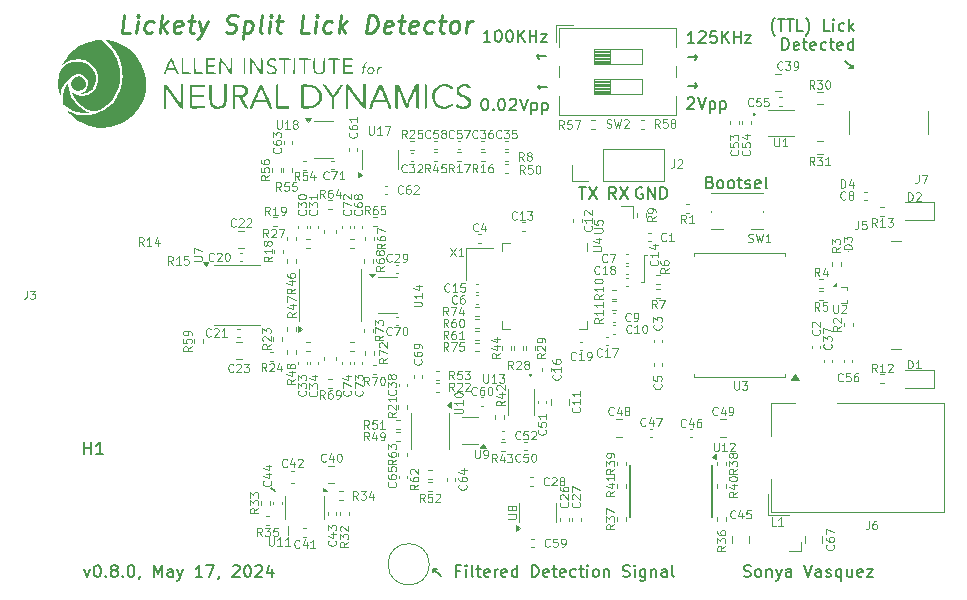
<source format=gto>
G04 #@! TF.GenerationSoftware,KiCad,Pcbnew,7.0.6-7.0.6~ubuntu20.04.1*
G04 #@! TF.CreationDate,2024-05-17T12:06:41-07:00*
G04 #@! TF.ProjectId,harp_lick_detector_capactive,68617270-5f6c-4696-936b-5f6465746563,rev?*
G04 #@! TF.SameCoordinates,PX640a5a0PY7088980*
G04 #@! TF.FileFunction,Legend,Top*
G04 #@! TF.FilePolarity,Positive*
%FSLAX46Y46*%
G04 Gerber Fmt 4.6, Leading zero omitted, Abs format (unit mm)*
G04 Created by KiCad (PCBNEW 7.0.6-7.0.6~ubuntu20.04.1) date 2024-05-17 12:06:41*
%MOMM*%
%LPD*%
G01*
G04 APERTURE LIST*
%ADD10C,0.100000*%
%ADD11C,0.150000*%
%ADD12C,0.200000*%
%ADD13C,0.250000*%
%ADD14C,0.120000*%
G04 APERTURE END LIST*
D10*
X54000000Y26100000D02*
X54200000Y26100000D01*
D11*
X22650000Y8700000D02*
X22950000Y8400000D01*
D10*
X54200000Y26100000D02*
X54200000Y28400000D01*
X24050000Y5437500D02*
X24050000Y4700000D01*
X54200000Y28400000D02*
X54500000Y28400000D01*
D12*
X59803006Y34556591D02*
X59945863Y34508972D01*
X59945863Y34508972D02*
X59993482Y34461353D01*
X59993482Y34461353D02*
X60041101Y34366115D01*
X60041101Y34366115D02*
X60041101Y34223258D01*
X60041101Y34223258D02*
X59993482Y34128020D01*
X59993482Y34128020D02*
X59945863Y34080400D01*
X59945863Y34080400D02*
X59850625Y34032781D01*
X59850625Y34032781D02*
X59469673Y34032781D01*
X59469673Y34032781D02*
X59469673Y35032781D01*
X59469673Y35032781D02*
X59803006Y35032781D01*
X59803006Y35032781D02*
X59898244Y34985162D01*
X59898244Y34985162D02*
X59945863Y34937543D01*
X59945863Y34937543D02*
X59993482Y34842305D01*
X59993482Y34842305D02*
X59993482Y34747067D01*
X59993482Y34747067D02*
X59945863Y34651829D01*
X59945863Y34651829D02*
X59898244Y34604210D01*
X59898244Y34604210D02*
X59803006Y34556591D01*
X59803006Y34556591D02*
X59469673Y34556591D01*
X60612530Y34032781D02*
X60517292Y34080400D01*
X60517292Y34080400D02*
X60469673Y34128020D01*
X60469673Y34128020D02*
X60422054Y34223258D01*
X60422054Y34223258D02*
X60422054Y34508972D01*
X60422054Y34508972D02*
X60469673Y34604210D01*
X60469673Y34604210D02*
X60517292Y34651829D01*
X60517292Y34651829D02*
X60612530Y34699448D01*
X60612530Y34699448D02*
X60755387Y34699448D01*
X60755387Y34699448D02*
X60850625Y34651829D01*
X60850625Y34651829D02*
X60898244Y34604210D01*
X60898244Y34604210D02*
X60945863Y34508972D01*
X60945863Y34508972D02*
X60945863Y34223258D01*
X60945863Y34223258D02*
X60898244Y34128020D01*
X60898244Y34128020D02*
X60850625Y34080400D01*
X60850625Y34080400D02*
X60755387Y34032781D01*
X60755387Y34032781D02*
X60612530Y34032781D01*
X61517292Y34032781D02*
X61422054Y34080400D01*
X61422054Y34080400D02*
X61374435Y34128020D01*
X61374435Y34128020D02*
X61326816Y34223258D01*
X61326816Y34223258D02*
X61326816Y34508972D01*
X61326816Y34508972D02*
X61374435Y34604210D01*
X61374435Y34604210D02*
X61422054Y34651829D01*
X61422054Y34651829D02*
X61517292Y34699448D01*
X61517292Y34699448D02*
X61660149Y34699448D01*
X61660149Y34699448D02*
X61755387Y34651829D01*
X61755387Y34651829D02*
X61803006Y34604210D01*
X61803006Y34604210D02*
X61850625Y34508972D01*
X61850625Y34508972D02*
X61850625Y34223258D01*
X61850625Y34223258D02*
X61803006Y34128020D01*
X61803006Y34128020D02*
X61755387Y34080400D01*
X61755387Y34080400D02*
X61660149Y34032781D01*
X61660149Y34032781D02*
X61517292Y34032781D01*
X62136340Y34699448D02*
X62517292Y34699448D01*
X62279197Y35032781D02*
X62279197Y34175639D01*
X62279197Y34175639D02*
X62326816Y34080400D01*
X62326816Y34080400D02*
X62422054Y34032781D01*
X62422054Y34032781D02*
X62517292Y34032781D01*
X62803007Y34080400D02*
X62898245Y34032781D01*
X62898245Y34032781D02*
X63088721Y34032781D01*
X63088721Y34032781D02*
X63183959Y34080400D01*
X63183959Y34080400D02*
X63231578Y34175639D01*
X63231578Y34175639D02*
X63231578Y34223258D01*
X63231578Y34223258D02*
X63183959Y34318496D01*
X63183959Y34318496D02*
X63088721Y34366115D01*
X63088721Y34366115D02*
X62945864Y34366115D01*
X62945864Y34366115D02*
X62850626Y34413734D01*
X62850626Y34413734D02*
X62803007Y34508972D01*
X62803007Y34508972D02*
X62803007Y34556591D01*
X62803007Y34556591D02*
X62850626Y34651829D01*
X62850626Y34651829D02*
X62945864Y34699448D01*
X62945864Y34699448D02*
X63088721Y34699448D01*
X63088721Y34699448D02*
X63183959Y34651829D01*
X64041102Y34080400D02*
X63945864Y34032781D01*
X63945864Y34032781D02*
X63755388Y34032781D01*
X63755388Y34032781D02*
X63660150Y34080400D01*
X63660150Y34080400D02*
X63612531Y34175639D01*
X63612531Y34175639D02*
X63612531Y34556591D01*
X63612531Y34556591D02*
X63660150Y34651829D01*
X63660150Y34651829D02*
X63755388Y34699448D01*
X63755388Y34699448D02*
X63945864Y34699448D01*
X63945864Y34699448D02*
X64041102Y34651829D01*
X64041102Y34651829D02*
X64088721Y34556591D01*
X64088721Y34556591D02*
X64088721Y34461353D01*
X64088721Y34461353D02*
X63612531Y34366115D01*
X64660150Y34032781D02*
X64564912Y34080400D01*
X64564912Y34080400D02*
X64517293Y34175639D01*
X64517293Y34175639D02*
X64517293Y35032781D01*
D11*
X36344169Y1844467D02*
X37010835Y1177800D01*
X36677502Y1844467D02*
X36344169Y1844467D01*
X36344169Y1844467D02*
X36344169Y1511134D01*
X38629883Y1653991D02*
X38296550Y1653991D01*
X38296550Y1130181D02*
X38296550Y2130181D01*
X38296550Y2130181D02*
X38772740Y2130181D01*
X39153693Y1130181D02*
X39153693Y1796848D01*
X39153693Y2130181D02*
X39106074Y2082562D01*
X39106074Y2082562D02*
X39153693Y2034943D01*
X39153693Y2034943D02*
X39201312Y2082562D01*
X39201312Y2082562D02*
X39153693Y2130181D01*
X39153693Y2130181D02*
X39153693Y2034943D01*
X39772740Y1130181D02*
X39677502Y1177800D01*
X39677502Y1177800D02*
X39629883Y1273039D01*
X39629883Y1273039D02*
X39629883Y2130181D01*
X40010836Y1796848D02*
X40391788Y1796848D01*
X40153693Y2130181D02*
X40153693Y1273039D01*
X40153693Y1273039D02*
X40201312Y1177800D01*
X40201312Y1177800D02*
X40296550Y1130181D01*
X40296550Y1130181D02*
X40391788Y1130181D01*
X41106074Y1177800D02*
X41010836Y1130181D01*
X41010836Y1130181D02*
X40820360Y1130181D01*
X40820360Y1130181D02*
X40725122Y1177800D01*
X40725122Y1177800D02*
X40677503Y1273039D01*
X40677503Y1273039D02*
X40677503Y1653991D01*
X40677503Y1653991D02*
X40725122Y1749229D01*
X40725122Y1749229D02*
X40820360Y1796848D01*
X40820360Y1796848D02*
X41010836Y1796848D01*
X41010836Y1796848D02*
X41106074Y1749229D01*
X41106074Y1749229D02*
X41153693Y1653991D01*
X41153693Y1653991D02*
X41153693Y1558753D01*
X41153693Y1558753D02*
X40677503Y1463515D01*
X41582265Y1130181D02*
X41582265Y1796848D01*
X41582265Y1606372D02*
X41629884Y1701610D01*
X41629884Y1701610D02*
X41677503Y1749229D01*
X41677503Y1749229D02*
X41772741Y1796848D01*
X41772741Y1796848D02*
X41867979Y1796848D01*
X42582265Y1177800D02*
X42487027Y1130181D01*
X42487027Y1130181D02*
X42296551Y1130181D01*
X42296551Y1130181D02*
X42201313Y1177800D01*
X42201313Y1177800D02*
X42153694Y1273039D01*
X42153694Y1273039D02*
X42153694Y1653991D01*
X42153694Y1653991D02*
X42201313Y1749229D01*
X42201313Y1749229D02*
X42296551Y1796848D01*
X42296551Y1796848D02*
X42487027Y1796848D01*
X42487027Y1796848D02*
X42582265Y1749229D01*
X42582265Y1749229D02*
X42629884Y1653991D01*
X42629884Y1653991D02*
X42629884Y1558753D01*
X42629884Y1558753D02*
X42153694Y1463515D01*
X43487027Y1130181D02*
X43487027Y2130181D01*
X43487027Y1177800D02*
X43391789Y1130181D01*
X43391789Y1130181D02*
X43201313Y1130181D01*
X43201313Y1130181D02*
X43106075Y1177800D01*
X43106075Y1177800D02*
X43058456Y1225420D01*
X43058456Y1225420D02*
X43010837Y1320658D01*
X43010837Y1320658D02*
X43010837Y1606372D01*
X43010837Y1606372D02*
X43058456Y1701610D01*
X43058456Y1701610D02*
X43106075Y1749229D01*
X43106075Y1749229D02*
X43201313Y1796848D01*
X43201313Y1796848D02*
X43391789Y1796848D01*
X43391789Y1796848D02*
X43487027Y1749229D01*
X44725123Y1130181D02*
X44725123Y2130181D01*
X44725123Y2130181D02*
X44963218Y2130181D01*
X44963218Y2130181D02*
X45106075Y2082562D01*
X45106075Y2082562D02*
X45201313Y1987324D01*
X45201313Y1987324D02*
X45248932Y1892086D01*
X45248932Y1892086D02*
X45296551Y1701610D01*
X45296551Y1701610D02*
X45296551Y1558753D01*
X45296551Y1558753D02*
X45248932Y1368277D01*
X45248932Y1368277D02*
X45201313Y1273039D01*
X45201313Y1273039D02*
X45106075Y1177800D01*
X45106075Y1177800D02*
X44963218Y1130181D01*
X44963218Y1130181D02*
X44725123Y1130181D01*
X46106075Y1177800D02*
X46010837Y1130181D01*
X46010837Y1130181D02*
X45820361Y1130181D01*
X45820361Y1130181D02*
X45725123Y1177800D01*
X45725123Y1177800D02*
X45677504Y1273039D01*
X45677504Y1273039D02*
X45677504Y1653991D01*
X45677504Y1653991D02*
X45725123Y1749229D01*
X45725123Y1749229D02*
X45820361Y1796848D01*
X45820361Y1796848D02*
X46010837Y1796848D01*
X46010837Y1796848D02*
X46106075Y1749229D01*
X46106075Y1749229D02*
X46153694Y1653991D01*
X46153694Y1653991D02*
X46153694Y1558753D01*
X46153694Y1558753D02*
X45677504Y1463515D01*
X46439409Y1796848D02*
X46820361Y1796848D01*
X46582266Y2130181D02*
X46582266Y1273039D01*
X46582266Y1273039D02*
X46629885Y1177800D01*
X46629885Y1177800D02*
X46725123Y1130181D01*
X46725123Y1130181D02*
X46820361Y1130181D01*
X47534647Y1177800D02*
X47439409Y1130181D01*
X47439409Y1130181D02*
X47248933Y1130181D01*
X47248933Y1130181D02*
X47153695Y1177800D01*
X47153695Y1177800D02*
X47106076Y1273039D01*
X47106076Y1273039D02*
X47106076Y1653991D01*
X47106076Y1653991D02*
X47153695Y1749229D01*
X47153695Y1749229D02*
X47248933Y1796848D01*
X47248933Y1796848D02*
X47439409Y1796848D01*
X47439409Y1796848D02*
X47534647Y1749229D01*
X47534647Y1749229D02*
X47582266Y1653991D01*
X47582266Y1653991D02*
X47582266Y1558753D01*
X47582266Y1558753D02*
X47106076Y1463515D01*
X48439409Y1177800D02*
X48344171Y1130181D01*
X48344171Y1130181D02*
X48153695Y1130181D01*
X48153695Y1130181D02*
X48058457Y1177800D01*
X48058457Y1177800D02*
X48010838Y1225420D01*
X48010838Y1225420D02*
X47963219Y1320658D01*
X47963219Y1320658D02*
X47963219Y1606372D01*
X47963219Y1606372D02*
X48010838Y1701610D01*
X48010838Y1701610D02*
X48058457Y1749229D01*
X48058457Y1749229D02*
X48153695Y1796848D01*
X48153695Y1796848D02*
X48344171Y1796848D01*
X48344171Y1796848D02*
X48439409Y1749229D01*
X48725124Y1796848D02*
X49106076Y1796848D01*
X48867981Y2130181D02*
X48867981Y1273039D01*
X48867981Y1273039D02*
X48915600Y1177800D01*
X48915600Y1177800D02*
X49010838Y1130181D01*
X49010838Y1130181D02*
X49106076Y1130181D01*
X49439410Y1130181D02*
X49439410Y1796848D01*
X49439410Y2130181D02*
X49391791Y2082562D01*
X49391791Y2082562D02*
X49439410Y2034943D01*
X49439410Y2034943D02*
X49487029Y2082562D01*
X49487029Y2082562D02*
X49439410Y2130181D01*
X49439410Y2130181D02*
X49439410Y2034943D01*
X50058457Y1130181D02*
X49963219Y1177800D01*
X49963219Y1177800D02*
X49915600Y1225420D01*
X49915600Y1225420D02*
X49867981Y1320658D01*
X49867981Y1320658D02*
X49867981Y1606372D01*
X49867981Y1606372D02*
X49915600Y1701610D01*
X49915600Y1701610D02*
X49963219Y1749229D01*
X49963219Y1749229D02*
X50058457Y1796848D01*
X50058457Y1796848D02*
X50201314Y1796848D01*
X50201314Y1796848D02*
X50296552Y1749229D01*
X50296552Y1749229D02*
X50344171Y1701610D01*
X50344171Y1701610D02*
X50391790Y1606372D01*
X50391790Y1606372D02*
X50391790Y1320658D01*
X50391790Y1320658D02*
X50344171Y1225420D01*
X50344171Y1225420D02*
X50296552Y1177800D01*
X50296552Y1177800D02*
X50201314Y1130181D01*
X50201314Y1130181D02*
X50058457Y1130181D01*
X50820362Y1796848D02*
X50820362Y1130181D01*
X50820362Y1701610D02*
X50867981Y1749229D01*
X50867981Y1749229D02*
X50963219Y1796848D01*
X50963219Y1796848D02*
X51106076Y1796848D01*
X51106076Y1796848D02*
X51201314Y1749229D01*
X51201314Y1749229D02*
X51248933Y1653991D01*
X51248933Y1653991D02*
X51248933Y1130181D01*
X52439410Y1177800D02*
X52582267Y1130181D01*
X52582267Y1130181D02*
X52820362Y1130181D01*
X52820362Y1130181D02*
X52915600Y1177800D01*
X52915600Y1177800D02*
X52963219Y1225420D01*
X52963219Y1225420D02*
X53010838Y1320658D01*
X53010838Y1320658D02*
X53010838Y1415896D01*
X53010838Y1415896D02*
X52963219Y1511134D01*
X52963219Y1511134D02*
X52915600Y1558753D01*
X52915600Y1558753D02*
X52820362Y1606372D01*
X52820362Y1606372D02*
X52629886Y1653991D01*
X52629886Y1653991D02*
X52534648Y1701610D01*
X52534648Y1701610D02*
X52487029Y1749229D01*
X52487029Y1749229D02*
X52439410Y1844467D01*
X52439410Y1844467D02*
X52439410Y1939705D01*
X52439410Y1939705D02*
X52487029Y2034943D01*
X52487029Y2034943D02*
X52534648Y2082562D01*
X52534648Y2082562D02*
X52629886Y2130181D01*
X52629886Y2130181D02*
X52867981Y2130181D01*
X52867981Y2130181D02*
X53010838Y2082562D01*
X53439410Y1130181D02*
X53439410Y1796848D01*
X53439410Y2130181D02*
X53391791Y2082562D01*
X53391791Y2082562D02*
X53439410Y2034943D01*
X53439410Y2034943D02*
X53487029Y2082562D01*
X53487029Y2082562D02*
X53439410Y2130181D01*
X53439410Y2130181D02*
X53439410Y2034943D01*
X54344171Y1796848D02*
X54344171Y987324D01*
X54344171Y987324D02*
X54296552Y892086D01*
X54296552Y892086D02*
X54248933Y844467D01*
X54248933Y844467D02*
X54153695Y796848D01*
X54153695Y796848D02*
X54010838Y796848D01*
X54010838Y796848D02*
X53915600Y844467D01*
X54344171Y1177800D02*
X54248933Y1130181D01*
X54248933Y1130181D02*
X54058457Y1130181D01*
X54058457Y1130181D02*
X53963219Y1177800D01*
X53963219Y1177800D02*
X53915600Y1225420D01*
X53915600Y1225420D02*
X53867981Y1320658D01*
X53867981Y1320658D02*
X53867981Y1606372D01*
X53867981Y1606372D02*
X53915600Y1701610D01*
X53915600Y1701610D02*
X53963219Y1749229D01*
X53963219Y1749229D02*
X54058457Y1796848D01*
X54058457Y1796848D02*
X54248933Y1796848D01*
X54248933Y1796848D02*
X54344171Y1749229D01*
X54820362Y1796848D02*
X54820362Y1130181D01*
X54820362Y1701610D02*
X54867981Y1749229D01*
X54867981Y1749229D02*
X54963219Y1796848D01*
X54963219Y1796848D02*
X55106076Y1796848D01*
X55106076Y1796848D02*
X55201314Y1749229D01*
X55201314Y1749229D02*
X55248933Y1653991D01*
X55248933Y1653991D02*
X55248933Y1130181D01*
X56153695Y1130181D02*
X56153695Y1653991D01*
X56153695Y1653991D02*
X56106076Y1749229D01*
X56106076Y1749229D02*
X56010838Y1796848D01*
X56010838Y1796848D02*
X55820362Y1796848D01*
X55820362Y1796848D02*
X55725124Y1749229D01*
X56153695Y1177800D02*
X56058457Y1130181D01*
X56058457Y1130181D02*
X55820362Y1130181D01*
X55820362Y1130181D02*
X55725124Y1177800D01*
X55725124Y1177800D02*
X55677505Y1273039D01*
X55677505Y1273039D02*
X55677505Y1368277D01*
X55677505Y1368277D02*
X55725124Y1463515D01*
X55725124Y1463515D02*
X55820362Y1511134D01*
X55820362Y1511134D02*
X56058457Y1511134D01*
X56058457Y1511134D02*
X56153695Y1558753D01*
X56772743Y1130181D02*
X56677505Y1177800D01*
X56677505Y1177800D02*
X56629886Y1273039D01*
X56629886Y1273039D02*
X56629886Y2130181D01*
D12*
X48726816Y34132781D02*
X49298244Y34132781D01*
X49012530Y33132781D02*
X49012530Y34132781D01*
X49536340Y34132781D02*
X50203006Y33132781D01*
X50203006Y34132781D02*
X49536340Y33132781D01*
X54093482Y34085162D02*
X53998244Y34132781D01*
X53998244Y34132781D02*
X53855387Y34132781D01*
X53855387Y34132781D02*
X53712530Y34085162D01*
X53712530Y34085162D02*
X53617292Y33989924D01*
X53617292Y33989924D02*
X53569673Y33894686D01*
X53569673Y33894686D02*
X53522054Y33704210D01*
X53522054Y33704210D02*
X53522054Y33561353D01*
X53522054Y33561353D02*
X53569673Y33370877D01*
X53569673Y33370877D02*
X53617292Y33275639D01*
X53617292Y33275639D02*
X53712530Y33180400D01*
X53712530Y33180400D02*
X53855387Y33132781D01*
X53855387Y33132781D02*
X53950625Y33132781D01*
X53950625Y33132781D02*
X54093482Y33180400D01*
X54093482Y33180400D02*
X54141101Y33228020D01*
X54141101Y33228020D02*
X54141101Y33561353D01*
X54141101Y33561353D02*
X53950625Y33561353D01*
X54569673Y33132781D02*
X54569673Y34132781D01*
X54569673Y34132781D02*
X55141101Y33132781D01*
X55141101Y33132781D02*
X55141101Y34132781D01*
X55617292Y33132781D02*
X55617292Y34132781D01*
X55617292Y34132781D02*
X55855387Y34132781D01*
X55855387Y34132781D02*
X55998244Y34085162D01*
X55998244Y34085162D02*
X56093482Y33989924D01*
X56093482Y33989924D02*
X56141101Y33894686D01*
X56141101Y33894686D02*
X56188720Y33704210D01*
X56188720Y33704210D02*
X56188720Y33561353D01*
X56188720Y33561353D02*
X56141101Y33370877D01*
X56141101Y33370877D02*
X56093482Y33275639D01*
X56093482Y33275639D02*
X55998244Y33180400D01*
X55998244Y33180400D02*
X55855387Y33132781D01*
X55855387Y33132781D02*
X55617292Y33132781D01*
D11*
X62689160Y1177800D02*
X62832017Y1130181D01*
X62832017Y1130181D02*
X63070112Y1130181D01*
X63070112Y1130181D02*
X63165350Y1177800D01*
X63165350Y1177800D02*
X63212969Y1225420D01*
X63212969Y1225420D02*
X63260588Y1320658D01*
X63260588Y1320658D02*
X63260588Y1415896D01*
X63260588Y1415896D02*
X63212969Y1511134D01*
X63212969Y1511134D02*
X63165350Y1558753D01*
X63165350Y1558753D02*
X63070112Y1606372D01*
X63070112Y1606372D02*
X62879636Y1653991D01*
X62879636Y1653991D02*
X62784398Y1701610D01*
X62784398Y1701610D02*
X62736779Y1749229D01*
X62736779Y1749229D02*
X62689160Y1844467D01*
X62689160Y1844467D02*
X62689160Y1939705D01*
X62689160Y1939705D02*
X62736779Y2034943D01*
X62736779Y2034943D02*
X62784398Y2082562D01*
X62784398Y2082562D02*
X62879636Y2130181D01*
X62879636Y2130181D02*
X63117731Y2130181D01*
X63117731Y2130181D02*
X63260588Y2082562D01*
X63832017Y1130181D02*
X63736779Y1177800D01*
X63736779Y1177800D02*
X63689160Y1225420D01*
X63689160Y1225420D02*
X63641541Y1320658D01*
X63641541Y1320658D02*
X63641541Y1606372D01*
X63641541Y1606372D02*
X63689160Y1701610D01*
X63689160Y1701610D02*
X63736779Y1749229D01*
X63736779Y1749229D02*
X63832017Y1796848D01*
X63832017Y1796848D02*
X63974874Y1796848D01*
X63974874Y1796848D02*
X64070112Y1749229D01*
X64070112Y1749229D02*
X64117731Y1701610D01*
X64117731Y1701610D02*
X64165350Y1606372D01*
X64165350Y1606372D02*
X64165350Y1320658D01*
X64165350Y1320658D02*
X64117731Y1225420D01*
X64117731Y1225420D02*
X64070112Y1177800D01*
X64070112Y1177800D02*
X63974874Y1130181D01*
X63974874Y1130181D02*
X63832017Y1130181D01*
X64593922Y1796848D02*
X64593922Y1130181D01*
X64593922Y1701610D02*
X64641541Y1749229D01*
X64641541Y1749229D02*
X64736779Y1796848D01*
X64736779Y1796848D02*
X64879636Y1796848D01*
X64879636Y1796848D02*
X64974874Y1749229D01*
X64974874Y1749229D02*
X65022493Y1653991D01*
X65022493Y1653991D02*
X65022493Y1130181D01*
X65403446Y1796848D02*
X65641541Y1130181D01*
X65879636Y1796848D02*
X65641541Y1130181D01*
X65641541Y1130181D02*
X65546303Y892086D01*
X65546303Y892086D02*
X65498684Y844467D01*
X65498684Y844467D02*
X65403446Y796848D01*
X66689160Y1130181D02*
X66689160Y1653991D01*
X66689160Y1653991D02*
X66641541Y1749229D01*
X66641541Y1749229D02*
X66546303Y1796848D01*
X66546303Y1796848D02*
X66355827Y1796848D01*
X66355827Y1796848D02*
X66260589Y1749229D01*
X66689160Y1177800D02*
X66593922Y1130181D01*
X66593922Y1130181D02*
X66355827Y1130181D01*
X66355827Y1130181D02*
X66260589Y1177800D01*
X66260589Y1177800D02*
X66212970Y1273039D01*
X66212970Y1273039D02*
X66212970Y1368277D01*
X66212970Y1368277D02*
X66260589Y1463515D01*
X66260589Y1463515D02*
X66355827Y1511134D01*
X66355827Y1511134D02*
X66593922Y1511134D01*
X66593922Y1511134D02*
X66689160Y1558753D01*
X67784399Y2130181D02*
X68117732Y1130181D01*
X68117732Y1130181D02*
X68451065Y2130181D01*
X69212970Y1130181D02*
X69212970Y1653991D01*
X69212970Y1653991D02*
X69165351Y1749229D01*
X69165351Y1749229D02*
X69070113Y1796848D01*
X69070113Y1796848D02*
X68879637Y1796848D01*
X68879637Y1796848D02*
X68784399Y1749229D01*
X69212970Y1177800D02*
X69117732Y1130181D01*
X69117732Y1130181D02*
X68879637Y1130181D01*
X68879637Y1130181D02*
X68784399Y1177800D01*
X68784399Y1177800D02*
X68736780Y1273039D01*
X68736780Y1273039D02*
X68736780Y1368277D01*
X68736780Y1368277D02*
X68784399Y1463515D01*
X68784399Y1463515D02*
X68879637Y1511134D01*
X68879637Y1511134D02*
X69117732Y1511134D01*
X69117732Y1511134D02*
X69212970Y1558753D01*
X69641542Y1177800D02*
X69736780Y1130181D01*
X69736780Y1130181D02*
X69927256Y1130181D01*
X69927256Y1130181D02*
X70022494Y1177800D01*
X70022494Y1177800D02*
X70070113Y1273039D01*
X70070113Y1273039D02*
X70070113Y1320658D01*
X70070113Y1320658D02*
X70022494Y1415896D01*
X70022494Y1415896D02*
X69927256Y1463515D01*
X69927256Y1463515D02*
X69784399Y1463515D01*
X69784399Y1463515D02*
X69689161Y1511134D01*
X69689161Y1511134D02*
X69641542Y1606372D01*
X69641542Y1606372D02*
X69641542Y1653991D01*
X69641542Y1653991D02*
X69689161Y1749229D01*
X69689161Y1749229D02*
X69784399Y1796848D01*
X69784399Y1796848D02*
X69927256Y1796848D01*
X69927256Y1796848D02*
X70022494Y1749229D01*
X70927256Y1796848D02*
X70927256Y796848D01*
X70927256Y1177800D02*
X70832018Y1130181D01*
X70832018Y1130181D02*
X70641542Y1130181D01*
X70641542Y1130181D02*
X70546304Y1177800D01*
X70546304Y1177800D02*
X70498685Y1225420D01*
X70498685Y1225420D02*
X70451066Y1320658D01*
X70451066Y1320658D02*
X70451066Y1606372D01*
X70451066Y1606372D02*
X70498685Y1701610D01*
X70498685Y1701610D02*
X70546304Y1749229D01*
X70546304Y1749229D02*
X70641542Y1796848D01*
X70641542Y1796848D02*
X70832018Y1796848D01*
X70832018Y1796848D02*
X70927256Y1749229D01*
X71832018Y1796848D02*
X71832018Y1130181D01*
X71403447Y1796848D02*
X71403447Y1273039D01*
X71403447Y1273039D02*
X71451066Y1177800D01*
X71451066Y1177800D02*
X71546304Y1130181D01*
X71546304Y1130181D02*
X71689161Y1130181D01*
X71689161Y1130181D02*
X71784399Y1177800D01*
X71784399Y1177800D02*
X71832018Y1225420D01*
X72689161Y1177800D02*
X72593923Y1130181D01*
X72593923Y1130181D02*
X72403447Y1130181D01*
X72403447Y1130181D02*
X72308209Y1177800D01*
X72308209Y1177800D02*
X72260590Y1273039D01*
X72260590Y1273039D02*
X72260590Y1653991D01*
X72260590Y1653991D02*
X72308209Y1749229D01*
X72308209Y1749229D02*
X72403447Y1796848D01*
X72403447Y1796848D02*
X72593923Y1796848D01*
X72593923Y1796848D02*
X72689161Y1749229D01*
X72689161Y1749229D02*
X72736780Y1653991D01*
X72736780Y1653991D02*
X72736780Y1558753D01*
X72736780Y1558753D02*
X72260590Y1463515D01*
X73070114Y1796848D02*
X73593923Y1796848D01*
X73593923Y1796848D02*
X73070114Y1130181D01*
X73070114Y1130181D02*
X73593923Y1130181D01*
D12*
X41216040Y46442781D02*
X40644612Y46442781D01*
X40930326Y46442781D02*
X40930326Y47442781D01*
X40930326Y47442781D02*
X40835088Y47299924D01*
X40835088Y47299924D02*
X40739850Y47204686D01*
X40739850Y47204686D02*
X40644612Y47157067D01*
X41835088Y47442781D02*
X41930326Y47442781D01*
X41930326Y47442781D02*
X42025564Y47395162D01*
X42025564Y47395162D02*
X42073183Y47347543D01*
X42073183Y47347543D02*
X42120802Y47252305D01*
X42120802Y47252305D02*
X42168421Y47061829D01*
X42168421Y47061829D02*
X42168421Y46823734D01*
X42168421Y46823734D02*
X42120802Y46633258D01*
X42120802Y46633258D02*
X42073183Y46538020D01*
X42073183Y46538020D02*
X42025564Y46490400D01*
X42025564Y46490400D02*
X41930326Y46442781D01*
X41930326Y46442781D02*
X41835088Y46442781D01*
X41835088Y46442781D02*
X41739850Y46490400D01*
X41739850Y46490400D02*
X41692231Y46538020D01*
X41692231Y46538020D02*
X41644612Y46633258D01*
X41644612Y46633258D02*
X41596993Y46823734D01*
X41596993Y46823734D02*
X41596993Y47061829D01*
X41596993Y47061829D02*
X41644612Y47252305D01*
X41644612Y47252305D02*
X41692231Y47347543D01*
X41692231Y47347543D02*
X41739850Y47395162D01*
X41739850Y47395162D02*
X41835088Y47442781D01*
X42787469Y47442781D02*
X42882707Y47442781D01*
X42882707Y47442781D02*
X42977945Y47395162D01*
X42977945Y47395162D02*
X43025564Y47347543D01*
X43025564Y47347543D02*
X43073183Y47252305D01*
X43073183Y47252305D02*
X43120802Y47061829D01*
X43120802Y47061829D02*
X43120802Y46823734D01*
X43120802Y46823734D02*
X43073183Y46633258D01*
X43073183Y46633258D02*
X43025564Y46538020D01*
X43025564Y46538020D02*
X42977945Y46490400D01*
X42977945Y46490400D02*
X42882707Y46442781D01*
X42882707Y46442781D02*
X42787469Y46442781D01*
X42787469Y46442781D02*
X42692231Y46490400D01*
X42692231Y46490400D02*
X42644612Y46538020D01*
X42644612Y46538020D02*
X42596993Y46633258D01*
X42596993Y46633258D02*
X42549374Y46823734D01*
X42549374Y46823734D02*
X42549374Y47061829D01*
X42549374Y47061829D02*
X42596993Y47252305D01*
X42596993Y47252305D02*
X42644612Y47347543D01*
X42644612Y47347543D02*
X42692231Y47395162D01*
X42692231Y47395162D02*
X42787469Y47442781D01*
X43549374Y46442781D02*
X43549374Y47442781D01*
X44120802Y46442781D02*
X43692231Y47014210D01*
X44120802Y47442781D02*
X43549374Y46871353D01*
X44549374Y46442781D02*
X44549374Y47442781D01*
X44549374Y46966591D02*
X45120802Y46966591D01*
X45120802Y46442781D02*
X45120802Y47442781D01*
X45501755Y47109448D02*
X46025564Y47109448D01*
X46025564Y47109448D02*
X45501755Y46442781D01*
X45501755Y46442781D02*
X46025564Y46442781D01*
X45930327Y45213734D02*
X45168422Y45213734D01*
X45358898Y45023258D02*
X45168422Y45213734D01*
X45168422Y45213734D02*
X45358898Y45404210D01*
X65311277Y46971829D02*
X65263658Y47019448D01*
X65263658Y47019448D02*
X65168420Y47162305D01*
X65168420Y47162305D02*
X65120801Y47257543D01*
X65120801Y47257543D02*
X65073182Y47400400D01*
X65073182Y47400400D02*
X65025563Y47638496D01*
X65025563Y47638496D02*
X65025563Y47828972D01*
X65025563Y47828972D02*
X65073182Y48067067D01*
X65073182Y48067067D02*
X65120801Y48209924D01*
X65120801Y48209924D02*
X65168420Y48305162D01*
X65168420Y48305162D02*
X65263658Y48448020D01*
X65263658Y48448020D02*
X65311277Y48495639D01*
X65549373Y48352781D02*
X66120801Y48352781D01*
X65835087Y47352781D02*
X65835087Y48352781D01*
X66311278Y48352781D02*
X66882706Y48352781D01*
X66596992Y47352781D02*
X66596992Y48352781D01*
X67692230Y47352781D02*
X67216040Y47352781D01*
X67216040Y47352781D02*
X67216040Y48352781D01*
X67930326Y46971829D02*
X67977945Y47019448D01*
X67977945Y47019448D02*
X68073183Y47162305D01*
X68073183Y47162305D02*
X68120802Y47257543D01*
X68120802Y47257543D02*
X68168421Y47400400D01*
X68168421Y47400400D02*
X68216040Y47638496D01*
X68216040Y47638496D02*
X68216040Y47828972D01*
X68216040Y47828972D02*
X68168421Y48067067D01*
X68168421Y48067067D02*
X68120802Y48209924D01*
X68120802Y48209924D02*
X68073183Y48305162D01*
X68073183Y48305162D02*
X67977945Y48448020D01*
X67977945Y48448020D02*
X67930326Y48495639D01*
X69930326Y47352781D02*
X69454136Y47352781D01*
X69454136Y47352781D02*
X69454136Y48352781D01*
X70263660Y47352781D02*
X70263660Y48019448D01*
X70263660Y48352781D02*
X70216041Y48305162D01*
X70216041Y48305162D02*
X70263660Y48257543D01*
X70263660Y48257543D02*
X70311279Y48305162D01*
X70311279Y48305162D02*
X70263660Y48352781D01*
X70263660Y48352781D02*
X70263660Y48257543D01*
X71168421Y47400400D02*
X71073183Y47352781D01*
X71073183Y47352781D02*
X70882707Y47352781D01*
X70882707Y47352781D02*
X70787469Y47400400D01*
X70787469Y47400400D02*
X70739850Y47448020D01*
X70739850Y47448020D02*
X70692231Y47543258D01*
X70692231Y47543258D02*
X70692231Y47828972D01*
X70692231Y47828972D02*
X70739850Y47924210D01*
X70739850Y47924210D02*
X70787469Y47971829D01*
X70787469Y47971829D02*
X70882707Y48019448D01*
X70882707Y48019448D02*
X71073183Y48019448D01*
X71073183Y48019448D02*
X71168421Y47971829D01*
X71596993Y47352781D02*
X71596993Y48352781D01*
X71692231Y47733734D02*
X71977945Y47352781D01*
X71977945Y48019448D02*
X71596993Y47638496D01*
X65930325Y45742781D02*
X65930325Y46742781D01*
X65930325Y46742781D02*
X66168420Y46742781D01*
X66168420Y46742781D02*
X66311277Y46695162D01*
X66311277Y46695162D02*
X66406515Y46599924D01*
X66406515Y46599924D02*
X66454134Y46504686D01*
X66454134Y46504686D02*
X66501753Y46314210D01*
X66501753Y46314210D02*
X66501753Y46171353D01*
X66501753Y46171353D02*
X66454134Y45980877D01*
X66454134Y45980877D02*
X66406515Y45885639D01*
X66406515Y45885639D02*
X66311277Y45790400D01*
X66311277Y45790400D02*
X66168420Y45742781D01*
X66168420Y45742781D02*
X65930325Y45742781D01*
X67311277Y45790400D02*
X67216039Y45742781D01*
X67216039Y45742781D02*
X67025563Y45742781D01*
X67025563Y45742781D02*
X66930325Y45790400D01*
X66930325Y45790400D02*
X66882706Y45885639D01*
X66882706Y45885639D02*
X66882706Y46266591D01*
X66882706Y46266591D02*
X66930325Y46361829D01*
X66930325Y46361829D02*
X67025563Y46409448D01*
X67025563Y46409448D02*
X67216039Y46409448D01*
X67216039Y46409448D02*
X67311277Y46361829D01*
X67311277Y46361829D02*
X67358896Y46266591D01*
X67358896Y46266591D02*
X67358896Y46171353D01*
X67358896Y46171353D02*
X66882706Y46076115D01*
X67644611Y46409448D02*
X68025563Y46409448D01*
X67787468Y46742781D02*
X67787468Y45885639D01*
X67787468Y45885639D02*
X67835087Y45790400D01*
X67835087Y45790400D02*
X67930325Y45742781D01*
X67930325Y45742781D02*
X68025563Y45742781D01*
X68739849Y45790400D02*
X68644611Y45742781D01*
X68644611Y45742781D02*
X68454135Y45742781D01*
X68454135Y45742781D02*
X68358897Y45790400D01*
X68358897Y45790400D02*
X68311278Y45885639D01*
X68311278Y45885639D02*
X68311278Y46266591D01*
X68311278Y46266591D02*
X68358897Y46361829D01*
X68358897Y46361829D02*
X68454135Y46409448D01*
X68454135Y46409448D02*
X68644611Y46409448D01*
X68644611Y46409448D02*
X68739849Y46361829D01*
X68739849Y46361829D02*
X68787468Y46266591D01*
X68787468Y46266591D02*
X68787468Y46171353D01*
X68787468Y46171353D02*
X68311278Y46076115D01*
X69644611Y45790400D02*
X69549373Y45742781D01*
X69549373Y45742781D02*
X69358897Y45742781D01*
X69358897Y45742781D02*
X69263659Y45790400D01*
X69263659Y45790400D02*
X69216040Y45838020D01*
X69216040Y45838020D02*
X69168421Y45933258D01*
X69168421Y45933258D02*
X69168421Y46218972D01*
X69168421Y46218972D02*
X69216040Y46314210D01*
X69216040Y46314210D02*
X69263659Y46361829D01*
X69263659Y46361829D02*
X69358897Y46409448D01*
X69358897Y46409448D02*
X69549373Y46409448D01*
X69549373Y46409448D02*
X69644611Y46361829D01*
X69930326Y46409448D02*
X70311278Y46409448D01*
X70073183Y46742781D02*
X70073183Y45885639D01*
X70073183Y45885639D02*
X70120802Y45790400D01*
X70120802Y45790400D02*
X70216040Y45742781D01*
X70216040Y45742781D02*
X70311278Y45742781D01*
X71025564Y45790400D02*
X70930326Y45742781D01*
X70930326Y45742781D02*
X70739850Y45742781D01*
X70739850Y45742781D02*
X70644612Y45790400D01*
X70644612Y45790400D02*
X70596993Y45885639D01*
X70596993Y45885639D02*
X70596993Y46266591D01*
X70596993Y46266591D02*
X70644612Y46361829D01*
X70644612Y46361829D02*
X70739850Y46409448D01*
X70739850Y46409448D02*
X70930326Y46409448D01*
X70930326Y46409448D02*
X71025564Y46361829D01*
X71025564Y46361829D02*
X71073183Y46266591D01*
X71073183Y46266591D02*
X71073183Y46171353D01*
X71073183Y46171353D02*
X70596993Y46076115D01*
X71930326Y45742781D02*
X71930326Y46742781D01*
X71930326Y45790400D02*
X71835088Y45742781D01*
X71835088Y45742781D02*
X71644612Y45742781D01*
X71644612Y45742781D02*
X71549374Y45790400D01*
X71549374Y45790400D02*
X71501755Y45838020D01*
X71501755Y45838020D02*
X71454136Y45933258D01*
X71454136Y45933258D02*
X71454136Y46218972D01*
X71454136Y46218972D02*
X71501755Y46314210D01*
X71501755Y46314210D02*
X71549374Y46361829D01*
X71549374Y46361829D02*
X71644612Y46409448D01*
X71644612Y46409448D02*
X71835088Y46409448D01*
X71835088Y46409448D02*
X71930326Y46361829D01*
X71882707Y44180400D02*
X71216041Y44847067D01*
X71549374Y44180400D02*
X71882707Y44180400D01*
X71882707Y44180400D02*
X71882707Y44513734D01*
D13*
X10726973Y47196572D02*
X10012687Y47196572D01*
X10012687Y47196572D02*
X10200187Y48696572D01*
X11226973Y47196572D02*
X11351973Y48196572D01*
X11414473Y48696572D02*
X11334116Y48625143D01*
X11334116Y48625143D02*
X11396616Y48553715D01*
X11396616Y48553715D02*
X11476973Y48625143D01*
X11476973Y48625143D02*
X11414473Y48696572D01*
X11414473Y48696572D02*
X11396616Y48553715D01*
X12593045Y47268000D02*
X12441259Y47196572D01*
X12441259Y47196572D02*
X12155545Y47196572D01*
X12155545Y47196572D02*
X12021616Y47268000D01*
X12021616Y47268000D02*
X11959116Y47339429D01*
X11959116Y47339429D02*
X11905545Y47482286D01*
X11905545Y47482286D02*
X11959116Y47910858D01*
X11959116Y47910858D02*
X12048402Y48053715D01*
X12048402Y48053715D02*
X12128759Y48125143D01*
X12128759Y48125143D02*
X12280545Y48196572D01*
X12280545Y48196572D02*
X12566259Y48196572D01*
X12566259Y48196572D02*
X12700187Y48125143D01*
X13226973Y47196572D02*
X13414473Y48696572D01*
X13441259Y47768000D02*
X13798401Y47196572D01*
X13923401Y48196572D02*
X13280544Y47625143D01*
X15021616Y47268000D02*
X14869830Y47196572D01*
X14869830Y47196572D02*
X14584116Y47196572D01*
X14584116Y47196572D02*
X14450187Y47268000D01*
X14450187Y47268000D02*
X14396616Y47410858D01*
X14396616Y47410858D02*
X14468045Y47982286D01*
X14468045Y47982286D02*
X14557330Y48125143D01*
X14557330Y48125143D02*
X14709116Y48196572D01*
X14709116Y48196572D02*
X14994830Y48196572D01*
X14994830Y48196572D02*
X15128759Y48125143D01*
X15128759Y48125143D02*
X15182330Y47982286D01*
X15182330Y47982286D02*
X15164473Y47839429D01*
X15164473Y47839429D02*
X14432330Y47696572D01*
X15637687Y48196572D02*
X16209116Y48196572D01*
X15914473Y48696572D02*
X15753759Y47410858D01*
X15753759Y47410858D02*
X15807330Y47268000D01*
X15807330Y47268000D02*
X15941259Y47196572D01*
X15941259Y47196572D02*
X16084116Y47196572D01*
X16566259Y48196572D02*
X16798402Y47196572D01*
X17280544Y48196572D02*
X16798402Y47196572D01*
X16798402Y47196572D02*
X16610902Y46839429D01*
X16610902Y46839429D02*
X16530544Y46768000D01*
X16530544Y46768000D02*
X16378759Y46696572D01*
X18807330Y47268000D02*
X19012687Y47196572D01*
X19012687Y47196572D02*
X19369830Y47196572D01*
X19369830Y47196572D02*
X19521616Y47268000D01*
X19521616Y47268000D02*
X19601973Y47339429D01*
X19601973Y47339429D02*
X19691258Y47482286D01*
X19691258Y47482286D02*
X19709116Y47625143D01*
X19709116Y47625143D02*
X19655544Y47768000D01*
X19655544Y47768000D02*
X19593044Y47839429D01*
X19593044Y47839429D02*
X19459116Y47910858D01*
X19459116Y47910858D02*
X19182330Y47982286D01*
X19182330Y47982286D02*
X19048401Y48053715D01*
X19048401Y48053715D02*
X18985901Y48125143D01*
X18985901Y48125143D02*
X18932330Y48268000D01*
X18932330Y48268000D02*
X18950187Y48410858D01*
X18950187Y48410858D02*
X19039473Y48553715D01*
X19039473Y48553715D02*
X19119830Y48625143D01*
X19119830Y48625143D02*
X19271616Y48696572D01*
X19271616Y48696572D02*
X19628758Y48696572D01*
X19628758Y48696572D02*
X19834116Y48625143D01*
X20423401Y48196572D02*
X20235901Y46696572D01*
X20414472Y48125143D02*
X20566258Y48196572D01*
X20566258Y48196572D02*
X20851972Y48196572D01*
X20851972Y48196572D02*
X20985901Y48125143D01*
X20985901Y48125143D02*
X21048401Y48053715D01*
X21048401Y48053715D02*
X21101972Y47910858D01*
X21101972Y47910858D02*
X21048401Y47482286D01*
X21048401Y47482286D02*
X20959115Y47339429D01*
X20959115Y47339429D02*
X20878758Y47268000D01*
X20878758Y47268000D02*
X20726972Y47196572D01*
X20726972Y47196572D02*
X20441258Y47196572D01*
X20441258Y47196572D02*
X20307329Y47268000D01*
X21869830Y47196572D02*
X21735901Y47268000D01*
X21735901Y47268000D02*
X21682330Y47410858D01*
X21682330Y47410858D02*
X21843044Y48696572D01*
X22441258Y47196572D02*
X22566258Y48196572D01*
X22628758Y48696572D02*
X22548401Y48625143D01*
X22548401Y48625143D02*
X22610901Y48553715D01*
X22610901Y48553715D02*
X22691258Y48625143D01*
X22691258Y48625143D02*
X22628758Y48696572D01*
X22628758Y48696572D02*
X22610901Y48553715D01*
X23066258Y48196572D02*
X23637687Y48196572D01*
X23343044Y48696572D02*
X23182330Y47410858D01*
X23182330Y47410858D02*
X23235901Y47268000D01*
X23235901Y47268000D02*
X23369830Y47196572D01*
X23369830Y47196572D02*
X23512687Y47196572D01*
X25869830Y47196572D02*
X25155544Y47196572D01*
X25155544Y47196572D02*
X25343044Y48696572D01*
X26369830Y47196572D02*
X26494830Y48196572D01*
X26557330Y48696572D02*
X26476973Y48625143D01*
X26476973Y48625143D02*
X26539473Y48553715D01*
X26539473Y48553715D02*
X26619830Y48625143D01*
X26619830Y48625143D02*
X26557330Y48696572D01*
X26557330Y48696572D02*
X26539473Y48553715D01*
X27735902Y47268000D02*
X27584116Y47196572D01*
X27584116Y47196572D02*
X27298402Y47196572D01*
X27298402Y47196572D02*
X27164473Y47268000D01*
X27164473Y47268000D02*
X27101973Y47339429D01*
X27101973Y47339429D02*
X27048402Y47482286D01*
X27048402Y47482286D02*
X27101973Y47910858D01*
X27101973Y47910858D02*
X27191259Y48053715D01*
X27191259Y48053715D02*
X27271616Y48125143D01*
X27271616Y48125143D02*
X27423402Y48196572D01*
X27423402Y48196572D02*
X27709116Y48196572D01*
X27709116Y48196572D02*
X27843044Y48125143D01*
X28369830Y47196572D02*
X28557330Y48696572D01*
X28584116Y47768000D02*
X28941258Y47196572D01*
X29066258Y48196572D02*
X28423401Y47625143D01*
X30726973Y47196572D02*
X30914473Y48696572D01*
X30914473Y48696572D02*
X31271616Y48696572D01*
X31271616Y48696572D02*
X31476973Y48625143D01*
X31476973Y48625143D02*
X31601973Y48482286D01*
X31601973Y48482286D02*
X31655544Y48339429D01*
X31655544Y48339429D02*
X31691259Y48053715D01*
X31691259Y48053715D02*
X31664473Y47839429D01*
X31664473Y47839429D02*
X31557330Y47553715D01*
X31557330Y47553715D02*
X31468044Y47410858D01*
X31468044Y47410858D02*
X31307330Y47268000D01*
X31307330Y47268000D02*
X31084116Y47196572D01*
X31084116Y47196572D02*
X30726973Y47196572D01*
X32807330Y47268000D02*
X32655544Y47196572D01*
X32655544Y47196572D02*
X32369830Y47196572D01*
X32369830Y47196572D02*
X32235901Y47268000D01*
X32235901Y47268000D02*
X32182330Y47410858D01*
X32182330Y47410858D02*
X32253759Y47982286D01*
X32253759Y47982286D02*
X32343044Y48125143D01*
X32343044Y48125143D02*
X32494830Y48196572D01*
X32494830Y48196572D02*
X32780544Y48196572D01*
X32780544Y48196572D02*
X32914473Y48125143D01*
X32914473Y48125143D02*
X32968044Y47982286D01*
X32968044Y47982286D02*
X32950187Y47839429D01*
X32950187Y47839429D02*
X32218044Y47696572D01*
X33423401Y48196572D02*
X33994830Y48196572D01*
X33700187Y48696572D02*
X33539473Y47410858D01*
X33539473Y47410858D02*
X33593044Y47268000D01*
X33593044Y47268000D02*
X33726973Y47196572D01*
X33726973Y47196572D02*
X33869830Y47196572D01*
X34950187Y47268000D02*
X34798401Y47196572D01*
X34798401Y47196572D02*
X34512687Y47196572D01*
X34512687Y47196572D02*
X34378758Y47268000D01*
X34378758Y47268000D02*
X34325187Y47410858D01*
X34325187Y47410858D02*
X34396616Y47982286D01*
X34396616Y47982286D02*
X34485901Y48125143D01*
X34485901Y48125143D02*
X34637687Y48196572D01*
X34637687Y48196572D02*
X34923401Y48196572D01*
X34923401Y48196572D02*
X35057330Y48125143D01*
X35057330Y48125143D02*
X35110901Y47982286D01*
X35110901Y47982286D02*
X35093044Y47839429D01*
X35093044Y47839429D02*
X34360901Y47696572D01*
X36307330Y47268000D02*
X36155544Y47196572D01*
X36155544Y47196572D02*
X35869830Y47196572D01*
X35869830Y47196572D02*
X35735901Y47268000D01*
X35735901Y47268000D02*
X35673401Y47339429D01*
X35673401Y47339429D02*
X35619830Y47482286D01*
X35619830Y47482286D02*
X35673401Y47910858D01*
X35673401Y47910858D02*
X35762687Y48053715D01*
X35762687Y48053715D02*
X35843044Y48125143D01*
X35843044Y48125143D02*
X35994830Y48196572D01*
X35994830Y48196572D02*
X36280544Y48196572D01*
X36280544Y48196572D02*
X36414472Y48125143D01*
X36851972Y48196572D02*
X37423401Y48196572D01*
X37128758Y48696572D02*
X36968044Y47410858D01*
X36968044Y47410858D02*
X37021615Y47268000D01*
X37021615Y47268000D02*
X37155544Y47196572D01*
X37155544Y47196572D02*
X37298401Y47196572D01*
X38012687Y47196572D02*
X37878758Y47268000D01*
X37878758Y47268000D02*
X37816258Y47339429D01*
X37816258Y47339429D02*
X37762687Y47482286D01*
X37762687Y47482286D02*
X37816258Y47910858D01*
X37816258Y47910858D02*
X37905544Y48053715D01*
X37905544Y48053715D02*
X37985901Y48125143D01*
X37985901Y48125143D02*
X38137687Y48196572D01*
X38137687Y48196572D02*
X38351972Y48196572D01*
X38351972Y48196572D02*
X38485901Y48125143D01*
X38485901Y48125143D02*
X38548401Y48053715D01*
X38548401Y48053715D02*
X38601972Y47910858D01*
X38601972Y47910858D02*
X38548401Y47482286D01*
X38548401Y47482286D02*
X38459115Y47339429D01*
X38459115Y47339429D02*
X38378758Y47268000D01*
X38378758Y47268000D02*
X38226972Y47196572D01*
X38226972Y47196572D02*
X38012687Y47196572D01*
X39155544Y47196572D02*
X39280544Y48196572D01*
X39244830Y47910858D02*
X39334115Y48053715D01*
X39334115Y48053715D02*
X39414472Y48125143D01*
X39414472Y48125143D02*
X39566258Y48196572D01*
X39566258Y48196572D02*
X39709115Y48196572D01*
D12*
X46030327Y42623734D02*
X45268422Y42623734D01*
X45458898Y42433258D02*
X45268422Y42623734D01*
X45268422Y42623734D02*
X45458898Y42814210D01*
X40696993Y41632781D02*
X40792231Y41632781D01*
X40792231Y41632781D02*
X40887469Y41585162D01*
X40887469Y41585162D02*
X40935088Y41537543D01*
X40935088Y41537543D02*
X40982707Y41442305D01*
X40982707Y41442305D02*
X41030326Y41251829D01*
X41030326Y41251829D02*
X41030326Y41013734D01*
X41030326Y41013734D02*
X40982707Y40823258D01*
X40982707Y40823258D02*
X40935088Y40728020D01*
X40935088Y40728020D02*
X40887469Y40680400D01*
X40887469Y40680400D02*
X40792231Y40632781D01*
X40792231Y40632781D02*
X40696993Y40632781D01*
X40696993Y40632781D02*
X40601755Y40680400D01*
X40601755Y40680400D02*
X40554136Y40728020D01*
X40554136Y40728020D02*
X40506517Y40823258D01*
X40506517Y40823258D02*
X40458898Y41013734D01*
X40458898Y41013734D02*
X40458898Y41251829D01*
X40458898Y41251829D02*
X40506517Y41442305D01*
X40506517Y41442305D02*
X40554136Y41537543D01*
X40554136Y41537543D02*
X40601755Y41585162D01*
X40601755Y41585162D02*
X40696993Y41632781D01*
X41458898Y40728020D02*
X41506517Y40680400D01*
X41506517Y40680400D02*
X41458898Y40632781D01*
X41458898Y40632781D02*
X41411279Y40680400D01*
X41411279Y40680400D02*
X41458898Y40728020D01*
X41458898Y40728020D02*
X41458898Y40632781D01*
X42125564Y41632781D02*
X42220802Y41632781D01*
X42220802Y41632781D02*
X42316040Y41585162D01*
X42316040Y41585162D02*
X42363659Y41537543D01*
X42363659Y41537543D02*
X42411278Y41442305D01*
X42411278Y41442305D02*
X42458897Y41251829D01*
X42458897Y41251829D02*
X42458897Y41013734D01*
X42458897Y41013734D02*
X42411278Y40823258D01*
X42411278Y40823258D02*
X42363659Y40728020D01*
X42363659Y40728020D02*
X42316040Y40680400D01*
X42316040Y40680400D02*
X42220802Y40632781D01*
X42220802Y40632781D02*
X42125564Y40632781D01*
X42125564Y40632781D02*
X42030326Y40680400D01*
X42030326Y40680400D02*
X41982707Y40728020D01*
X41982707Y40728020D02*
X41935088Y40823258D01*
X41935088Y40823258D02*
X41887469Y41013734D01*
X41887469Y41013734D02*
X41887469Y41251829D01*
X41887469Y41251829D02*
X41935088Y41442305D01*
X41935088Y41442305D02*
X41982707Y41537543D01*
X41982707Y41537543D02*
X42030326Y41585162D01*
X42030326Y41585162D02*
X42125564Y41632781D01*
X42839850Y41537543D02*
X42887469Y41585162D01*
X42887469Y41585162D02*
X42982707Y41632781D01*
X42982707Y41632781D02*
X43220802Y41632781D01*
X43220802Y41632781D02*
X43316040Y41585162D01*
X43316040Y41585162D02*
X43363659Y41537543D01*
X43363659Y41537543D02*
X43411278Y41442305D01*
X43411278Y41442305D02*
X43411278Y41347067D01*
X43411278Y41347067D02*
X43363659Y41204210D01*
X43363659Y41204210D02*
X42792231Y40632781D01*
X42792231Y40632781D02*
X43411278Y40632781D01*
X43696993Y41632781D02*
X44030326Y40632781D01*
X44030326Y40632781D02*
X44363659Y41632781D01*
X44696993Y41299448D02*
X44696993Y40299448D01*
X44696993Y41251829D02*
X44792231Y41299448D01*
X44792231Y41299448D02*
X44982707Y41299448D01*
X44982707Y41299448D02*
X45077945Y41251829D01*
X45077945Y41251829D02*
X45125564Y41204210D01*
X45125564Y41204210D02*
X45173183Y41108972D01*
X45173183Y41108972D02*
X45173183Y40823258D01*
X45173183Y40823258D02*
X45125564Y40728020D01*
X45125564Y40728020D02*
X45077945Y40680400D01*
X45077945Y40680400D02*
X44982707Y40632781D01*
X44982707Y40632781D02*
X44792231Y40632781D01*
X44792231Y40632781D02*
X44696993Y40680400D01*
X45601755Y41299448D02*
X45601755Y40299448D01*
X45601755Y41251829D02*
X45696993Y41299448D01*
X45696993Y41299448D02*
X45887469Y41299448D01*
X45887469Y41299448D02*
X45982707Y41251829D01*
X45982707Y41251829D02*
X46030326Y41204210D01*
X46030326Y41204210D02*
X46077945Y41108972D01*
X46077945Y41108972D02*
X46077945Y40823258D01*
X46077945Y40823258D02*
X46030326Y40728020D01*
X46030326Y40728020D02*
X45982707Y40680400D01*
X45982707Y40680400D02*
X45887469Y40632781D01*
X45887469Y40632781D02*
X45696993Y40632781D01*
X45696993Y40632781D02*
X45601755Y40680400D01*
X57969673Y42723734D02*
X58731578Y42723734D01*
X58541101Y42533258D02*
X58731578Y42723734D01*
X58731578Y42723734D02*
X58541101Y42914210D01*
X57922054Y41637543D02*
X57969673Y41685162D01*
X57969673Y41685162D02*
X58064911Y41732781D01*
X58064911Y41732781D02*
X58303006Y41732781D01*
X58303006Y41732781D02*
X58398244Y41685162D01*
X58398244Y41685162D02*
X58445863Y41637543D01*
X58445863Y41637543D02*
X58493482Y41542305D01*
X58493482Y41542305D02*
X58493482Y41447067D01*
X58493482Y41447067D02*
X58445863Y41304210D01*
X58445863Y41304210D02*
X57874435Y40732781D01*
X57874435Y40732781D02*
X58493482Y40732781D01*
X58779197Y41732781D02*
X59112530Y40732781D01*
X59112530Y40732781D02*
X59445863Y41732781D01*
X59779197Y41399448D02*
X59779197Y40399448D01*
X59779197Y41351829D02*
X59874435Y41399448D01*
X59874435Y41399448D02*
X60064911Y41399448D01*
X60064911Y41399448D02*
X60160149Y41351829D01*
X60160149Y41351829D02*
X60207768Y41304210D01*
X60207768Y41304210D02*
X60255387Y41208972D01*
X60255387Y41208972D02*
X60255387Y40923258D01*
X60255387Y40923258D02*
X60207768Y40828020D01*
X60207768Y40828020D02*
X60160149Y40780400D01*
X60160149Y40780400D02*
X60064911Y40732781D01*
X60064911Y40732781D02*
X59874435Y40732781D01*
X59874435Y40732781D02*
X59779197Y40780400D01*
X60683959Y41399448D02*
X60683959Y40399448D01*
X60683959Y41351829D02*
X60779197Y41399448D01*
X60779197Y41399448D02*
X60969673Y41399448D01*
X60969673Y41399448D02*
X61064911Y41351829D01*
X61064911Y41351829D02*
X61112530Y41304210D01*
X61112530Y41304210D02*
X61160149Y41208972D01*
X61160149Y41208972D02*
X61160149Y40923258D01*
X61160149Y40923258D02*
X61112530Y40828020D01*
X61112530Y40828020D02*
X61064911Y40780400D01*
X61064911Y40780400D02*
X60969673Y40732781D01*
X60969673Y40732781D02*
X60779197Y40732781D01*
X60779197Y40732781D02*
X60683959Y40780400D01*
D11*
X6841541Y1796848D02*
X7079636Y1130181D01*
X7079636Y1130181D02*
X7317731Y1796848D01*
X7889160Y2130181D02*
X7984398Y2130181D01*
X7984398Y2130181D02*
X8079636Y2082562D01*
X8079636Y2082562D02*
X8127255Y2034943D01*
X8127255Y2034943D02*
X8174874Y1939705D01*
X8174874Y1939705D02*
X8222493Y1749229D01*
X8222493Y1749229D02*
X8222493Y1511134D01*
X8222493Y1511134D02*
X8174874Y1320658D01*
X8174874Y1320658D02*
X8127255Y1225420D01*
X8127255Y1225420D02*
X8079636Y1177800D01*
X8079636Y1177800D02*
X7984398Y1130181D01*
X7984398Y1130181D02*
X7889160Y1130181D01*
X7889160Y1130181D02*
X7793922Y1177800D01*
X7793922Y1177800D02*
X7746303Y1225420D01*
X7746303Y1225420D02*
X7698684Y1320658D01*
X7698684Y1320658D02*
X7651065Y1511134D01*
X7651065Y1511134D02*
X7651065Y1749229D01*
X7651065Y1749229D02*
X7698684Y1939705D01*
X7698684Y1939705D02*
X7746303Y2034943D01*
X7746303Y2034943D02*
X7793922Y2082562D01*
X7793922Y2082562D02*
X7889160Y2130181D01*
X8651065Y1225420D02*
X8698684Y1177800D01*
X8698684Y1177800D02*
X8651065Y1130181D01*
X8651065Y1130181D02*
X8603446Y1177800D01*
X8603446Y1177800D02*
X8651065Y1225420D01*
X8651065Y1225420D02*
X8651065Y1130181D01*
X9270112Y1701610D02*
X9174874Y1749229D01*
X9174874Y1749229D02*
X9127255Y1796848D01*
X9127255Y1796848D02*
X9079636Y1892086D01*
X9079636Y1892086D02*
X9079636Y1939705D01*
X9079636Y1939705D02*
X9127255Y2034943D01*
X9127255Y2034943D02*
X9174874Y2082562D01*
X9174874Y2082562D02*
X9270112Y2130181D01*
X9270112Y2130181D02*
X9460588Y2130181D01*
X9460588Y2130181D02*
X9555826Y2082562D01*
X9555826Y2082562D02*
X9603445Y2034943D01*
X9603445Y2034943D02*
X9651064Y1939705D01*
X9651064Y1939705D02*
X9651064Y1892086D01*
X9651064Y1892086D02*
X9603445Y1796848D01*
X9603445Y1796848D02*
X9555826Y1749229D01*
X9555826Y1749229D02*
X9460588Y1701610D01*
X9460588Y1701610D02*
X9270112Y1701610D01*
X9270112Y1701610D02*
X9174874Y1653991D01*
X9174874Y1653991D02*
X9127255Y1606372D01*
X9127255Y1606372D02*
X9079636Y1511134D01*
X9079636Y1511134D02*
X9079636Y1320658D01*
X9079636Y1320658D02*
X9127255Y1225420D01*
X9127255Y1225420D02*
X9174874Y1177800D01*
X9174874Y1177800D02*
X9270112Y1130181D01*
X9270112Y1130181D02*
X9460588Y1130181D01*
X9460588Y1130181D02*
X9555826Y1177800D01*
X9555826Y1177800D02*
X9603445Y1225420D01*
X9603445Y1225420D02*
X9651064Y1320658D01*
X9651064Y1320658D02*
X9651064Y1511134D01*
X9651064Y1511134D02*
X9603445Y1606372D01*
X9603445Y1606372D02*
X9555826Y1653991D01*
X9555826Y1653991D02*
X9460588Y1701610D01*
X10079636Y1225420D02*
X10127255Y1177800D01*
X10127255Y1177800D02*
X10079636Y1130181D01*
X10079636Y1130181D02*
X10032017Y1177800D01*
X10032017Y1177800D02*
X10079636Y1225420D01*
X10079636Y1225420D02*
X10079636Y1130181D01*
X10746302Y2130181D02*
X10841540Y2130181D01*
X10841540Y2130181D02*
X10936778Y2082562D01*
X10936778Y2082562D02*
X10984397Y2034943D01*
X10984397Y2034943D02*
X11032016Y1939705D01*
X11032016Y1939705D02*
X11079635Y1749229D01*
X11079635Y1749229D02*
X11079635Y1511134D01*
X11079635Y1511134D02*
X11032016Y1320658D01*
X11032016Y1320658D02*
X10984397Y1225420D01*
X10984397Y1225420D02*
X10936778Y1177800D01*
X10936778Y1177800D02*
X10841540Y1130181D01*
X10841540Y1130181D02*
X10746302Y1130181D01*
X10746302Y1130181D02*
X10651064Y1177800D01*
X10651064Y1177800D02*
X10603445Y1225420D01*
X10603445Y1225420D02*
X10555826Y1320658D01*
X10555826Y1320658D02*
X10508207Y1511134D01*
X10508207Y1511134D02*
X10508207Y1749229D01*
X10508207Y1749229D02*
X10555826Y1939705D01*
X10555826Y1939705D02*
X10603445Y2034943D01*
X10603445Y2034943D02*
X10651064Y2082562D01*
X10651064Y2082562D02*
X10746302Y2130181D01*
X11555826Y1177800D02*
X11555826Y1130181D01*
X11555826Y1130181D02*
X11508207Y1034943D01*
X11508207Y1034943D02*
X11460588Y987324D01*
X12746302Y1130181D02*
X12746302Y2130181D01*
X12746302Y2130181D02*
X13079635Y1415896D01*
X13079635Y1415896D02*
X13412968Y2130181D01*
X13412968Y2130181D02*
X13412968Y1130181D01*
X14317730Y1130181D02*
X14317730Y1653991D01*
X14317730Y1653991D02*
X14270111Y1749229D01*
X14270111Y1749229D02*
X14174873Y1796848D01*
X14174873Y1796848D02*
X13984397Y1796848D01*
X13984397Y1796848D02*
X13889159Y1749229D01*
X14317730Y1177800D02*
X14222492Y1130181D01*
X14222492Y1130181D02*
X13984397Y1130181D01*
X13984397Y1130181D02*
X13889159Y1177800D01*
X13889159Y1177800D02*
X13841540Y1273039D01*
X13841540Y1273039D02*
X13841540Y1368277D01*
X13841540Y1368277D02*
X13889159Y1463515D01*
X13889159Y1463515D02*
X13984397Y1511134D01*
X13984397Y1511134D02*
X14222492Y1511134D01*
X14222492Y1511134D02*
X14317730Y1558753D01*
X14698683Y1796848D02*
X14936778Y1130181D01*
X15174873Y1796848D02*
X14936778Y1130181D01*
X14936778Y1130181D02*
X14841540Y892086D01*
X14841540Y892086D02*
X14793921Y844467D01*
X14793921Y844467D02*
X14698683Y796848D01*
X16841540Y1130181D02*
X16270112Y1130181D01*
X16555826Y1130181D02*
X16555826Y2130181D01*
X16555826Y2130181D02*
X16460588Y1987324D01*
X16460588Y1987324D02*
X16365350Y1892086D01*
X16365350Y1892086D02*
X16270112Y1844467D01*
X17174874Y2130181D02*
X17841540Y2130181D01*
X17841540Y2130181D02*
X17412969Y1130181D01*
X18270112Y1177800D02*
X18270112Y1130181D01*
X18270112Y1130181D02*
X18222493Y1034943D01*
X18222493Y1034943D02*
X18174874Y987324D01*
X19412969Y2034943D02*
X19460588Y2082562D01*
X19460588Y2082562D02*
X19555826Y2130181D01*
X19555826Y2130181D02*
X19793921Y2130181D01*
X19793921Y2130181D02*
X19889159Y2082562D01*
X19889159Y2082562D02*
X19936778Y2034943D01*
X19936778Y2034943D02*
X19984397Y1939705D01*
X19984397Y1939705D02*
X19984397Y1844467D01*
X19984397Y1844467D02*
X19936778Y1701610D01*
X19936778Y1701610D02*
X19365350Y1130181D01*
X19365350Y1130181D02*
X19984397Y1130181D01*
X20603445Y2130181D02*
X20698683Y2130181D01*
X20698683Y2130181D02*
X20793921Y2082562D01*
X20793921Y2082562D02*
X20841540Y2034943D01*
X20841540Y2034943D02*
X20889159Y1939705D01*
X20889159Y1939705D02*
X20936778Y1749229D01*
X20936778Y1749229D02*
X20936778Y1511134D01*
X20936778Y1511134D02*
X20889159Y1320658D01*
X20889159Y1320658D02*
X20841540Y1225420D01*
X20841540Y1225420D02*
X20793921Y1177800D01*
X20793921Y1177800D02*
X20698683Y1130181D01*
X20698683Y1130181D02*
X20603445Y1130181D01*
X20603445Y1130181D02*
X20508207Y1177800D01*
X20508207Y1177800D02*
X20460588Y1225420D01*
X20460588Y1225420D02*
X20412969Y1320658D01*
X20412969Y1320658D02*
X20365350Y1511134D01*
X20365350Y1511134D02*
X20365350Y1749229D01*
X20365350Y1749229D02*
X20412969Y1939705D01*
X20412969Y1939705D02*
X20460588Y2034943D01*
X20460588Y2034943D02*
X20508207Y2082562D01*
X20508207Y2082562D02*
X20603445Y2130181D01*
X21317731Y2034943D02*
X21365350Y2082562D01*
X21365350Y2082562D02*
X21460588Y2130181D01*
X21460588Y2130181D02*
X21698683Y2130181D01*
X21698683Y2130181D02*
X21793921Y2082562D01*
X21793921Y2082562D02*
X21841540Y2034943D01*
X21841540Y2034943D02*
X21889159Y1939705D01*
X21889159Y1939705D02*
X21889159Y1844467D01*
X21889159Y1844467D02*
X21841540Y1701610D01*
X21841540Y1701610D02*
X21270112Y1130181D01*
X21270112Y1130181D02*
X21889159Y1130181D01*
X22746302Y1796848D02*
X22746302Y1130181D01*
X22508207Y2177800D02*
X22270112Y1463515D01*
X22270112Y1463515D02*
X22889159Y1463515D01*
D12*
X51841101Y33132781D02*
X51507768Y33608972D01*
X51269673Y33132781D02*
X51269673Y34132781D01*
X51269673Y34132781D02*
X51650625Y34132781D01*
X51650625Y34132781D02*
X51745863Y34085162D01*
X51745863Y34085162D02*
X51793482Y34037543D01*
X51793482Y34037543D02*
X51841101Y33942305D01*
X51841101Y33942305D02*
X51841101Y33799448D01*
X51841101Y33799448D02*
X51793482Y33704210D01*
X51793482Y33704210D02*
X51745863Y33656591D01*
X51745863Y33656591D02*
X51650625Y33608972D01*
X51650625Y33608972D02*
X51269673Y33608972D01*
X52174435Y34132781D02*
X52841101Y33132781D01*
X52841101Y34132781D02*
X52174435Y33132781D01*
X58493482Y46342781D02*
X57922054Y46342781D01*
X58207768Y46342781D02*
X58207768Y47342781D01*
X58207768Y47342781D02*
X58112530Y47199924D01*
X58112530Y47199924D02*
X58017292Y47104686D01*
X58017292Y47104686D02*
X57922054Y47057067D01*
X58874435Y47247543D02*
X58922054Y47295162D01*
X58922054Y47295162D02*
X59017292Y47342781D01*
X59017292Y47342781D02*
X59255387Y47342781D01*
X59255387Y47342781D02*
X59350625Y47295162D01*
X59350625Y47295162D02*
X59398244Y47247543D01*
X59398244Y47247543D02*
X59445863Y47152305D01*
X59445863Y47152305D02*
X59445863Y47057067D01*
X59445863Y47057067D02*
X59398244Y46914210D01*
X59398244Y46914210D02*
X58826816Y46342781D01*
X58826816Y46342781D02*
X59445863Y46342781D01*
X60350625Y47342781D02*
X59874435Y47342781D01*
X59874435Y47342781D02*
X59826816Y46866591D01*
X59826816Y46866591D02*
X59874435Y46914210D01*
X59874435Y46914210D02*
X59969673Y46961829D01*
X59969673Y46961829D02*
X60207768Y46961829D01*
X60207768Y46961829D02*
X60303006Y46914210D01*
X60303006Y46914210D02*
X60350625Y46866591D01*
X60350625Y46866591D02*
X60398244Y46771353D01*
X60398244Y46771353D02*
X60398244Y46533258D01*
X60398244Y46533258D02*
X60350625Y46438020D01*
X60350625Y46438020D02*
X60303006Y46390400D01*
X60303006Y46390400D02*
X60207768Y46342781D01*
X60207768Y46342781D02*
X59969673Y46342781D01*
X59969673Y46342781D02*
X59874435Y46390400D01*
X59874435Y46390400D02*
X59826816Y46438020D01*
X60826816Y46342781D02*
X60826816Y47342781D01*
X61398244Y46342781D02*
X60969673Y46914210D01*
X61398244Y47342781D02*
X60826816Y46771353D01*
X61826816Y46342781D02*
X61826816Y47342781D01*
X61826816Y46866591D02*
X62398244Y46866591D01*
X62398244Y46342781D02*
X62398244Y47342781D01*
X62779197Y47009448D02*
X63303006Y47009448D01*
X63303006Y47009448D02*
X62779197Y46342781D01*
X62779197Y46342781D02*
X63303006Y46342781D01*
X57969673Y45113734D02*
X58731578Y45113734D01*
X58541101Y44923258D02*
X58731578Y45113734D01*
X58731578Y45113734D02*
X58541101Y45304210D01*
D10*
X38383333Y24348034D02*
X38350000Y24314700D01*
X38350000Y24314700D02*
X38250000Y24281367D01*
X38250000Y24281367D02*
X38183333Y24281367D01*
X38183333Y24281367D02*
X38083333Y24314700D01*
X38083333Y24314700D02*
X38016667Y24381367D01*
X38016667Y24381367D02*
X37983333Y24448034D01*
X37983333Y24448034D02*
X37950000Y24581367D01*
X37950000Y24581367D02*
X37950000Y24681367D01*
X37950000Y24681367D02*
X37983333Y24814700D01*
X37983333Y24814700D02*
X38016667Y24881367D01*
X38016667Y24881367D02*
X38083333Y24948034D01*
X38083333Y24948034D02*
X38183333Y24981367D01*
X38183333Y24981367D02*
X38250000Y24981367D01*
X38250000Y24981367D02*
X38350000Y24948034D01*
X38350000Y24948034D02*
X38383333Y24914700D01*
X38983333Y24981367D02*
X38850000Y24981367D01*
X38850000Y24981367D02*
X38783333Y24948034D01*
X38783333Y24948034D02*
X38750000Y24914700D01*
X38750000Y24914700D02*
X38683333Y24814700D01*
X38683333Y24814700D02*
X38650000Y24681367D01*
X38650000Y24681367D02*
X38650000Y24414700D01*
X38650000Y24414700D02*
X38683333Y24348034D01*
X38683333Y24348034D02*
X38716667Y24314700D01*
X38716667Y24314700D02*
X38783333Y24281367D01*
X38783333Y24281367D02*
X38916667Y24281367D01*
X38916667Y24281367D02*
X38983333Y24314700D01*
X38983333Y24314700D02*
X39016667Y24348034D01*
X39016667Y24348034D02*
X39050000Y24414700D01*
X39050000Y24414700D02*
X39050000Y24581367D01*
X39050000Y24581367D02*
X39016667Y24648034D01*
X39016667Y24648034D02*
X38983333Y24681367D01*
X38983333Y24681367D02*
X38916667Y24714700D01*
X38916667Y24714700D02*
X38783333Y24714700D01*
X38783333Y24714700D02*
X38716667Y24681367D01*
X38716667Y24681367D02*
X38683333Y24648034D01*
X38683333Y24648034D02*
X38650000Y24581367D01*
X25551966Y32200000D02*
X25585300Y32166667D01*
X25585300Y32166667D02*
X25618633Y32066667D01*
X25618633Y32066667D02*
X25618633Y32000000D01*
X25618633Y32000000D02*
X25585300Y31900000D01*
X25585300Y31900000D02*
X25518633Y31833333D01*
X25518633Y31833333D02*
X25451966Y31800000D01*
X25451966Y31800000D02*
X25318633Y31766667D01*
X25318633Y31766667D02*
X25218633Y31766667D01*
X25218633Y31766667D02*
X25085300Y31800000D01*
X25085300Y31800000D02*
X25018633Y31833333D01*
X25018633Y31833333D02*
X24951966Y31900000D01*
X24951966Y31900000D02*
X24918633Y32000000D01*
X24918633Y32000000D02*
X24918633Y32066667D01*
X24918633Y32066667D02*
X24951966Y32166667D01*
X24951966Y32166667D02*
X24985300Y32200000D01*
X24918633Y32433333D02*
X24918633Y32866667D01*
X24918633Y32866667D02*
X25185300Y32633333D01*
X25185300Y32633333D02*
X25185300Y32733333D01*
X25185300Y32733333D02*
X25218633Y32800000D01*
X25218633Y32800000D02*
X25251966Y32833333D01*
X25251966Y32833333D02*
X25318633Y32866667D01*
X25318633Y32866667D02*
X25485300Y32866667D01*
X25485300Y32866667D02*
X25551966Y32833333D01*
X25551966Y32833333D02*
X25585300Y32800000D01*
X25585300Y32800000D02*
X25618633Y32733333D01*
X25618633Y32733333D02*
X25618633Y32533333D01*
X25618633Y32533333D02*
X25585300Y32466667D01*
X25585300Y32466667D02*
X25551966Y32433333D01*
X24918633Y33300000D02*
X24918633Y33366667D01*
X24918633Y33366667D02*
X24951966Y33433334D01*
X24951966Y33433334D02*
X24985300Y33466667D01*
X24985300Y33466667D02*
X25051966Y33500000D01*
X25051966Y33500000D02*
X25185300Y33533334D01*
X25185300Y33533334D02*
X25351966Y33533334D01*
X25351966Y33533334D02*
X25485300Y33500000D01*
X25485300Y33500000D02*
X25551966Y33466667D01*
X25551966Y33466667D02*
X25585300Y33433334D01*
X25585300Y33433334D02*
X25618633Y33366667D01*
X25618633Y33366667D02*
X25618633Y33300000D01*
X25618633Y33300000D02*
X25585300Y33233334D01*
X25585300Y33233334D02*
X25551966Y33200000D01*
X25551966Y33200000D02*
X25485300Y33166667D01*
X25485300Y33166667D02*
X25351966Y33133334D01*
X25351966Y33133334D02*
X25185300Y33133334D01*
X25185300Y33133334D02*
X25051966Y33166667D01*
X25051966Y33166667D02*
X24985300Y33200000D01*
X24985300Y33200000D02*
X24951966Y33233334D01*
X24951966Y33233334D02*
X24918633Y33300000D01*
X43149999Y18731367D02*
X42916666Y19064700D01*
X42749999Y18731367D02*
X42749999Y19431367D01*
X42749999Y19431367D02*
X43016666Y19431367D01*
X43016666Y19431367D02*
X43083333Y19398034D01*
X43083333Y19398034D02*
X43116666Y19364700D01*
X43116666Y19364700D02*
X43149999Y19298034D01*
X43149999Y19298034D02*
X43149999Y19198034D01*
X43149999Y19198034D02*
X43116666Y19131367D01*
X43116666Y19131367D02*
X43083333Y19098034D01*
X43083333Y19098034D02*
X43016666Y19064700D01*
X43016666Y19064700D02*
X42749999Y19064700D01*
X43416666Y19364700D02*
X43449999Y19398034D01*
X43449999Y19398034D02*
X43516666Y19431367D01*
X43516666Y19431367D02*
X43683333Y19431367D01*
X43683333Y19431367D02*
X43749999Y19398034D01*
X43749999Y19398034D02*
X43783333Y19364700D01*
X43783333Y19364700D02*
X43816666Y19298034D01*
X43816666Y19298034D02*
X43816666Y19231367D01*
X43816666Y19231367D02*
X43783333Y19131367D01*
X43783333Y19131367D02*
X43383333Y18731367D01*
X43383333Y18731367D02*
X43816666Y18731367D01*
X44216666Y19131367D02*
X44150000Y19164700D01*
X44150000Y19164700D02*
X44116666Y19198034D01*
X44116666Y19198034D02*
X44083333Y19264700D01*
X44083333Y19264700D02*
X44083333Y19298034D01*
X44083333Y19298034D02*
X44116666Y19364700D01*
X44116666Y19364700D02*
X44150000Y19398034D01*
X44150000Y19398034D02*
X44216666Y19431367D01*
X44216666Y19431367D02*
X44350000Y19431367D01*
X44350000Y19431367D02*
X44416666Y19398034D01*
X44416666Y19398034D02*
X44450000Y19364700D01*
X44450000Y19364700D02*
X44483333Y19298034D01*
X44483333Y19298034D02*
X44483333Y19264700D01*
X44483333Y19264700D02*
X44450000Y19198034D01*
X44450000Y19198034D02*
X44416666Y19164700D01*
X44416666Y19164700D02*
X44350000Y19131367D01*
X44350000Y19131367D02*
X44216666Y19131367D01*
X44216666Y19131367D02*
X44150000Y19098034D01*
X44150000Y19098034D02*
X44116666Y19064700D01*
X44116666Y19064700D02*
X44083333Y18998034D01*
X44083333Y18998034D02*
X44083333Y18864700D01*
X44083333Y18864700D02*
X44116666Y18798034D01*
X44116666Y18798034D02*
X44150000Y18764700D01*
X44150000Y18764700D02*
X44216666Y18731367D01*
X44216666Y18731367D02*
X44350000Y18731367D01*
X44350000Y18731367D02*
X44416666Y18764700D01*
X44416666Y18764700D02*
X44450000Y18798034D01*
X44450000Y18798034D02*
X44483333Y18864700D01*
X44483333Y18864700D02*
X44483333Y18998034D01*
X44483333Y18998034D02*
X44450000Y19064700D01*
X44450000Y19064700D02*
X44416666Y19098034D01*
X44416666Y19098034D02*
X44350000Y19131367D01*
X22249999Y18531367D02*
X22016666Y18864700D01*
X21849999Y18531367D02*
X21849999Y19231367D01*
X21849999Y19231367D02*
X22116666Y19231367D01*
X22116666Y19231367D02*
X22183333Y19198034D01*
X22183333Y19198034D02*
X22216666Y19164700D01*
X22216666Y19164700D02*
X22249999Y19098034D01*
X22249999Y19098034D02*
X22249999Y18998034D01*
X22249999Y18998034D02*
X22216666Y18931367D01*
X22216666Y18931367D02*
X22183333Y18898034D01*
X22183333Y18898034D02*
X22116666Y18864700D01*
X22116666Y18864700D02*
X21849999Y18864700D01*
X22516666Y19164700D02*
X22549999Y19198034D01*
X22549999Y19198034D02*
X22616666Y19231367D01*
X22616666Y19231367D02*
X22783333Y19231367D01*
X22783333Y19231367D02*
X22849999Y19198034D01*
X22849999Y19198034D02*
X22883333Y19164700D01*
X22883333Y19164700D02*
X22916666Y19098034D01*
X22916666Y19098034D02*
X22916666Y19031367D01*
X22916666Y19031367D02*
X22883333Y18931367D01*
X22883333Y18931367D02*
X22483333Y18531367D01*
X22483333Y18531367D02*
X22916666Y18531367D01*
X23516666Y18998034D02*
X23516666Y18531367D01*
X23350000Y19264700D02*
X23183333Y18764700D01*
X23183333Y18764700D02*
X23616666Y18764700D01*
X76583333Y18781367D02*
X76583333Y19481367D01*
X76583333Y19481367D02*
X76750000Y19481367D01*
X76750000Y19481367D02*
X76850000Y19448034D01*
X76850000Y19448034D02*
X76916667Y19381367D01*
X76916667Y19381367D02*
X76950000Y19314700D01*
X76950000Y19314700D02*
X76983333Y19181367D01*
X76983333Y19181367D02*
X76983333Y19081367D01*
X76983333Y19081367D02*
X76950000Y18948034D01*
X76950000Y18948034D02*
X76916667Y18881367D01*
X76916667Y18881367D02*
X76850000Y18814700D01*
X76850000Y18814700D02*
X76750000Y18781367D01*
X76750000Y18781367D02*
X76583333Y18781367D01*
X77650000Y18781367D02*
X77250000Y18781367D01*
X77450000Y18781367D02*
X77450000Y19481367D01*
X77450000Y19481367D02*
X77383333Y19381367D01*
X77383333Y19381367D02*
X77316667Y19314700D01*
X77316667Y19314700D02*
X77250000Y19281367D01*
X22489499Y35150000D02*
X22156166Y34916667D01*
X22489499Y34750000D02*
X21789499Y34750000D01*
X21789499Y34750000D02*
X21789499Y35016667D01*
X21789499Y35016667D02*
X21822832Y35083333D01*
X21822832Y35083333D02*
X21856166Y35116667D01*
X21856166Y35116667D02*
X21922832Y35150000D01*
X21922832Y35150000D02*
X22022832Y35150000D01*
X22022832Y35150000D02*
X22089499Y35116667D01*
X22089499Y35116667D02*
X22122832Y35083333D01*
X22122832Y35083333D02*
X22156166Y35016667D01*
X22156166Y35016667D02*
X22156166Y34750000D01*
X21789499Y35783333D02*
X21789499Y35450000D01*
X21789499Y35450000D02*
X22122832Y35416667D01*
X22122832Y35416667D02*
X22089499Y35450000D01*
X22089499Y35450000D02*
X22056166Y35516667D01*
X22056166Y35516667D02*
X22056166Y35683333D01*
X22056166Y35683333D02*
X22089499Y35750000D01*
X22089499Y35750000D02*
X22122832Y35783333D01*
X22122832Y35783333D02*
X22189499Y35816667D01*
X22189499Y35816667D02*
X22356166Y35816667D01*
X22356166Y35816667D02*
X22422832Y35783333D01*
X22422832Y35783333D02*
X22456166Y35750000D01*
X22456166Y35750000D02*
X22489499Y35683333D01*
X22489499Y35683333D02*
X22489499Y35516667D01*
X22489499Y35516667D02*
X22456166Y35450000D01*
X22456166Y35450000D02*
X22422832Y35416667D01*
X21789499Y36416667D02*
X21789499Y36283334D01*
X21789499Y36283334D02*
X21822832Y36216667D01*
X21822832Y36216667D02*
X21856166Y36183334D01*
X21856166Y36183334D02*
X21956166Y36116667D01*
X21956166Y36116667D02*
X22089499Y36083334D01*
X22089499Y36083334D02*
X22356166Y36083334D01*
X22356166Y36083334D02*
X22422832Y36116667D01*
X22422832Y36116667D02*
X22456166Y36150000D01*
X22456166Y36150000D02*
X22489499Y36216667D01*
X22489499Y36216667D02*
X22489499Y36350000D01*
X22489499Y36350000D02*
X22456166Y36416667D01*
X22456166Y36416667D02*
X22422832Y36450000D01*
X22422832Y36450000D02*
X22356166Y36483334D01*
X22356166Y36483334D02*
X22189499Y36483334D01*
X22189499Y36483334D02*
X22122832Y36450000D01*
X22122832Y36450000D02*
X22089499Y36416667D01*
X22089499Y36416667D02*
X22056166Y36350000D01*
X22056166Y36350000D02*
X22056166Y36216667D01*
X22056166Y36216667D02*
X22089499Y36150000D01*
X22089499Y36150000D02*
X22122832Y36116667D01*
X22122832Y36116667D02*
X22189499Y36083334D01*
X17549999Y21548034D02*
X17516666Y21514700D01*
X17516666Y21514700D02*
X17416666Y21481367D01*
X17416666Y21481367D02*
X17349999Y21481367D01*
X17349999Y21481367D02*
X17249999Y21514700D01*
X17249999Y21514700D02*
X17183333Y21581367D01*
X17183333Y21581367D02*
X17149999Y21648034D01*
X17149999Y21648034D02*
X17116666Y21781367D01*
X17116666Y21781367D02*
X17116666Y21881367D01*
X17116666Y21881367D02*
X17149999Y22014700D01*
X17149999Y22014700D02*
X17183333Y22081367D01*
X17183333Y22081367D02*
X17249999Y22148034D01*
X17249999Y22148034D02*
X17349999Y22181367D01*
X17349999Y22181367D02*
X17416666Y22181367D01*
X17416666Y22181367D02*
X17516666Y22148034D01*
X17516666Y22148034D02*
X17549999Y22114700D01*
X17816666Y22114700D02*
X17849999Y22148034D01*
X17849999Y22148034D02*
X17916666Y22181367D01*
X17916666Y22181367D02*
X18083333Y22181367D01*
X18083333Y22181367D02*
X18149999Y22148034D01*
X18149999Y22148034D02*
X18183333Y22114700D01*
X18183333Y22114700D02*
X18216666Y22048034D01*
X18216666Y22048034D02*
X18216666Y21981367D01*
X18216666Y21981367D02*
X18183333Y21881367D01*
X18183333Y21881367D02*
X17783333Y21481367D01*
X17783333Y21481367D02*
X18216666Y21481367D01*
X18883333Y21481367D02*
X18483333Y21481367D01*
X18683333Y21481367D02*
X18683333Y22181367D01*
X18683333Y22181367D02*
X18616666Y22081367D01*
X18616666Y22081367D02*
X18550000Y22014700D01*
X18550000Y22014700D02*
X18483333Y21981367D01*
X48449999Y19548034D02*
X48416666Y19514700D01*
X48416666Y19514700D02*
X48316666Y19481367D01*
X48316666Y19481367D02*
X48249999Y19481367D01*
X48249999Y19481367D02*
X48149999Y19514700D01*
X48149999Y19514700D02*
X48083333Y19581367D01*
X48083333Y19581367D02*
X48049999Y19648034D01*
X48049999Y19648034D02*
X48016666Y19781367D01*
X48016666Y19781367D02*
X48016666Y19881367D01*
X48016666Y19881367D02*
X48049999Y20014700D01*
X48049999Y20014700D02*
X48083333Y20081367D01*
X48083333Y20081367D02*
X48149999Y20148034D01*
X48149999Y20148034D02*
X48249999Y20181367D01*
X48249999Y20181367D02*
X48316666Y20181367D01*
X48316666Y20181367D02*
X48416666Y20148034D01*
X48416666Y20148034D02*
X48449999Y20114700D01*
X49116666Y19481367D02*
X48716666Y19481367D01*
X48916666Y19481367D02*
X48916666Y20181367D01*
X48916666Y20181367D02*
X48849999Y20081367D01*
X48849999Y20081367D02*
X48783333Y20014700D01*
X48783333Y20014700D02*
X48716666Y19981367D01*
X49450000Y19481367D02*
X49583333Y19481367D01*
X49583333Y19481367D02*
X49650000Y19514700D01*
X49650000Y19514700D02*
X49683333Y19548034D01*
X49683333Y19548034D02*
X49750000Y19648034D01*
X49750000Y19648034D02*
X49783333Y19781367D01*
X49783333Y19781367D02*
X49783333Y20048034D01*
X49783333Y20048034D02*
X49750000Y20114700D01*
X49750000Y20114700D02*
X49716666Y20148034D01*
X49716666Y20148034D02*
X49650000Y20181367D01*
X49650000Y20181367D02*
X49516666Y20181367D01*
X49516666Y20181367D02*
X49450000Y20148034D01*
X49450000Y20148034D02*
X49416666Y20114700D01*
X49416666Y20114700D02*
X49383333Y20048034D01*
X49383333Y20048034D02*
X49383333Y19881367D01*
X49383333Y19881367D02*
X49416666Y19814700D01*
X49416666Y19814700D02*
X49450000Y19781367D01*
X49450000Y19781367D02*
X49516666Y19748034D01*
X49516666Y19748034D02*
X49650000Y19748034D01*
X49650000Y19748034D02*
X49716666Y19781367D01*
X49716666Y19781367D02*
X49750000Y19814700D01*
X49750000Y19814700D02*
X49783333Y19881367D01*
X62118633Y8325000D02*
X61785300Y8091667D01*
X62118633Y7925000D02*
X61418633Y7925000D01*
X61418633Y7925000D02*
X61418633Y8191667D01*
X61418633Y8191667D02*
X61451966Y8258333D01*
X61451966Y8258333D02*
X61485300Y8291667D01*
X61485300Y8291667D02*
X61551966Y8325000D01*
X61551966Y8325000D02*
X61651966Y8325000D01*
X61651966Y8325000D02*
X61718633Y8291667D01*
X61718633Y8291667D02*
X61751966Y8258333D01*
X61751966Y8258333D02*
X61785300Y8191667D01*
X61785300Y8191667D02*
X61785300Y7925000D01*
X61651966Y8925000D02*
X62118633Y8925000D01*
X61385300Y8758333D02*
X61885300Y8591667D01*
X61885300Y8591667D02*
X61885300Y9025000D01*
X61418633Y9425000D02*
X61418633Y9491667D01*
X61418633Y9491667D02*
X61451966Y9558334D01*
X61451966Y9558334D02*
X61485300Y9591667D01*
X61485300Y9591667D02*
X61551966Y9625000D01*
X61551966Y9625000D02*
X61685300Y9658334D01*
X61685300Y9658334D02*
X61851966Y9658334D01*
X61851966Y9658334D02*
X61985300Y9625000D01*
X61985300Y9625000D02*
X62051966Y9591667D01*
X62051966Y9591667D02*
X62085300Y9558334D01*
X62085300Y9558334D02*
X62118633Y9491667D01*
X62118633Y9491667D02*
X62118633Y9425000D01*
X62118633Y9425000D02*
X62085300Y9358334D01*
X62085300Y9358334D02*
X62051966Y9325000D01*
X62051966Y9325000D02*
X61985300Y9291667D01*
X61985300Y9291667D02*
X61851966Y9258334D01*
X61851966Y9258334D02*
X61685300Y9258334D01*
X61685300Y9258334D02*
X61551966Y9291667D01*
X61551966Y9291667D02*
X61485300Y9325000D01*
X61485300Y9325000D02*
X61451966Y9358334D01*
X61451966Y9358334D02*
X61418633Y9425000D01*
X35649999Y7481367D02*
X35416666Y7814700D01*
X35249999Y7481367D02*
X35249999Y8181367D01*
X35249999Y8181367D02*
X35516666Y8181367D01*
X35516666Y8181367D02*
X35583333Y8148034D01*
X35583333Y8148034D02*
X35616666Y8114700D01*
X35616666Y8114700D02*
X35649999Y8048034D01*
X35649999Y8048034D02*
X35649999Y7948034D01*
X35649999Y7948034D02*
X35616666Y7881367D01*
X35616666Y7881367D02*
X35583333Y7848034D01*
X35583333Y7848034D02*
X35516666Y7814700D01*
X35516666Y7814700D02*
X35249999Y7814700D01*
X36283333Y8181367D02*
X35949999Y8181367D01*
X35949999Y8181367D02*
X35916666Y7848034D01*
X35916666Y7848034D02*
X35949999Y7881367D01*
X35949999Y7881367D02*
X36016666Y7914700D01*
X36016666Y7914700D02*
X36183333Y7914700D01*
X36183333Y7914700D02*
X36249999Y7881367D01*
X36249999Y7881367D02*
X36283333Y7848034D01*
X36283333Y7848034D02*
X36316666Y7781367D01*
X36316666Y7781367D02*
X36316666Y7614700D01*
X36316666Y7614700D02*
X36283333Y7548034D01*
X36283333Y7548034D02*
X36249999Y7514700D01*
X36249999Y7514700D02*
X36183333Y7481367D01*
X36183333Y7481367D02*
X36016666Y7481367D01*
X36016666Y7481367D02*
X35949999Y7514700D01*
X35949999Y7514700D02*
X35916666Y7548034D01*
X36583333Y8114700D02*
X36616666Y8148034D01*
X36616666Y8148034D02*
X36683333Y8181367D01*
X36683333Y8181367D02*
X36850000Y8181367D01*
X36850000Y8181367D02*
X36916666Y8148034D01*
X36916666Y8148034D02*
X36950000Y8114700D01*
X36950000Y8114700D02*
X36983333Y8048034D01*
X36983333Y8048034D02*
X36983333Y7981367D01*
X36983333Y7981367D02*
X36950000Y7881367D01*
X36950000Y7881367D02*
X36550000Y7481367D01*
X36550000Y7481367D02*
X36983333Y7481367D01*
X42018633Y20050000D02*
X41685300Y19816667D01*
X42018633Y19650000D02*
X41318633Y19650000D01*
X41318633Y19650000D02*
X41318633Y19916667D01*
X41318633Y19916667D02*
X41351966Y19983333D01*
X41351966Y19983333D02*
X41385300Y20016667D01*
X41385300Y20016667D02*
X41451966Y20050000D01*
X41451966Y20050000D02*
X41551966Y20050000D01*
X41551966Y20050000D02*
X41618633Y20016667D01*
X41618633Y20016667D02*
X41651966Y19983333D01*
X41651966Y19983333D02*
X41685300Y19916667D01*
X41685300Y19916667D02*
X41685300Y19650000D01*
X41551966Y20650000D02*
X42018633Y20650000D01*
X41285300Y20483333D02*
X41785300Y20316667D01*
X41785300Y20316667D02*
X41785300Y20750000D01*
X41551966Y21316667D02*
X42018633Y21316667D01*
X41285300Y21150000D02*
X41785300Y20983334D01*
X41785300Y20983334D02*
X41785300Y21416667D01*
X27520865Y34848034D02*
X27487532Y34814700D01*
X27487532Y34814700D02*
X27387532Y34781367D01*
X27387532Y34781367D02*
X27320865Y34781367D01*
X27320865Y34781367D02*
X27220865Y34814700D01*
X27220865Y34814700D02*
X27154199Y34881367D01*
X27154199Y34881367D02*
X27120865Y34948034D01*
X27120865Y34948034D02*
X27087532Y35081367D01*
X27087532Y35081367D02*
X27087532Y35181367D01*
X27087532Y35181367D02*
X27120865Y35314700D01*
X27120865Y35314700D02*
X27154199Y35381367D01*
X27154199Y35381367D02*
X27220865Y35448034D01*
X27220865Y35448034D02*
X27320865Y35481367D01*
X27320865Y35481367D02*
X27387532Y35481367D01*
X27387532Y35481367D02*
X27487532Y35448034D01*
X27487532Y35448034D02*
X27520865Y35414700D01*
X27754199Y35481367D02*
X28220865Y35481367D01*
X28220865Y35481367D02*
X27920865Y34781367D01*
X28854199Y34781367D02*
X28454199Y34781367D01*
X28654199Y34781367D02*
X28654199Y35481367D01*
X28654199Y35481367D02*
X28587532Y35381367D01*
X28587532Y35381367D02*
X28520866Y35314700D01*
X28520866Y35314700D02*
X28454199Y35281367D01*
X53083333Y22848034D02*
X53050000Y22814700D01*
X53050000Y22814700D02*
X52950000Y22781367D01*
X52950000Y22781367D02*
X52883333Y22781367D01*
X52883333Y22781367D02*
X52783333Y22814700D01*
X52783333Y22814700D02*
X52716667Y22881367D01*
X52716667Y22881367D02*
X52683333Y22948034D01*
X52683333Y22948034D02*
X52650000Y23081367D01*
X52650000Y23081367D02*
X52650000Y23181367D01*
X52650000Y23181367D02*
X52683333Y23314700D01*
X52683333Y23314700D02*
X52716667Y23381367D01*
X52716667Y23381367D02*
X52783333Y23448034D01*
X52783333Y23448034D02*
X52883333Y23481367D01*
X52883333Y23481367D02*
X52950000Y23481367D01*
X52950000Y23481367D02*
X53050000Y23448034D01*
X53050000Y23448034D02*
X53083333Y23414700D01*
X53416667Y22781367D02*
X53550000Y22781367D01*
X53550000Y22781367D02*
X53616667Y22814700D01*
X53616667Y22814700D02*
X53650000Y22848034D01*
X53650000Y22848034D02*
X53716667Y22948034D01*
X53716667Y22948034D02*
X53750000Y23081367D01*
X53750000Y23081367D02*
X53750000Y23348034D01*
X53750000Y23348034D02*
X53716667Y23414700D01*
X53716667Y23414700D02*
X53683333Y23448034D01*
X53683333Y23448034D02*
X53616667Y23481367D01*
X53616667Y23481367D02*
X53483333Y23481367D01*
X53483333Y23481367D02*
X53416667Y23448034D01*
X53416667Y23448034D02*
X53383333Y23414700D01*
X53383333Y23414700D02*
X53350000Y23348034D01*
X53350000Y23348034D02*
X53350000Y23181367D01*
X53350000Y23181367D02*
X53383333Y23114700D01*
X53383333Y23114700D02*
X53416667Y23081367D01*
X53416667Y23081367D02*
X53483333Y23048034D01*
X53483333Y23048034D02*
X53616667Y23048034D01*
X53616667Y23048034D02*
X53683333Y23081367D01*
X53683333Y23081367D02*
X53716667Y23114700D01*
X53716667Y23114700D02*
X53750000Y23181367D01*
X32118633Y21560000D02*
X31785300Y21326667D01*
X32118633Y21160000D02*
X31418633Y21160000D01*
X31418633Y21160000D02*
X31418633Y21426667D01*
X31418633Y21426667D02*
X31451966Y21493333D01*
X31451966Y21493333D02*
X31485300Y21526667D01*
X31485300Y21526667D02*
X31551966Y21560000D01*
X31551966Y21560000D02*
X31651966Y21560000D01*
X31651966Y21560000D02*
X31718633Y21526667D01*
X31718633Y21526667D02*
X31751966Y21493333D01*
X31751966Y21493333D02*
X31785300Y21426667D01*
X31785300Y21426667D02*
X31785300Y21160000D01*
X31418633Y21793333D02*
X31418633Y22260000D01*
X31418633Y22260000D02*
X32118633Y21960000D01*
X31418633Y22460000D02*
X31418633Y22893334D01*
X31418633Y22893334D02*
X31685300Y22660000D01*
X31685300Y22660000D02*
X31685300Y22760000D01*
X31685300Y22760000D02*
X31718633Y22826667D01*
X31718633Y22826667D02*
X31751966Y22860000D01*
X31751966Y22860000D02*
X31818633Y22893334D01*
X31818633Y22893334D02*
X31985300Y22893334D01*
X31985300Y22893334D02*
X32051966Y22860000D01*
X32051966Y22860000D02*
X32085300Y22826667D01*
X32085300Y22826667D02*
X32118633Y22760000D01*
X32118633Y22760000D02*
X32118633Y22560000D01*
X32118633Y22560000D02*
X32085300Y22493334D01*
X32085300Y22493334D02*
X32051966Y22460000D01*
X55549999Y39181367D02*
X55316666Y39514700D01*
X55149999Y39181367D02*
X55149999Y39881367D01*
X55149999Y39881367D02*
X55416666Y39881367D01*
X55416666Y39881367D02*
X55483333Y39848034D01*
X55483333Y39848034D02*
X55516666Y39814700D01*
X55516666Y39814700D02*
X55549999Y39748034D01*
X55549999Y39748034D02*
X55549999Y39648034D01*
X55549999Y39648034D02*
X55516666Y39581367D01*
X55516666Y39581367D02*
X55483333Y39548034D01*
X55483333Y39548034D02*
X55416666Y39514700D01*
X55416666Y39514700D02*
X55149999Y39514700D01*
X56183333Y39881367D02*
X55849999Y39881367D01*
X55849999Y39881367D02*
X55816666Y39548034D01*
X55816666Y39548034D02*
X55849999Y39581367D01*
X55849999Y39581367D02*
X55916666Y39614700D01*
X55916666Y39614700D02*
X56083333Y39614700D01*
X56083333Y39614700D02*
X56149999Y39581367D01*
X56149999Y39581367D02*
X56183333Y39548034D01*
X56183333Y39548034D02*
X56216666Y39481367D01*
X56216666Y39481367D02*
X56216666Y39314700D01*
X56216666Y39314700D02*
X56183333Y39248034D01*
X56183333Y39248034D02*
X56149999Y39214700D01*
X56149999Y39214700D02*
X56083333Y39181367D01*
X56083333Y39181367D02*
X55916666Y39181367D01*
X55916666Y39181367D02*
X55849999Y39214700D01*
X55849999Y39214700D02*
X55816666Y39248034D01*
X56616666Y39581367D02*
X56550000Y39614700D01*
X56550000Y39614700D02*
X56516666Y39648034D01*
X56516666Y39648034D02*
X56483333Y39714700D01*
X56483333Y39714700D02*
X56483333Y39748034D01*
X56483333Y39748034D02*
X56516666Y39814700D01*
X56516666Y39814700D02*
X56550000Y39848034D01*
X56550000Y39848034D02*
X56616666Y39881367D01*
X56616666Y39881367D02*
X56750000Y39881367D01*
X56750000Y39881367D02*
X56816666Y39848034D01*
X56816666Y39848034D02*
X56850000Y39814700D01*
X56850000Y39814700D02*
X56883333Y39748034D01*
X56883333Y39748034D02*
X56883333Y39714700D01*
X56883333Y39714700D02*
X56850000Y39648034D01*
X56850000Y39648034D02*
X56816666Y39614700D01*
X56816666Y39614700D02*
X56750000Y39581367D01*
X56750000Y39581367D02*
X56616666Y39581367D01*
X56616666Y39581367D02*
X56550000Y39548034D01*
X56550000Y39548034D02*
X56516666Y39514700D01*
X56516666Y39514700D02*
X56483333Y39448034D01*
X56483333Y39448034D02*
X56483333Y39314700D01*
X56483333Y39314700D02*
X56516666Y39248034D01*
X56516666Y39248034D02*
X56550000Y39214700D01*
X56550000Y39214700D02*
X56616666Y39181367D01*
X56616666Y39181367D02*
X56750000Y39181367D01*
X56750000Y39181367D02*
X56816666Y39214700D01*
X56816666Y39214700D02*
X56850000Y39248034D01*
X56850000Y39248034D02*
X56883333Y39314700D01*
X56883333Y39314700D02*
X56883333Y39448034D01*
X56883333Y39448034D02*
X56850000Y39514700D01*
X56850000Y39514700D02*
X56816666Y39548034D01*
X56816666Y39548034D02*
X56750000Y39581367D01*
X32318633Y29350000D02*
X31985300Y29116667D01*
X32318633Y28950000D02*
X31618633Y28950000D01*
X31618633Y28950000D02*
X31618633Y29216667D01*
X31618633Y29216667D02*
X31651966Y29283333D01*
X31651966Y29283333D02*
X31685300Y29316667D01*
X31685300Y29316667D02*
X31751966Y29350000D01*
X31751966Y29350000D02*
X31851966Y29350000D01*
X31851966Y29350000D02*
X31918633Y29316667D01*
X31918633Y29316667D02*
X31951966Y29283333D01*
X31951966Y29283333D02*
X31985300Y29216667D01*
X31985300Y29216667D02*
X31985300Y28950000D01*
X31618633Y29950000D02*
X31618633Y29816667D01*
X31618633Y29816667D02*
X31651966Y29750000D01*
X31651966Y29750000D02*
X31685300Y29716667D01*
X31685300Y29716667D02*
X31785300Y29650000D01*
X31785300Y29650000D02*
X31918633Y29616667D01*
X31918633Y29616667D02*
X32185300Y29616667D01*
X32185300Y29616667D02*
X32251966Y29650000D01*
X32251966Y29650000D02*
X32285300Y29683333D01*
X32285300Y29683333D02*
X32318633Y29750000D01*
X32318633Y29750000D02*
X32318633Y29883333D01*
X32318633Y29883333D02*
X32285300Y29950000D01*
X32285300Y29950000D02*
X32251966Y29983333D01*
X32251966Y29983333D02*
X32185300Y30016667D01*
X32185300Y30016667D02*
X32018633Y30016667D01*
X32018633Y30016667D02*
X31951966Y29983333D01*
X31951966Y29983333D02*
X31918633Y29950000D01*
X31918633Y29950000D02*
X31885300Y29883333D01*
X31885300Y29883333D02*
X31885300Y29750000D01*
X31885300Y29750000D02*
X31918633Y29683333D01*
X31918633Y29683333D02*
X31951966Y29650000D01*
X31951966Y29650000D02*
X32018633Y29616667D01*
X31618633Y30250000D02*
X31618633Y30716667D01*
X31618633Y30716667D02*
X32318633Y30416667D01*
X35118633Y8950000D02*
X34785300Y8716667D01*
X35118633Y8550000D02*
X34418633Y8550000D01*
X34418633Y8550000D02*
X34418633Y8816667D01*
X34418633Y8816667D02*
X34451966Y8883333D01*
X34451966Y8883333D02*
X34485300Y8916667D01*
X34485300Y8916667D02*
X34551966Y8950000D01*
X34551966Y8950000D02*
X34651966Y8950000D01*
X34651966Y8950000D02*
X34718633Y8916667D01*
X34718633Y8916667D02*
X34751966Y8883333D01*
X34751966Y8883333D02*
X34785300Y8816667D01*
X34785300Y8816667D02*
X34785300Y8550000D01*
X34418633Y9550000D02*
X34418633Y9416667D01*
X34418633Y9416667D02*
X34451966Y9350000D01*
X34451966Y9350000D02*
X34485300Y9316667D01*
X34485300Y9316667D02*
X34585300Y9250000D01*
X34585300Y9250000D02*
X34718633Y9216667D01*
X34718633Y9216667D02*
X34985300Y9216667D01*
X34985300Y9216667D02*
X35051966Y9250000D01*
X35051966Y9250000D02*
X35085300Y9283333D01*
X35085300Y9283333D02*
X35118633Y9350000D01*
X35118633Y9350000D02*
X35118633Y9483333D01*
X35118633Y9483333D02*
X35085300Y9550000D01*
X35085300Y9550000D02*
X35051966Y9583333D01*
X35051966Y9583333D02*
X34985300Y9616667D01*
X34985300Y9616667D02*
X34818633Y9616667D01*
X34818633Y9616667D02*
X34751966Y9583333D01*
X34751966Y9583333D02*
X34718633Y9550000D01*
X34718633Y9550000D02*
X34685300Y9483333D01*
X34685300Y9483333D02*
X34685300Y9350000D01*
X34685300Y9350000D02*
X34718633Y9283333D01*
X34718633Y9283333D02*
X34751966Y9250000D01*
X34751966Y9250000D02*
X34818633Y9216667D01*
X34485300Y9883334D02*
X34451966Y9916667D01*
X34451966Y9916667D02*
X34418633Y9983334D01*
X34418633Y9983334D02*
X34418633Y10150000D01*
X34418633Y10150000D02*
X34451966Y10216667D01*
X34451966Y10216667D02*
X34485300Y10250000D01*
X34485300Y10250000D02*
X34551966Y10283334D01*
X34551966Y10283334D02*
X34618633Y10283334D01*
X34618633Y10283334D02*
X34718633Y10250000D01*
X34718633Y10250000D02*
X35118633Y9850000D01*
X35118633Y9850000D02*
X35118633Y10283334D01*
X73266666Y5881367D02*
X73266666Y5381367D01*
X73266666Y5381367D02*
X73233333Y5281367D01*
X73233333Y5281367D02*
X73166666Y5214700D01*
X73166666Y5214700D02*
X73066666Y5181367D01*
X73066666Y5181367D02*
X73000000Y5181367D01*
X73899999Y5881367D02*
X73766666Y5881367D01*
X73766666Y5881367D02*
X73699999Y5848034D01*
X73699999Y5848034D02*
X73666666Y5814700D01*
X73666666Y5814700D02*
X73599999Y5714700D01*
X73599999Y5714700D02*
X73566666Y5581367D01*
X73566666Y5581367D02*
X73566666Y5314700D01*
X73566666Y5314700D02*
X73599999Y5248034D01*
X73599999Y5248034D02*
X73633333Y5214700D01*
X73633333Y5214700D02*
X73699999Y5181367D01*
X73699999Y5181367D02*
X73833333Y5181367D01*
X73833333Y5181367D02*
X73899999Y5214700D01*
X73899999Y5214700D02*
X73933333Y5248034D01*
X73933333Y5248034D02*
X73966666Y5314700D01*
X73966666Y5314700D02*
X73966666Y5481367D01*
X73966666Y5481367D02*
X73933333Y5548034D01*
X73933333Y5548034D02*
X73899999Y5581367D01*
X73899999Y5581367D02*
X73833333Y5614700D01*
X73833333Y5614700D02*
X73699999Y5614700D01*
X73699999Y5614700D02*
X73633333Y5581367D01*
X73633333Y5581367D02*
X73599999Y5548034D01*
X73599999Y5548034D02*
X73566666Y5481367D01*
X29851966Y38750000D02*
X29885300Y38716667D01*
X29885300Y38716667D02*
X29918633Y38616667D01*
X29918633Y38616667D02*
X29918633Y38550000D01*
X29918633Y38550000D02*
X29885300Y38450000D01*
X29885300Y38450000D02*
X29818633Y38383333D01*
X29818633Y38383333D02*
X29751966Y38350000D01*
X29751966Y38350000D02*
X29618633Y38316667D01*
X29618633Y38316667D02*
X29518633Y38316667D01*
X29518633Y38316667D02*
X29385300Y38350000D01*
X29385300Y38350000D02*
X29318633Y38383333D01*
X29318633Y38383333D02*
X29251966Y38450000D01*
X29251966Y38450000D02*
X29218633Y38550000D01*
X29218633Y38550000D02*
X29218633Y38616667D01*
X29218633Y38616667D02*
X29251966Y38716667D01*
X29251966Y38716667D02*
X29285300Y38750000D01*
X29218633Y39350000D02*
X29218633Y39216667D01*
X29218633Y39216667D02*
X29251966Y39150000D01*
X29251966Y39150000D02*
X29285300Y39116667D01*
X29285300Y39116667D02*
X29385300Y39050000D01*
X29385300Y39050000D02*
X29518633Y39016667D01*
X29518633Y39016667D02*
X29785300Y39016667D01*
X29785300Y39016667D02*
X29851966Y39050000D01*
X29851966Y39050000D02*
X29885300Y39083333D01*
X29885300Y39083333D02*
X29918633Y39150000D01*
X29918633Y39150000D02*
X29918633Y39283333D01*
X29918633Y39283333D02*
X29885300Y39350000D01*
X29885300Y39350000D02*
X29851966Y39383333D01*
X29851966Y39383333D02*
X29785300Y39416667D01*
X29785300Y39416667D02*
X29618633Y39416667D01*
X29618633Y39416667D02*
X29551966Y39383333D01*
X29551966Y39383333D02*
X29518633Y39350000D01*
X29518633Y39350000D02*
X29485300Y39283333D01*
X29485300Y39283333D02*
X29485300Y39150000D01*
X29485300Y39150000D02*
X29518633Y39083333D01*
X29518633Y39083333D02*
X29551966Y39050000D01*
X29551966Y39050000D02*
X29618633Y39016667D01*
X29918633Y40083334D02*
X29918633Y39683334D01*
X29918633Y39883334D02*
X29218633Y39883334D01*
X29218633Y39883334D02*
X29318633Y39816667D01*
X29318633Y39816667D02*
X29385300Y39750000D01*
X29385300Y39750000D02*
X29418633Y39683334D01*
X48751966Y7450000D02*
X48785300Y7416667D01*
X48785300Y7416667D02*
X48818633Y7316667D01*
X48818633Y7316667D02*
X48818633Y7250000D01*
X48818633Y7250000D02*
X48785300Y7150000D01*
X48785300Y7150000D02*
X48718633Y7083333D01*
X48718633Y7083333D02*
X48651966Y7050000D01*
X48651966Y7050000D02*
X48518633Y7016667D01*
X48518633Y7016667D02*
X48418633Y7016667D01*
X48418633Y7016667D02*
X48285300Y7050000D01*
X48285300Y7050000D02*
X48218633Y7083333D01*
X48218633Y7083333D02*
X48151966Y7150000D01*
X48151966Y7150000D02*
X48118633Y7250000D01*
X48118633Y7250000D02*
X48118633Y7316667D01*
X48118633Y7316667D02*
X48151966Y7416667D01*
X48151966Y7416667D02*
X48185300Y7450000D01*
X48185300Y7716667D02*
X48151966Y7750000D01*
X48151966Y7750000D02*
X48118633Y7816667D01*
X48118633Y7816667D02*
X48118633Y7983333D01*
X48118633Y7983333D02*
X48151966Y8050000D01*
X48151966Y8050000D02*
X48185300Y8083333D01*
X48185300Y8083333D02*
X48251966Y8116667D01*
X48251966Y8116667D02*
X48318633Y8116667D01*
X48318633Y8116667D02*
X48418633Y8083333D01*
X48418633Y8083333D02*
X48818633Y7683333D01*
X48818633Y7683333D02*
X48818633Y8116667D01*
X48118633Y8350000D02*
X48118633Y8816667D01*
X48118633Y8816667D02*
X48818633Y8516667D01*
X33151966Y16950000D02*
X33185300Y16916667D01*
X33185300Y16916667D02*
X33218633Y16816667D01*
X33218633Y16816667D02*
X33218633Y16750000D01*
X33218633Y16750000D02*
X33185300Y16650000D01*
X33185300Y16650000D02*
X33118633Y16583333D01*
X33118633Y16583333D02*
X33051966Y16550000D01*
X33051966Y16550000D02*
X32918633Y16516667D01*
X32918633Y16516667D02*
X32818633Y16516667D01*
X32818633Y16516667D02*
X32685300Y16550000D01*
X32685300Y16550000D02*
X32618633Y16583333D01*
X32618633Y16583333D02*
X32551966Y16650000D01*
X32551966Y16650000D02*
X32518633Y16750000D01*
X32518633Y16750000D02*
X32518633Y16816667D01*
X32518633Y16816667D02*
X32551966Y16916667D01*
X32551966Y16916667D02*
X32585300Y16950000D01*
X32518633Y17183333D02*
X32518633Y17616667D01*
X32518633Y17616667D02*
X32785300Y17383333D01*
X32785300Y17383333D02*
X32785300Y17483333D01*
X32785300Y17483333D02*
X32818633Y17550000D01*
X32818633Y17550000D02*
X32851966Y17583333D01*
X32851966Y17583333D02*
X32918633Y17616667D01*
X32918633Y17616667D02*
X33085300Y17616667D01*
X33085300Y17616667D02*
X33151966Y17583333D01*
X33151966Y17583333D02*
X33185300Y17550000D01*
X33185300Y17550000D02*
X33218633Y17483333D01*
X33218633Y17483333D02*
X33218633Y17283333D01*
X33218633Y17283333D02*
X33185300Y17216667D01*
X33185300Y17216667D02*
X33151966Y17183333D01*
X32818633Y18016667D02*
X32785300Y17950000D01*
X32785300Y17950000D02*
X32751966Y17916667D01*
X32751966Y17916667D02*
X32685300Y17883334D01*
X32685300Y17883334D02*
X32651966Y17883334D01*
X32651966Y17883334D02*
X32585300Y17916667D01*
X32585300Y17916667D02*
X32551966Y17950000D01*
X32551966Y17950000D02*
X32518633Y18016667D01*
X32518633Y18016667D02*
X32518633Y18150000D01*
X32518633Y18150000D02*
X32551966Y18216667D01*
X32551966Y18216667D02*
X32585300Y18250000D01*
X32585300Y18250000D02*
X32651966Y18283334D01*
X32651966Y18283334D02*
X32685300Y18283334D01*
X32685300Y18283334D02*
X32751966Y18250000D01*
X32751966Y18250000D02*
X32785300Y18216667D01*
X32785300Y18216667D02*
X32818633Y18150000D01*
X32818633Y18150000D02*
X32818633Y18016667D01*
X32818633Y18016667D02*
X32851966Y17950000D01*
X32851966Y17950000D02*
X32885300Y17916667D01*
X32885300Y17916667D02*
X32951966Y17883334D01*
X32951966Y17883334D02*
X33085300Y17883334D01*
X33085300Y17883334D02*
X33151966Y17916667D01*
X33151966Y17916667D02*
X33185300Y17950000D01*
X33185300Y17950000D02*
X33218633Y18016667D01*
X33218633Y18016667D02*
X33218633Y18150000D01*
X33218633Y18150000D02*
X33185300Y18216667D01*
X33185300Y18216667D02*
X33151966Y18250000D01*
X33151966Y18250000D02*
X33085300Y18283334D01*
X33085300Y18283334D02*
X32951966Y18283334D01*
X32951966Y18283334D02*
X32885300Y18250000D01*
X32885300Y18250000D02*
X32851966Y18216667D01*
X32851966Y18216667D02*
X32818633Y18150000D01*
X61949999Y6148034D02*
X61916666Y6114700D01*
X61916666Y6114700D02*
X61816666Y6081367D01*
X61816666Y6081367D02*
X61749999Y6081367D01*
X61749999Y6081367D02*
X61649999Y6114700D01*
X61649999Y6114700D02*
X61583333Y6181367D01*
X61583333Y6181367D02*
X61549999Y6248034D01*
X61549999Y6248034D02*
X61516666Y6381367D01*
X61516666Y6381367D02*
X61516666Y6481367D01*
X61516666Y6481367D02*
X61549999Y6614700D01*
X61549999Y6614700D02*
X61583333Y6681367D01*
X61583333Y6681367D02*
X61649999Y6748034D01*
X61649999Y6748034D02*
X61749999Y6781367D01*
X61749999Y6781367D02*
X61816666Y6781367D01*
X61816666Y6781367D02*
X61916666Y6748034D01*
X61916666Y6748034D02*
X61949999Y6714700D01*
X62549999Y6548034D02*
X62549999Y6081367D01*
X62383333Y6814700D02*
X62216666Y6314700D01*
X62216666Y6314700D02*
X62649999Y6314700D01*
X63250000Y6781367D02*
X62916666Y6781367D01*
X62916666Y6781367D02*
X62883333Y6448034D01*
X62883333Y6448034D02*
X62916666Y6481367D01*
X62916666Y6481367D02*
X62983333Y6514700D01*
X62983333Y6514700D02*
X63150000Y6514700D01*
X63150000Y6514700D02*
X63216666Y6481367D01*
X63216666Y6481367D02*
X63250000Y6448034D01*
X63250000Y6448034D02*
X63283333Y6381367D01*
X63283333Y6381367D02*
X63283333Y6214700D01*
X63283333Y6214700D02*
X63250000Y6148034D01*
X63250000Y6148034D02*
X63216666Y6114700D01*
X63216666Y6114700D02*
X63150000Y6081367D01*
X63150000Y6081367D02*
X62983333Y6081367D01*
X62983333Y6081367D02*
X62916666Y6114700D01*
X62916666Y6114700D02*
X62883333Y6148034D01*
X15918633Y20650000D02*
X15585300Y20416667D01*
X15918633Y20250000D02*
X15218633Y20250000D01*
X15218633Y20250000D02*
X15218633Y20516667D01*
X15218633Y20516667D02*
X15251966Y20583333D01*
X15251966Y20583333D02*
X15285300Y20616667D01*
X15285300Y20616667D02*
X15351966Y20650000D01*
X15351966Y20650000D02*
X15451966Y20650000D01*
X15451966Y20650000D02*
X15518633Y20616667D01*
X15518633Y20616667D02*
X15551966Y20583333D01*
X15551966Y20583333D02*
X15585300Y20516667D01*
X15585300Y20516667D02*
X15585300Y20250000D01*
X15218633Y21283333D02*
X15218633Y20950000D01*
X15218633Y20950000D02*
X15551966Y20916667D01*
X15551966Y20916667D02*
X15518633Y20950000D01*
X15518633Y20950000D02*
X15485300Y21016667D01*
X15485300Y21016667D02*
X15485300Y21183333D01*
X15485300Y21183333D02*
X15518633Y21250000D01*
X15518633Y21250000D02*
X15551966Y21283333D01*
X15551966Y21283333D02*
X15618633Y21316667D01*
X15618633Y21316667D02*
X15785300Y21316667D01*
X15785300Y21316667D02*
X15851966Y21283333D01*
X15851966Y21283333D02*
X15885300Y21250000D01*
X15885300Y21250000D02*
X15918633Y21183333D01*
X15918633Y21183333D02*
X15918633Y21016667D01*
X15918633Y21016667D02*
X15885300Y20950000D01*
X15885300Y20950000D02*
X15851966Y20916667D01*
X15918633Y21650000D02*
X15918633Y21783334D01*
X15918633Y21783334D02*
X15885300Y21850000D01*
X15885300Y21850000D02*
X15851966Y21883334D01*
X15851966Y21883334D02*
X15751966Y21950000D01*
X15751966Y21950000D02*
X15618633Y21983334D01*
X15618633Y21983334D02*
X15351966Y21983334D01*
X15351966Y21983334D02*
X15285300Y21950000D01*
X15285300Y21950000D02*
X15251966Y21916667D01*
X15251966Y21916667D02*
X15218633Y21850000D01*
X15218633Y21850000D02*
X15218633Y21716667D01*
X15218633Y21716667D02*
X15251966Y21650000D01*
X15251966Y21650000D02*
X15285300Y21616667D01*
X15285300Y21616667D02*
X15351966Y21583334D01*
X15351966Y21583334D02*
X15518633Y21583334D01*
X15518633Y21583334D02*
X15585300Y21616667D01*
X15585300Y21616667D02*
X15618633Y21650000D01*
X15618633Y21650000D02*
X15651966Y21716667D01*
X15651966Y21716667D02*
X15651966Y21850000D01*
X15651966Y21850000D02*
X15618633Y21916667D01*
X15618633Y21916667D02*
X15585300Y21950000D01*
X15585300Y21950000D02*
X15518633Y21983334D01*
X37649999Y20281367D02*
X37416666Y20614700D01*
X37249999Y20281367D02*
X37249999Y20981367D01*
X37249999Y20981367D02*
X37516666Y20981367D01*
X37516666Y20981367D02*
X37583333Y20948034D01*
X37583333Y20948034D02*
X37616666Y20914700D01*
X37616666Y20914700D02*
X37649999Y20848034D01*
X37649999Y20848034D02*
X37649999Y20748034D01*
X37649999Y20748034D02*
X37616666Y20681367D01*
X37616666Y20681367D02*
X37583333Y20648034D01*
X37583333Y20648034D02*
X37516666Y20614700D01*
X37516666Y20614700D02*
X37249999Y20614700D01*
X37883333Y20981367D02*
X38349999Y20981367D01*
X38349999Y20981367D02*
X38049999Y20281367D01*
X38950000Y20981367D02*
X38616666Y20981367D01*
X38616666Y20981367D02*
X38583333Y20648034D01*
X38583333Y20648034D02*
X38616666Y20681367D01*
X38616666Y20681367D02*
X38683333Y20714700D01*
X38683333Y20714700D02*
X38850000Y20714700D01*
X38850000Y20714700D02*
X38916666Y20681367D01*
X38916666Y20681367D02*
X38950000Y20648034D01*
X38950000Y20648034D02*
X38983333Y20581367D01*
X38983333Y20581367D02*
X38983333Y20414700D01*
X38983333Y20414700D02*
X38950000Y20348034D01*
X38950000Y20348034D02*
X38916666Y20314700D01*
X38916666Y20314700D02*
X38850000Y20281367D01*
X38850000Y20281367D02*
X38683333Y20281367D01*
X38683333Y20281367D02*
X38616666Y20314700D01*
X38616666Y20314700D02*
X38583333Y20348034D01*
X37649999Y22281367D02*
X37416666Y22614700D01*
X37249999Y22281367D02*
X37249999Y22981367D01*
X37249999Y22981367D02*
X37516666Y22981367D01*
X37516666Y22981367D02*
X37583333Y22948034D01*
X37583333Y22948034D02*
X37616666Y22914700D01*
X37616666Y22914700D02*
X37649999Y22848034D01*
X37649999Y22848034D02*
X37649999Y22748034D01*
X37649999Y22748034D02*
X37616666Y22681367D01*
X37616666Y22681367D02*
X37583333Y22648034D01*
X37583333Y22648034D02*
X37516666Y22614700D01*
X37516666Y22614700D02*
X37249999Y22614700D01*
X38249999Y22981367D02*
X38116666Y22981367D01*
X38116666Y22981367D02*
X38049999Y22948034D01*
X38049999Y22948034D02*
X38016666Y22914700D01*
X38016666Y22914700D02*
X37949999Y22814700D01*
X37949999Y22814700D02*
X37916666Y22681367D01*
X37916666Y22681367D02*
X37916666Y22414700D01*
X37916666Y22414700D02*
X37949999Y22348034D01*
X37949999Y22348034D02*
X37983333Y22314700D01*
X37983333Y22314700D02*
X38049999Y22281367D01*
X38049999Y22281367D02*
X38183333Y22281367D01*
X38183333Y22281367D02*
X38249999Y22314700D01*
X38249999Y22314700D02*
X38283333Y22348034D01*
X38283333Y22348034D02*
X38316666Y22414700D01*
X38316666Y22414700D02*
X38316666Y22581367D01*
X38316666Y22581367D02*
X38283333Y22648034D01*
X38283333Y22648034D02*
X38249999Y22681367D01*
X38249999Y22681367D02*
X38183333Y22714700D01*
X38183333Y22714700D02*
X38049999Y22714700D01*
X38049999Y22714700D02*
X37983333Y22681367D01*
X37983333Y22681367D02*
X37949999Y22648034D01*
X37949999Y22648034D02*
X37916666Y22581367D01*
X38750000Y22981367D02*
X38816666Y22981367D01*
X38816666Y22981367D02*
X38883333Y22948034D01*
X38883333Y22948034D02*
X38916666Y22914700D01*
X38916666Y22914700D02*
X38950000Y22848034D01*
X38950000Y22848034D02*
X38983333Y22714700D01*
X38983333Y22714700D02*
X38983333Y22548034D01*
X38983333Y22548034D02*
X38950000Y22414700D01*
X38950000Y22414700D02*
X38916666Y22348034D01*
X38916666Y22348034D02*
X38883333Y22314700D01*
X38883333Y22314700D02*
X38816666Y22281367D01*
X38816666Y22281367D02*
X38750000Y22281367D01*
X38750000Y22281367D02*
X38683333Y22314700D01*
X38683333Y22314700D02*
X38650000Y22348034D01*
X38650000Y22348034D02*
X38616666Y22414700D01*
X38616666Y22414700D02*
X38583333Y22548034D01*
X38583333Y22548034D02*
X38583333Y22714700D01*
X38583333Y22714700D02*
X38616666Y22848034D01*
X38616666Y22848034D02*
X38650000Y22914700D01*
X38650000Y22914700D02*
X38683333Y22948034D01*
X38683333Y22948034D02*
X38750000Y22981367D01*
X62118633Y10287500D02*
X61785300Y10054167D01*
X62118633Y9887500D02*
X61418633Y9887500D01*
X61418633Y9887500D02*
X61418633Y10154167D01*
X61418633Y10154167D02*
X61451966Y10220833D01*
X61451966Y10220833D02*
X61485300Y10254167D01*
X61485300Y10254167D02*
X61551966Y10287500D01*
X61551966Y10287500D02*
X61651966Y10287500D01*
X61651966Y10287500D02*
X61718633Y10254167D01*
X61718633Y10254167D02*
X61751966Y10220833D01*
X61751966Y10220833D02*
X61785300Y10154167D01*
X61785300Y10154167D02*
X61785300Y9887500D01*
X61418633Y10520833D02*
X61418633Y10954167D01*
X61418633Y10954167D02*
X61685300Y10720833D01*
X61685300Y10720833D02*
X61685300Y10820833D01*
X61685300Y10820833D02*
X61718633Y10887500D01*
X61718633Y10887500D02*
X61751966Y10920833D01*
X61751966Y10920833D02*
X61818633Y10954167D01*
X61818633Y10954167D02*
X61985300Y10954167D01*
X61985300Y10954167D02*
X62051966Y10920833D01*
X62051966Y10920833D02*
X62085300Y10887500D01*
X62085300Y10887500D02*
X62118633Y10820833D01*
X62118633Y10820833D02*
X62118633Y10620833D01*
X62118633Y10620833D02*
X62085300Y10554167D01*
X62085300Y10554167D02*
X62051966Y10520833D01*
X61718633Y11354167D02*
X61685300Y11287500D01*
X61685300Y11287500D02*
X61651966Y11254167D01*
X61651966Y11254167D02*
X61585300Y11220834D01*
X61585300Y11220834D02*
X61551966Y11220834D01*
X61551966Y11220834D02*
X61485300Y11254167D01*
X61485300Y11254167D02*
X61451966Y11287500D01*
X61451966Y11287500D02*
X61418633Y11354167D01*
X61418633Y11354167D02*
X61418633Y11487500D01*
X61418633Y11487500D02*
X61451966Y11554167D01*
X61451966Y11554167D02*
X61485300Y11587500D01*
X61485300Y11587500D02*
X61551966Y11620834D01*
X61551966Y11620834D02*
X61585300Y11620834D01*
X61585300Y11620834D02*
X61651966Y11587500D01*
X61651966Y11587500D02*
X61685300Y11554167D01*
X61685300Y11554167D02*
X61718633Y11487500D01*
X61718633Y11487500D02*
X61718633Y11354167D01*
X61718633Y11354167D02*
X61751966Y11287500D01*
X61751966Y11287500D02*
X61785300Y11254167D01*
X61785300Y11254167D02*
X61851966Y11220834D01*
X61851966Y11220834D02*
X61985300Y11220834D01*
X61985300Y11220834D02*
X62051966Y11254167D01*
X62051966Y11254167D02*
X62085300Y11287500D01*
X62085300Y11287500D02*
X62118633Y11354167D01*
X62118633Y11354167D02*
X62118633Y11487500D01*
X62118633Y11487500D02*
X62085300Y11554167D01*
X62085300Y11554167D02*
X62051966Y11587500D01*
X62051966Y11587500D02*
X61985300Y11620834D01*
X61985300Y11620834D02*
X61851966Y11620834D01*
X61851966Y11620834D02*
X61785300Y11587500D01*
X61785300Y11587500D02*
X61751966Y11554167D01*
X61751966Y11554167D02*
X61718633Y11487500D01*
X1966666Y25381367D02*
X1966666Y24881367D01*
X1966666Y24881367D02*
X1933333Y24781367D01*
X1933333Y24781367D02*
X1866666Y24714700D01*
X1866666Y24714700D02*
X1766666Y24681367D01*
X1766666Y24681367D02*
X1700000Y24681367D01*
X2233333Y25381367D02*
X2666666Y25381367D01*
X2666666Y25381367D02*
X2433333Y25114700D01*
X2433333Y25114700D02*
X2533333Y25114700D01*
X2533333Y25114700D02*
X2599999Y25081367D01*
X2599999Y25081367D02*
X2633333Y25048034D01*
X2633333Y25048034D02*
X2666666Y24981367D01*
X2666666Y24981367D02*
X2666666Y24814700D01*
X2666666Y24814700D02*
X2633333Y24748034D01*
X2633333Y24748034D02*
X2599999Y24714700D01*
X2599999Y24714700D02*
X2533333Y24681367D01*
X2533333Y24681367D02*
X2333333Y24681367D01*
X2333333Y24681367D02*
X2266666Y24714700D01*
X2266666Y24714700D02*
X2233333Y24748034D01*
X51066666Y39214700D02*
X51166666Y39181367D01*
X51166666Y39181367D02*
X51333333Y39181367D01*
X51333333Y39181367D02*
X51399999Y39214700D01*
X51399999Y39214700D02*
X51433333Y39248034D01*
X51433333Y39248034D02*
X51466666Y39314700D01*
X51466666Y39314700D02*
X51466666Y39381367D01*
X51466666Y39381367D02*
X51433333Y39448034D01*
X51433333Y39448034D02*
X51399999Y39481367D01*
X51399999Y39481367D02*
X51333333Y39514700D01*
X51333333Y39514700D02*
X51199999Y39548034D01*
X51199999Y39548034D02*
X51133333Y39581367D01*
X51133333Y39581367D02*
X51099999Y39614700D01*
X51099999Y39614700D02*
X51066666Y39681367D01*
X51066666Y39681367D02*
X51066666Y39748034D01*
X51066666Y39748034D02*
X51099999Y39814700D01*
X51099999Y39814700D02*
X51133333Y39848034D01*
X51133333Y39848034D02*
X51199999Y39881367D01*
X51199999Y39881367D02*
X51366666Y39881367D01*
X51366666Y39881367D02*
X51466666Y39848034D01*
X51700000Y39881367D02*
X51866666Y39181367D01*
X51866666Y39181367D02*
X52000000Y39681367D01*
X52000000Y39681367D02*
X52133333Y39181367D01*
X52133333Y39181367D02*
X52300000Y39881367D01*
X52533333Y39814700D02*
X52566666Y39848034D01*
X52566666Y39848034D02*
X52633333Y39881367D01*
X52633333Y39881367D02*
X52800000Y39881367D01*
X52800000Y39881367D02*
X52866666Y39848034D01*
X52866666Y39848034D02*
X52900000Y39814700D01*
X52900000Y39814700D02*
X52933333Y39748034D01*
X52933333Y39748034D02*
X52933333Y39681367D01*
X52933333Y39681367D02*
X52900000Y39581367D01*
X52900000Y39581367D02*
X52500000Y39181367D01*
X52500000Y39181367D02*
X52933333Y39181367D01*
X43449999Y31448034D02*
X43416666Y31414700D01*
X43416666Y31414700D02*
X43316666Y31381367D01*
X43316666Y31381367D02*
X43249999Y31381367D01*
X43249999Y31381367D02*
X43149999Y31414700D01*
X43149999Y31414700D02*
X43083333Y31481367D01*
X43083333Y31481367D02*
X43049999Y31548034D01*
X43049999Y31548034D02*
X43016666Y31681367D01*
X43016666Y31681367D02*
X43016666Y31781367D01*
X43016666Y31781367D02*
X43049999Y31914700D01*
X43049999Y31914700D02*
X43083333Y31981367D01*
X43083333Y31981367D02*
X43149999Y32048034D01*
X43149999Y32048034D02*
X43249999Y32081367D01*
X43249999Y32081367D02*
X43316666Y32081367D01*
X43316666Y32081367D02*
X43416666Y32048034D01*
X43416666Y32048034D02*
X43449999Y32014700D01*
X44116666Y31381367D02*
X43716666Y31381367D01*
X43916666Y31381367D02*
X43916666Y32081367D01*
X43916666Y32081367D02*
X43849999Y31981367D01*
X43849999Y31981367D02*
X43783333Y31914700D01*
X43783333Y31914700D02*
X43716666Y31881367D01*
X44350000Y32081367D02*
X44783333Y32081367D01*
X44783333Y32081367D02*
X44550000Y31814700D01*
X44550000Y31814700D02*
X44650000Y31814700D01*
X44650000Y31814700D02*
X44716666Y31781367D01*
X44716666Y31781367D02*
X44750000Y31748034D01*
X44750000Y31748034D02*
X44783333Y31681367D01*
X44783333Y31681367D02*
X44783333Y31514700D01*
X44783333Y31514700D02*
X44750000Y31448034D01*
X44750000Y31448034D02*
X44716666Y31414700D01*
X44716666Y31414700D02*
X44650000Y31381367D01*
X44650000Y31381367D02*
X44450000Y31381367D01*
X44450000Y31381367D02*
X44383333Y31414700D01*
X44383333Y31414700D02*
X44350000Y31448034D01*
X50718633Y23050000D02*
X50385300Y22816667D01*
X50718633Y22650000D02*
X50018633Y22650000D01*
X50018633Y22650000D02*
X50018633Y22916667D01*
X50018633Y22916667D02*
X50051966Y22983333D01*
X50051966Y22983333D02*
X50085300Y23016667D01*
X50085300Y23016667D02*
X50151966Y23050000D01*
X50151966Y23050000D02*
X50251966Y23050000D01*
X50251966Y23050000D02*
X50318633Y23016667D01*
X50318633Y23016667D02*
X50351966Y22983333D01*
X50351966Y22983333D02*
X50385300Y22916667D01*
X50385300Y22916667D02*
X50385300Y22650000D01*
X50718633Y23716667D02*
X50718633Y23316667D01*
X50718633Y23516667D02*
X50018633Y23516667D01*
X50018633Y23516667D02*
X50118633Y23450000D01*
X50118633Y23450000D02*
X50185300Y23383333D01*
X50185300Y23383333D02*
X50218633Y23316667D01*
X50718633Y24383334D02*
X50718633Y23983334D01*
X50718633Y24183334D02*
X50018633Y24183334D01*
X50018633Y24183334D02*
X50118633Y24116667D01*
X50118633Y24116667D02*
X50185300Y24050000D01*
X50185300Y24050000D02*
X50218633Y23983334D01*
X40049999Y16598034D02*
X40016666Y16564700D01*
X40016666Y16564700D02*
X39916666Y16531367D01*
X39916666Y16531367D02*
X39849999Y16531367D01*
X39849999Y16531367D02*
X39749999Y16564700D01*
X39749999Y16564700D02*
X39683333Y16631367D01*
X39683333Y16631367D02*
X39649999Y16698034D01*
X39649999Y16698034D02*
X39616666Y16831367D01*
X39616666Y16831367D02*
X39616666Y16931367D01*
X39616666Y16931367D02*
X39649999Y17064700D01*
X39649999Y17064700D02*
X39683333Y17131367D01*
X39683333Y17131367D02*
X39749999Y17198034D01*
X39749999Y17198034D02*
X39849999Y17231367D01*
X39849999Y17231367D02*
X39916666Y17231367D01*
X39916666Y17231367D02*
X40016666Y17198034D01*
X40016666Y17198034D02*
X40049999Y17164700D01*
X40649999Y17231367D02*
X40516666Y17231367D01*
X40516666Y17231367D02*
X40449999Y17198034D01*
X40449999Y17198034D02*
X40416666Y17164700D01*
X40416666Y17164700D02*
X40349999Y17064700D01*
X40349999Y17064700D02*
X40316666Y16931367D01*
X40316666Y16931367D02*
X40316666Y16664700D01*
X40316666Y16664700D02*
X40349999Y16598034D01*
X40349999Y16598034D02*
X40383333Y16564700D01*
X40383333Y16564700D02*
X40449999Y16531367D01*
X40449999Y16531367D02*
X40583333Y16531367D01*
X40583333Y16531367D02*
X40649999Y16564700D01*
X40649999Y16564700D02*
X40683333Y16598034D01*
X40683333Y16598034D02*
X40716666Y16664700D01*
X40716666Y16664700D02*
X40716666Y16831367D01*
X40716666Y16831367D02*
X40683333Y16898034D01*
X40683333Y16898034D02*
X40649999Y16931367D01*
X40649999Y16931367D02*
X40583333Y16964700D01*
X40583333Y16964700D02*
X40449999Y16964700D01*
X40449999Y16964700D02*
X40383333Y16931367D01*
X40383333Y16931367D02*
X40349999Y16898034D01*
X40349999Y16898034D02*
X40316666Y16831367D01*
X41150000Y17231367D02*
X41216666Y17231367D01*
X41216666Y17231367D02*
X41283333Y17198034D01*
X41283333Y17198034D02*
X41316666Y17164700D01*
X41316666Y17164700D02*
X41350000Y17098034D01*
X41350000Y17098034D02*
X41383333Y16964700D01*
X41383333Y16964700D02*
X41383333Y16798034D01*
X41383333Y16798034D02*
X41350000Y16664700D01*
X41350000Y16664700D02*
X41316666Y16598034D01*
X41316666Y16598034D02*
X41283333Y16564700D01*
X41283333Y16564700D02*
X41216666Y16531367D01*
X41216666Y16531367D02*
X41150000Y16531367D01*
X41150000Y16531367D02*
X41083333Y16564700D01*
X41083333Y16564700D02*
X41050000Y16598034D01*
X41050000Y16598034D02*
X41016666Y16664700D01*
X41016666Y16664700D02*
X40983333Y16798034D01*
X40983333Y16798034D02*
X40983333Y16964700D01*
X40983333Y16964700D02*
X41016666Y17098034D01*
X41016666Y17098034D02*
X41050000Y17164700D01*
X41050000Y17164700D02*
X41083333Y17198034D01*
X41083333Y17198034D02*
X41150000Y17231367D01*
X71283333Y33148034D02*
X71250000Y33114700D01*
X71250000Y33114700D02*
X71150000Y33081367D01*
X71150000Y33081367D02*
X71083333Y33081367D01*
X71083333Y33081367D02*
X70983333Y33114700D01*
X70983333Y33114700D02*
X70916667Y33181367D01*
X70916667Y33181367D02*
X70883333Y33248034D01*
X70883333Y33248034D02*
X70850000Y33381367D01*
X70850000Y33381367D02*
X70850000Y33481367D01*
X70850000Y33481367D02*
X70883333Y33614700D01*
X70883333Y33614700D02*
X70916667Y33681367D01*
X70916667Y33681367D02*
X70983333Y33748034D01*
X70983333Y33748034D02*
X71083333Y33781367D01*
X71083333Y33781367D02*
X71150000Y33781367D01*
X71150000Y33781367D02*
X71250000Y33748034D01*
X71250000Y33748034D02*
X71283333Y33714700D01*
X71683333Y33481367D02*
X71616667Y33514700D01*
X71616667Y33514700D02*
X71583333Y33548034D01*
X71583333Y33548034D02*
X71550000Y33614700D01*
X71550000Y33614700D02*
X71550000Y33648034D01*
X71550000Y33648034D02*
X71583333Y33714700D01*
X71583333Y33714700D02*
X71616667Y33748034D01*
X71616667Y33748034D02*
X71683333Y33781367D01*
X71683333Y33781367D02*
X71816667Y33781367D01*
X71816667Y33781367D02*
X71883333Y33748034D01*
X71883333Y33748034D02*
X71916667Y33714700D01*
X71916667Y33714700D02*
X71950000Y33648034D01*
X71950000Y33648034D02*
X71950000Y33614700D01*
X71950000Y33614700D02*
X71916667Y33548034D01*
X71916667Y33548034D02*
X71883333Y33514700D01*
X71883333Y33514700D02*
X71816667Y33481367D01*
X71816667Y33481367D02*
X71683333Y33481367D01*
X71683333Y33481367D02*
X71616667Y33448034D01*
X71616667Y33448034D02*
X71583333Y33414700D01*
X71583333Y33414700D02*
X71550000Y33348034D01*
X71550000Y33348034D02*
X71550000Y33214700D01*
X71550000Y33214700D02*
X71583333Y33148034D01*
X71583333Y33148034D02*
X71616667Y33114700D01*
X71616667Y33114700D02*
X71683333Y33081367D01*
X71683333Y33081367D02*
X71816667Y33081367D01*
X71816667Y33081367D02*
X71883333Y33114700D01*
X71883333Y33114700D02*
X71916667Y33148034D01*
X71916667Y33148034D02*
X71950000Y33214700D01*
X71950000Y33214700D02*
X71950000Y33348034D01*
X71950000Y33348034D02*
X71916667Y33414700D01*
X71916667Y33414700D02*
X71883333Y33448034D01*
X71883333Y33448034D02*
X71816667Y33481367D01*
X34718633Y24033334D02*
X35285300Y24033334D01*
X35285300Y24033334D02*
X35351966Y24066667D01*
X35351966Y24066667D02*
X35385300Y24100001D01*
X35385300Y24100001D02*
X35418633Y24166667D01*
X35418633Y24166667D02*
X35418633Y24300001D01*
X35418633Y24300001D02*
X35385300Y24366667D01*
X35385300Y24366667D02*
X35351966Y24400001D01*
X35351966Y24400001D02*
X35285300Y24433334D01*
X35285300Y24433334D02*
X34718633Y24433334D01*
X35418633Y25133334D02*
X35418633Y24733334D01*
X35418633Y24933334D02*
X34718633Y24933334D01*
X34718633Y24933334D02*
X34818633Y24866667D01*
X34818633Y24866667D02*
X34885300Y24800000D01*
X34885300Y24800000D02*
X34918633Y24733334D01*
X34951966Y25733334D02*
X35418633Y25733334D01*
X34685300Y25566667D02*
X35185300Y25400001D01*
X35185300Y25400001D02*
X35185300Y25833334D01*
X39151966Y8950000D02*
X39185300Y8916667D01*
X39185300Y8916667D02*
X39218633Y8816667D01*
X39218633Y8816667D02*
X39218633Y8750000D01*
X39218633Y8750000D02*
X39185300Y8650000D01*
X39185300Y8650000D02*
X39118633Y8583333D01*
X39118633Y8583333D02*
X39051966Y8550000D01*
X39051966Y8550000D02*
X38918633Y8516667D01*
X38918633Y8516667D02*
X38818633Y8516667D01*
X38818633Y8516667D02*
X38685300Y8550000D01*
X38685300Y8550000D02*
X38618633Y8583333D01*
X38618633Y8583333D02*
X38551966Y8650000D01*
X38551966Y8650000D02*
X38518633Y8750000D01*
X38518633Y8750000D02*
X38518633Y8816667D01*
X38518633Y8816667D02*
X38551966Y8916667D01*
X38551966Y8916667D02*
X38585300Y8950000D01*
X38518633Y9550000D02*
X38518633Y9416667D01*
X38518633Y9416667D02*
X38551966Y9350000D01*
X38551966Y9350000D02*
X38585300Y9316667D01*
X38585300Y9316667D02*
X38685300Y9250000D01*
X38685300Y9250000D02*
X38818633Y9216667D01*
X38818633Y9216667D02*
X39085300Y9216667D01*
X39085300Y9216667D02*
X39151966Y9250000D01*
X39151966Y9250000D02*
X39185300Y9283333D01*
X39185300Y9283333D02*
X39218633Y9350000D01*
X39218633Y9350000D02*
X39218633Y9483333D01*
X39218633Y9483333D02*
X39185300Y9550000D01*
X39185300Y9550000D02*
X39151966Y9583333D01*
X39151966Y9583333D02*
X39085300Y9616667D01*
X39085300Y9616667D02*
X38918633Y9616667D01*
X38918633Y9616667D02*
X38851966Y9583333D01*
X38851966Y9583333D02*
X38818633Y9550000D01*
X38818633Y9550000D02*
X38785300Y9483333D01*
X38785300Y9483333D02*
X38785300Y9350000D01*
X38785300Y9350000D02*
X38818633Y9283333D01*
X38818633Y9283333D02*
X38851966Y9250000D01*
X38851966Y9250000D02*
X38918633Y9216667D01*
X38751966Y10216667D02*
X39218633Y10216667D01*
X38485300Y10050000D02*
X38985300Y9883334D01*
X38985300Y9883334D02*
X38985300Y10316667D01*
X70266666Y24181367D02*
X70266666Y23614700D01*
X70266666Y23614700D02*
X70300000Y23548034D01*
X70300000Y23548034D02*
X70333333Y23514700D01*
X70333333Y23514700D02*
X70400000Y23481367D01*
X70400000Y23481367D02*
X70533333Y23481367D01*
X70533333Y23481367D02*
X70600000Y23514700D01*
X70600000Y23514700D02*
X70633333Y23548034D01*
X70633333Y23548034D02*
X70666666Y23614700D01*
X70666666Y23614700D02*
X70666666Y24181367D01*
X70966666Y24114700D02*
X70999999Y24148034D01*
X70999999Y24148034D02*
X71066666Y24181367D01*
X71066666Y24181367D02*
X71233333Y24181367D01*
X71233333Y24181367D02*
X71299999Y24148034D01*
X71299999Y24148034D02*
X71333333Y24114700D01*
X71333333Y24114700D02*
X71366666Y24048034D01*
X71366666Y24048034D02*
X71366666Y23981367D01*
X71366666Y23981367D02*
X71333333Y23881367D01*
X71333333Y23881367D02*
X70933333Y23481367D01*
X70933333Y23481367D02*
X71366666Y23481367D01*
X25049999Y3648034D02*
X25016666Y3614700D01*
X25016666Y3614700D02*
X24916666Y3581367D01*
X24916666Y3581367D02*
X24849999Y3581367D01*
X24849999Y3581367D02*
X24749999Y3614700D01*
X24749999Y3614700D02*
X24683333Y3681367D01*
X24683333Y3681367D02*
X24649999Y3748034D01*
X24649999Y3748034D02*
X24616666Y3881367D01*
X24616666Y3881367D02*
X24616666Y3981367D01*
X24616666Y3981367D02*
X24649999Y4114700D01*
X24649999Y4114700D02*
X24683333Y4181367D01*
X24683333Y4181367D02*
X24749999Y4248034D01*
X24749999Y4248034D02*
X24849999Y4281367D01*
X24849999Y4281367D02*
X24916666Y4281367D01*
X24916666Y4281367D02*
X25016666Y4248034D01*
X25016666Y4248034D02*
X25049999Y4214700D01*
X25649999Y4048034D02*
X25649999Y3581367D01*
X25483333Y4314700D02*
X25316666Y3814700D01*
X25316666Y3814700D02*
X25749999Y3814700D01*
X26383333Y3581367D02*
X25983333Y3581367D01*
X26183333Y3581367D02*
X26183333Y4281367D01*
X26183333Y4281367D02*
X26116666Y4181367D01*
X26116666Y4181367D02*
X26050000Y4114700D01*
X26050000Y4114700D02*
X25983333Y4081367D01*
X45868633Y20050000D02*
X45535300Y19816667D01*
X45868633Y19650000D02*
X45168633Y19650000D01*
X45168633Y19650000D02*
X45168633Y19916667D01*
X45168633Y19916667D02*
X45201966Y19983333D01*
X45201966Y19983333D02*
X45235300Y20016667D01*
X45235300Y20016667D02*
X45301966Y20050000D01*
X45301966Y20050000D02*
X45401966Y20050000D01*
X45401966Y20050000D02*
X45468633Y20016667D01*
X45468633Y20016667D02*
X45501966Y19983333D01*
X45501966Y19983333D02*
X45535300Y19916667D01*
X45535300Y19916667D02*
X45535300Y19650000D01*
X45235300Y20316667D02*
X45201966Y20350000D01*
X45201966Y20350000D02*
X45168633Y20416667D01*
X45168633Y20416667D02*
X45168633Y20583333D01*
X45168633Y20583333D02*
X45201966Y20650000D01*
X45201966Y20650000D02*
X45235300Y20683333D01*
X45235300Y20683333D02*
X45301966Y20716667D01*
X45301966Y20716667D02*
X45368633Y20716667D01*
X45368633Y20716667D02*
X45468633Y20683333D01*
X45468633Y20683333D02*
X45868633Y20283333D01*
X45868633Y20283333D02*
X45868633Y20716667D01*
X45868633Y21050000D02*
X45868633Y21183334D01*
X45868633Y21183334D02*
X45835300Y21250000D01*
X45835300Y21250000D02*
X45801966Y21283334D01*
X45801966Y21283334D02*
X45701966Y21350000D01*
X45701966Y21350000D02*
X45568633Y21383334D01*
X45568633Y21383334D02*
X45301966Y21383334D01*
X45301966Y21383334D02*
X45235300Y21350000D01*
X45235300Y21350000D02*
X45201966Y21316667D01*
X45201966Y21316667D02*
X45168633Y21250000D01*
X45168633Y21250000D02*
X45168633Y21116667D01*
X45168633Y21116667D02*
X45201966Y21050000D01*
X45201966Y21050000D02*
X45235300Y21016667D01*
X45235300Y21016667D02*
X45301966Y20983334D01*
X45301966Y20983334D02*
X45468633Y20983334D01*
X45468633Y20983334D02*
X45535300Y21016667D01*
X45535300Y21016667D02*
X45568633Y21050000D01*
X45568633Y21050000D02*
X45601966Y21116667D01*
X45601966Y21116667D02*
X45601966Y21250000D01*
X45601966Y21250000D02*
X45568633Y21316667D01*
X45568633Y21316667D02*
X45535300Y21350000D01*
X45535300Y21350000D02*
X45468633Y21383334D01*
X51718633Y10287500D02*
X51385300Y10054167D01*
X51718633Y9887500D02*
X51018633Y9887500D01*
X51018633Y9887500D02*
X51018633Y10154167D01*
X51018633Y10154167D02*
X51051966Y10220833D01*
X51051966Y10220833D02*
X51085300Y10254167D01*
X51085300Y10254167D02*
X51151966Y10287500D01*
X51151966Y10287500D02*
X51251966Y10287500D01*
X51251966Y10287500D02*
X51318633Y10254167D01*
X51318633Y10254167D02*
X51351966Y10220833D01*
X51351966Y10220833D02*
X51385300Y10154167D01*
X51385300Y10154167D02*
X51385300Y9887500D01*
X51018633Y10520833D02*
X51018633Y10954167D01*
X51018633Y10954167D02*
X51285300Y10720833D01*
X51285300Y10720833D02*
X51285300Y10820833D01*
X51285300Y10820833D02*
X51318633Y10887500D01*
X51318633Y10887500D02*
X51351966Y10920833D01*
X51351966Y10920833D02*
X51418633Y10954167D01*
X51418633Y10954167D02*
X51585300Y10954167D01*
X51585300Y10954167D02*
X51651966Y10920833D01*
X51651966Y10920833D02*
X51685300Y10887500D01*
X51685300Y10887500D02*
X51718633Y10820833D01*
X51718633Y10820833D02*
X51718633Y10620833D01*
X51718633Y10620833D02*
X51685300Y10554167D01*
X51685300Y10554167D02*
X51651966Y10520833D01*
X51718633Y11287500D02*
X51718633Y11420834D01*
X51718633Y11420834D02*
X51685300Y11487500D01*
X51685300Y11487500D02*
X51651966Y11520834D01*
X51651966Y11520834D02*
X51551966Y11587500D01*
X51551966Y11587500D02*
X51418633Y11620834D01*
X51418633Y11620834D02*
X51151966Y11620834D01*
X51151966Y11620834D02*
X51085300Y11587500D01*
X51085300Y11587500D02*
X51051966Y11554167D01*
X51051966Y11554167D02*
X51018633Y11487500D01*
X51018633Y11487500D02*
X51018633Y11354167D01*
X51018633Y11354167D02*
X51051966Y11287500D01*
X51051966Y11287500D02*
X51085300Y11254167D01*
X51085300Y11254167D02*
X51151966Y11220834D01*
X51151966Y11220834D02*
X51318633Y11220834D01*
X51318633Y11220834D02*
X51385300Y11254167D01*
X51385300Y11254167D02*
X51418633Y11287500D01*
X51418633Y11287500D02*
X51451966Y11354167D01*
X51451966Y11354167D02*
X51451966Y11487500D01*
X51451966Y11487500D02*
X51418633Y11554167D01*
X51418633Y11554167D02*
X51385300Y11587500D01*
X51385300Y11587500D02*
X51318633Y11620834D01*
X11849999Y29181367D02*
X11616666Y29514700D01*
X11449999Y29181367D02*
X11449999Y29881367D01*
X11449999Y29881367D02*
X11716666Y29881367D01*
X11716666Y29881367D02*
X11783333Y29848034D01*
X11783333Y29848034D02*
X11816666Y29814700D01*
X11816666Y29814700D02*
X11849999Y29748034D01*
X11849999Y29748034D02*
X11849999Y29648034D01*
X11849999Y29648034D02*
X11816666Y29581367D01*
X11816666Y29581367D02*
X11783333Y29548034D01*
X11783333Y29548034D02*
X11716666Y29514700D01*
X11716666Y29514700D02*
X11449999Y29514700D01*
X12516666Y29181367D02*
X12116666Y29181367D01*
X12316666Y29181367D02*
X12316666Y29881367D01*
X12316666Y29881367D02*
X12249999Y29781367D01*
X12249999Y29781367D02*
X12183333Y29714700D01*
X12183333Y29714700D02*
X12116666Y29681367D01*
X13116666Y29648034D02*
X13116666Y29181367D01*
X12950000Y29914700D02*
X12783333Y29414700D01*
X12783333Y29414700D02*
X13216666Y29414700D01*
X46149999Y8948034D02*
X46116666Y8914700D01*
X46116666Y8914700D02*
X46016666Y8881367D01*
X46016666Y8881367D02*
X45949999Y8881367D01*
X45949999Y8881367D02*
X45849999Y8914700D01*
X45849999Y8914700D02*
X45783333Y8981367D01*
X45783333Y8981367D02*
X45749999Y9048034D01*
X45749999Y9048034D02*
X45716666Y9181367D01*
X45716666Y9181367D02*
X45716666Y9281367D01*
X45716666Y9281367D02*
X45749999Y9414700D01*
X45749999Y9414700D02*
X45783333Y9481367D01*
X45783333Y9481367D02*
X45849999Y9548034D01*
X45849999Y9548034D02*
X45949999Y9581367D01*
X45949999Y9581367D02*
X46016666Y9581367D01*
X46016666Y9581367D02*
X46116666Y9548034D01*
X46116666Y9548034D02*
X46149999Y9514700D01*
X46416666Y9514700D02*
X46449999Y9548034D01*
X46449999Y9548034D02*
X46516666Y9581367D01*
X46516666Y9581367D02*
X46683333Y9581367D01*
X46683333Y9581367D02*
X46749999Y9548034D01*
X46749999Y9548034D02*
X46783333Y9514700D01*
X46783333Y9514700D02*
X46816666Y9448034D01*
X46816666Y9448034D02*
X46816666Y9381367D01*
X46816666Y9381367D02*
X46783333Y9281367D01*
X46783333Y9281367D02*
X46383333Y8881367D01*
X46383333Y8881367D02*
X46816666Y8881367D01*
X47216666Y9281367D02*
X47150000Y9314700D01*
X47150000Y9314700D02*
X47116666Y9348034D01*
X47116666Y9348034D02*
X47083333Y9414700D01*
X47083333Y9414700D02*
X47083333Y9448034D01*
X47083333Y9448034D02*
X47116666Y9514700D01*
X47116666Y9514700D02*
X47150000Y9548034D01*
X47150000Y9548034D02*
X47216666Y9581367D01*
X47216666Y9581367D02*
X47350000Y9581367D01*
X47350000Y9581367D02*
X47416666Y9548034D01*
X47416666Y9548034D02*
X47450000Y9514700D01*
X47450000Y9514700D02*
X47483333Y9448034D01*
X47483333Y9448034D02*
X47483333Y9414700D01*
X47483333Y9414700D02*
X47450000Y9348034D01*
X47450000Y9348034D02*
X47416666Y9314700D01*
X47416666Y9314700D02*
X47350000Y9281367D01*
X47350000Y9281367D02*
X47216666Y9281367D01*
X47216666Y9281367D02*
X47150000Y9248034D01*
X47150000Y9248034D02*
X47116666Y9214700D01*
X47116666Y9214700D02*
X47083333Y9148034D01*
X47083333Y9148034D02*
X47083333Y9014700D01*
X47083333Y9014700D02*
X47116666Y8948034D01*
X47116666Y8948034D02*
X47150000Y8914700D01*
X47150000Y8914700D02*
X47216666Y8881367D01*
X47216666Y8881367D02*
X47350000Y8881367D01*
X47350000Y8881367D02*
X47416666Y8914700D01*
X47416666Y8914700D02*
X47450000Y8948034D01*
X47450000Y8948034D02*
X47483333Y9014700D01*
X47483333Y9014700D02*
X47483333Y9148034D01*
X47483333Y9148034D02*
X47450000Y9214700D01*
X47450000Y9214700D02*
X47416666Y9248034D01*
X47416666Y9248034D02*
X47350000Y9281367D01*
X71049999Y17748034D02*
X71016666Y17714700D01*
X71016666Y17714700D02*
X70916666Y17681367D01*
X70916666Y17681367D02*
X70849999Y17681367D01*
X70849999Y17681367D02*
X70749999Y17714700D01*
X70749999Y17714700D02*
X70683333Y17781367D01*
X70683333Y17781367D02*
X70649999Y17848034D01*
X70649999Y17848034D02*
X70616666Y17981367D01*
X70616666Y17981367D02*
X70616666Y18081367D01*
X70616666Y18081367D02*
X70649999Y18214700D01*
X70649999Y18214700D02*
X70683333Y18281367D01*
X70683333Y18281367D02*
X70749999Y18348034D01*
X70749999Y18348034D02*
X70849999Y18381367D01*
X70849999Y18381367D02*
X70916666Y18381367D01*
X70916666Y18381367D02*
X71016666Y18348034D01*
X71016666Y18348034D02*
X71049999Y18314700D01*
X71683333Y18381367D02*
X71349999Y18381367D01*
X71349999Y18381367D02*
X71316666Y18048034D01*
X71316666Y18048034D02*
X71349999Y18081367D01*
X71349999Y18081367D02*
X71416666Y18114700D01*
X71416666Y18114700D02*
X71583333Y18114700D01*
X71583333Y18114700D02*
X71649999Y18081367D01*
X71649999Y18081367D02*
X71683333Y18048034D01*
X71683333Y18048034D02*
X71716666Y17981367D01*
X71716666Y17981367D02*
X71716666Y17814700D01*
X71716666Y17814700D02*
X71683333Y17748034D01*
X71683333Y17748034D02*
X71649999Y17714700D01*
X71649999Y17714700D02*
X71583333Y17681367D01*
X71583333Y17681367D02*
X71416666Y17681367D01*
X71416666Y17681367D02*
X71349999Y17714700D01*
X71349999Y17714700D02*
X71316666Y17748034D01*
X72316666Y18381367D02*
X72183333Y18381367D01*
X72183333Y18381367D02*
X72116666Y18348034D01*
X72116666Y18348034D02*
X72083333Y18314700D01*
X72083333Y18314700D02*
X72016666Y18214700D01*
X72016666Y18214700D02*
X71983333Y18081367D01*
X71983333Y18081367D02*
X71983333Y17814700D01*
X71983333Y17814700D02*
X72016666Y17748034D01*
X72016666Y17748034D02*
X72050000Y17714700D01*
X72050000Y17714700D02*
X72116666Y17681367D01*
X72116666Y17681367D02*
X72250000Y17681367D01*
X72250000Y17681367D02*
X72316666Y17714700D01*
X72316666Y17714700D02*
X72350000Y17748034D01*
X72350000Y17748034D02*
X72383333Y17814700D01*
X72383333Y17814700D02*
X72383333Y17981367D01*
X72383333Y17981367D02*
X72350000Y18048034D01*
X72350000Y18048034D02*
X72316666Y18081367D01*
X72316666Y18081367D02*
X72250000Y18114700D01*
X72250000Y18114700D02*
X72116666Y18114700D01*
X72116666Y18114700D02*
X72050000Y18081367D01*
X72050000Y18081367D02*
X72016666Y18048034D01*
X72016666Y18048034D02*
X71983333Y17981367D01*
X27199999Y16231367D02*
X26966666Y16564700D01*
X26799999Y16231367D02*
X26799999Y16931367D01*
X26799999Y16931367D02*
X27066666Y16931367D01*
X27066666Y16931367D02*
X27133333Y16898034D01*
X27133333Y16898034D02*
X27166666Y16864700D01*
X27166666Y16864700D02*
X27199999Y16798034D01*
X27199999Y16798034D02*
X27199999Y16698034D01*
X27199999Y16698034D02*
X27166666Y16631367D01*
X27166666Y16631367D02*
X27133333Y16598034D01*
X27133333Y16598034D02*
X27066666Y16564700D01*
X27066666Y16564700D02*
X26799999Y16564700D01*
X27799999Y16931367D02*
X27666666Y16931367D01*
X27666666Y16931367D02*
X27599999Y16898034D01*
X27599999Y16898034D02*
X27566666Y16864700D01*
X27566666Y16864700D02*
X27499999Y16764700D01*
X27499999Y16764700D02*
X27466666Y16631367D01*
X27466666Y16631367D02*
X27466666Y16364700D01*
X27466666Y16364700D02*
X27499999Y16298034D01*
X27499999Y16298034D02*
X27533333Y16264700D01*
X27533333Y16264700D02*
X27599999Y16231367D01*
X27599999Y16231367D02*
X27733333Y16231367D01*
X27733333Y16231367D02*
X27799999Y16264700D01*
X27799999Y16264700D02*
X27833333Y16298034D01*
X27833333Y16298034D02*
X27866666Y16364700D01*
X27866666Y16364700D02*
X27866666Y16531367D01*
X27866666Y16531367D02*
X27833333Y16598034D01*
X27833333Y16598034D02*
X27799999Y16631367D01*
X27799999Y16631367D02*
X27733333Y16664700D01*
X27733333Y16664700D02*
X27599999Y16664700D01*
X27599999Y16664700D02*
X27533333Y16631367D01*
X27533333Y16631367D02*
X27499999Y16598034D01*
X27499999Y16598034D02*
X27466666Y16531367D01*
X28200000Y16231367D02*
X28333333Y16231367D01*
X28333333Y16231367D02*
X28400000Y16264700D01*
X28400000Y16264700D02*
X28433333Y16298034D01*
X28433333Y16298034D02*
X28500000Y16398034D01*
X28500000Y16398034D02*
X28533333Y16531367D01*
X28533333Y16531367D02*
X28533333Y16798034D01*
X28533333Y16798034D02*
X28500000Y16864700D01*
X28500000Y16864700D02*
X28466666Y16898034D01*
X28466666Y16898034D02*
X28400000Y16931367D01*
X28400000Y16931367D02*
X28266666Y16931367D01*
X28266666Y16931367D02*
X28200000Y16898034D01*
X28200000Y16898034D02*
X28166666Y16864700D01*
X28166666Y16864700D02*
X28133333Y16798034D01*
X28133333Y16798034D02*
X28133333Y16631367D01*
X28133333Y16631367D02*
X28166666Y16564700D01*
X28166666Y16564700D02*
X28200000Y16531367D01*
X28200000Y16531367D02*
X28266666Y16498034D01*
X28266666Y16498034D02*
X28400000Y16498034D01*
X28400000Y16498034D02*
X28466666Y16531367D01*
X28466666Y16531367D02*
X28500000Y16564700D01*
X28500000Y16564700D02*
X28533333Y16631367D01*
X22483333Y4481367D02*
X22483333Y3914700D01*
X22483333Y3914700D02*
X22516667Y3848034D01*
X22516667Y3848034D02*
X22550000Y3814700D01*
X22550000Y3814700D02*
X22616667Y3781367D01*
X22616667Y3781367D02*
X22750000Y3781367D01*
X22750000Y3781367D02*
X22816667Y3814700D01*
X22816667Y3814700D02*
X22850000Y3848034D01*
X22850000Y3848034D02*
X22883333Y3914700D01*
X22883333Y3914700D02*
X22883333Y4481367D01*
X23583333Y3781367D02*
X23183333Y3781367D01*
X23383333Y3781367D02*
X23383333Y4481367D01*
X23383333Y4481367D02*
X23316666Y4381367D01*
X23316666Y4381367D02*
X23250000Y4314700D01*
X23250000Y4314700D02*
X23183333Y4281367D01*
X24250000Y3781367D02*
X23850000Y3781367D01*
X24050000Y3781367D02*
X24050000Y4481367D01*
X24050000Y4481367D02*
X23983333Y4381367D01*
X23983333Y4381367D02*
X23916667Y4314700D01*
X23916667Y4314700D02*
X23850000Y4281367D01*
X19649999Y30848034D02*
X19616666Y30814700D01*
X19616666Y30814700D02*
X19516666Y30781367D01*
X19516666Y30781367D02*
X19449999Y30781367D01*
X19449999Y30781367D02*
X19349999Y30814700D01*
X19349999Y30814700D02*
X19283333Y30881367D01*
X19283333Y30881367D02*
X19249999Y30948034D01*
X19249999Y30948034D02*
X19216666Y31081367D01*
X19216666Y31081367D02*
X19216666Y31181367D01*
X19216666Y31181367D02*
X19249999Y31314700D01*
X19249999Y31314700D02*
X19283333Y31381367D01*
X19283333Y31381367D02*
X19349999Y31448034D01*
X19349999Y31448034D02*
X19449999Y31481367D01*
X19449999Y31481367D02*
X19516666Y31481367D01*
X19516666Y31481367D02*
X19616666Y31448034D01*
X19616666Y31448034D02*
X19649999Y31414700D01*
X19916666Y31414700D02*
X19949999Y31448034D01*
X19949999Y31448034D02*
X20016666Y31481367D01*
X20016666Y31481367D02*
X20183333Y31481367D01*
X20183333Y31481367D02*
X20249999Y31448034D01*
X20249999Y31448034D02*
X20283333Y31414700D01*
X20283333Y31414700D02*
X20316666Y31348034D01*
X20316666Y31348034D02*
X20316666Y31281367D01*
X20316666Y31281367D02*
X20283333Y31181367D01*
X20283333Y31181367D02*
X19883333Y30781367D01*
X19883333Y30781367D02*
X20316666Y30781367D01*
X20583333Y31414700D02*
X20616666Y31448034D01*
X20616666Y31448034D02*
X20683333Y31481367D01*
X20683333Y31481367D02*
X20850000Y31481367D01*
X20850000Y31481367D02*
X20916666Y31448034D01*
X20916666Y31448034D02*
X20950000Y31414700D01*
X20950000Y31414700D02*
X20983333Y31348034D01*
X20983333Y31348034D02*
X20983333Y31281367D01*
X20983333Y31281367D02*
X20950000Y31181367D01*
X20950000Y31181367D02*
X20550000Y30781367D01*
X20550000Y30781367D02*
X20983333Y30781367D01*
X27299999Y10948034D02*
X27266666Y10914700D01*
X27266666Y10914700D02*
X27166666Y10881367D01*
X27166666Y10881367D02*
X27099999Y10881367D01*
X27099999Y10881367D02*
X26999999Y10914700D01*
X26999999Y10914700D02*
X26933333Y10981367D01*
X26933333Y10981367D02*
X26899999Y11048034D01*
X26899999Y11048034D02*
X26866666Y11181367D01*
X26866666Y11181367D02*
X26866666Y11281367D01*
X26866666Y11281367D02*
X26899999Y11414700D01*
X26899999Y11414700D02*
X26933333Y11481367D01*
X26933333Y11481367D02*
X26999999Y11548034D01*
X26999999Y11548034D02*
X27099999Y11581367D01*
X27099999Y11581367D02*
X27166666Y11581367D01*
X27166666Y11581367D02*
X27266666Y11548034D01*
X27266666Y11548034D02*
X27299999Y11514700D01*
X27899999Y11348034D02*
X27899999Y10881367D01*
X27733333Y11614700D02*
X27566666Y11114700D01*
X27566666Y11114700D02*
X27999999Y11114700D01*
X28400000Y11581367D02*
X28466666Y11581367D01*
X28466666Y11581367D02*
X28533333Y11548034D01*
X28533333Y11548034D02*
X28566666Y11514700D01*
X28566666Y11514700D02*
X28600000Y11448034D01*
X28600000Y11448034D02*
X28633333Y11314700D01*
X28633333Y11314700D02*
X28633333Y11148034D01*
X28633333Y11148034D02*
X28600000Y11014700D01*
X28600000Y11014700D02*
X28566666Y10948034D01*
X28566666Y10948034D02*
X28533333Y10914700D01*
X28533333Y10914700D02*
X28466666Y10881367D01*
X28466666Y10881367D02*
X28400000Y10881367D01*
X28400000Y10881367D02*
X28333333Y10914700D01*
X28333333Y10914700D02*
X28300000Y10948034D01*
X28300000Y10948034D02*
X28266666Y11014700D01*
X28266666Y11014700D02*
X28233333Y11148034D01*
X28233333Y11148034D02*
X28233333Y11314700D01*
X28233333Y11314700D02*
X28266666Y11448034D01*
X28266666Y11448034D02*
X28300000Y11514700D01*
X28300000Y11514700D02*
X28333333Y11548034D01*
X28333333Y11548034D02*
X28400000Y11581367D01*
X63151966Y37250000D02*
X63185300Y37216667D01*
X63185300Y37216667D02*
X63218633Y37116667D01*
X63218633Y37116667D02*
X63218633Y37050000D01*
X63218633Y37050000D02*
X63185300Y36950000D01*
X63185300Y36950000D02*
X63118633Y36883333D01*
X63118633Y36883333D02*
X63051966Y36850000D01*
X63051966Y36850000D02*
X62918633Y36816667D01*
X62918633Y36816667D02*
X62818633Y36816667D01*
X62818633Y36816667D02*
X62685300Y36850000D01*
X62685300Y36850000D02*
X62618633Y36883333D01*
X62618633Y36883333D02*
X62551966Y36950000D01*
X62551966Y36950000D02*
X62518633Y37050000D01*
X62518633Y37050000D02*
X62518633Y37116667D01*
X62518633Y37116667D02*
X62551966Y37216667D01*
X62551966Y37216667D02*
X62585300Y37250000D01*
X62518633Y37883333D02*
X62518633Y37550000D01*
X62518633Y37550000D02*
X62851966Y37516667D01*
X62851966Y37516667D02*
X62818633Y37550000D01*
X62818633Y37550000D02*
X62785300Y37616667D01*
X62785300Y37616667D02*
X62785300Y37783333D01*
X62785300Y37783333D02*
X62818633Y37850000D01*
X62818633Y37850000D02*
X62851966Y37883333D01*
X62851966Y37883333D02*
X62918633Y37916667D01*
X62918633Y37916667D02*
X63085300Y37916667D01*
X63085300Y37916667D02*
X63151966Y37883333D01*
X63151966Y37883333D02*
X63185300Y37850000D01*
X63185300Y37850000D02*
X63218633Y37783333D01*
X63218633Y37783333D02*
X63218633Y37616667D01*
X63218633Y37616667D02*
X63185300Y37550000D01*
X63185300Y37550000D02*
X63151966Y37516667D01*
X62751966Y38516667D02*
X63218633Y38516667D01*
X62485300Y38350000D02*
X62985300Y38183334D01*
X62985300Y38183334D02*
X62985300Y38616667D01*
X70818633Y29083334D02*
X70485300Y28850001D01*
X70818633Y28683334D02*
X70118633Y28683334D01*
X70118633Y28683334D02*
X70118633Y28950001D01*
X70118633Y28950001D02*
X70151966Y29016667D01*
X70151966Y29016667D02*
X70185300Y29050001D01*
X70185300Y29050001D02*
X70251966Y29083334D01*
X70251966Y29083334D02*
X70351966Y29083334D01*
X70351966Y29083334D02*
X70418633Y29050001D01*
X70418633Y29050001D02*
X70451966Y29016667D01*
X70451966Y29016667D02*
X70485300Y28950001D01*
X70485300Y28950001D02*
X70485300Y28683334D01*
X70118633Y29316667D02*
X70118633Y29750001D01*
X70118633Y29750001D02*
X70385300Y29516667D01*
X70385300Y29516667D02*
X70385300Y29616667D01*
X70385300Y29616667D02*
X70418633Y29683334D01*
X70418633Y29683334D02*
X70451966Y29716667D01*
X70451966Y29716667D02*
X70518633Y29750001D01*
X70518633Y29750001D02*
X70685300Y29750001D01*
X70685300Y29750001D02*
X70751966Y29716667D01*
X70751966Y29716667D02*
X70785300Y29683334D01*
X70785300Y29683334D02*
X70818633Y29616667D01*
X70818633Y29616667D02*
X70818633Y29416667D01*
X70818633Y29416667D02*
X70785300Y29350001D01*
X70785300Y29350001D02*
X70751966Y29316667D01*
X25049999Y34731367D02*
X24816666Y35064700D01*
X24649999Y34731367D02*
X24649999Y35431367D01*
X24649999Y35431367D02*
X24916666Y35431367D01*
X24916666Y35431367D02*
X24983333Y35398034D01*
X24983333Y35398034D02*
X25016666Y35364700D01*
X25016666Y35364700D02*
X25049999Y35298034D01*
X25049999Y35298034D02*
X25049999Y35198034D01*
X25049999Y35198034D02*
X25016666Y35131367D01*
X25016666Y35131367D02*
X24983333Y35098034D01*
X24983333Y35098034D02*
X24916666Y35064700D01*
X24916666Y35064700D02*
X24649999Y35064700D01*
X25683333Y35431367D02*
X25349999Y35431367D01*
X25349999Y35431367D02*
X25316666Y35098034D01*
X25316666Y35098034D02*
X25349999Y35131367D01*
X25349999Y35131367D02*
X25416666Y35164700D01*
X25416666Y35164700D02*
X25583333Y35164700D01*
X25583333Y35164700D02*
X25649999Y35131367D01*
X25649999Y35131367D02*
X25683333Y35098034D01*
X25683333Y35098034D02*
X25716666Y35031367D01*
X25716666Y35031367D02*
X25716666Y34864700D01*
X25716666Y34864700D02*
X25683333Y34798034D01*
X25683333Y34798034D02*
X25649999Y34764700D01*
X25649999Y34764700D02*
X25583333Y34731367D01*
X25583333Y34731367D02*
X25416666Y34731367D01*
X25416666Y34731367D02*
X25349999Y34764700D01*
X25349999Y34764700D02*
X25316666Y34798034D01*
X26316666Y35198034D02*
X26316666Y34731367D01*
X26150000Y35464700D02*
X25983333Y34964700D01*
X25983333Y34964700D02*
X26416666Y34964700D01*
X16118633Y27866667D02*
X16685300Y27866667D01*
X16685300Y27866667D02*
X16751966Y27900000D01*
X16751966Y27900000D02*
X16785300Y27933334D01*
X16785300Y27933334D02*
X16818633Y28000000D01*
X16818633Y28000000D02*
X16818633Y28133334D01*
X16818633Y28133334D02*
X16785300Y28200000D01*
X16785300Y28200000D02*
X16751966Y28233334D01*
X16751966Y28233334D02*
X16685300Y28266667D01*
X16685300Y28266667D02*
X16118633Y28266667D01*
X16118633Y28533333D02*
X16118633Y29000000D01*
X16118633Y29000000D02*
X16818633Y28700000D01*
X65266666Y38281367D02*
X65266666Y37714700D01*
X65266666Y37714700D02*
X65300000Y37648034D01*
X65300000Y37648034D02*
X65333333Y37614700D01*
X65333333Y37614700D02*
X65400000Y37581367D01*
X65400000Y37581367D02*
X65533333Y37581367D01*
X65533333Y37581367D02*
X65600000Y37614700D01*
X65600000Y37614700D02*
X65633333Y37648034D01*
X65633333Y37648034D02*
X65666666Y37714700D01*
X65666666Y37714700D02*
X65666666Y38281367D01*
X66366666Y37581367D02*
X65966666Y37581367D01*
X66166666Y37581367D02*
X66166666Y38281367D01*
X66166666Y38281367D02*
X66099999Y38181367D01*
X66099999Y38181367D02*
X66033333Y38114700D01*
X66033333Y38114700D02*
X65966666Y38081367D01*
X24718633Y23550000D02*
X24385300Y23316667D01*
X24718633Y23150000D02*
X24018633Y23150000D01*
X24018633Y23150000D02*
X24018633Y23416667D01*
X24018633Y23416667D02*
X24051966Y23483333D01*
X24051966Y23483333D02*
X24085300Y23516667D01*
X24085300Y23516667D02*
X24151966Y23550000D01*
X24151966Y23550000D02*
X24251966Y23550000D01*
X24251966Y23550000D02*
X24318633Y23516667D01*
X24318633Y23516667D02*
X24351966Y23483333D01*
X24351966Y23483333D02*
X24385300Y23416667D01*
X24385300Y23416667D02*
X24385300Y23150000D01*
X24251966Y24150000D02*
X24718633Y24150000D01*
X23985300Y23983333D02*
X24485300Y23816667D01*
X24485300Y23816667D02*
X24485300Y24250000D01*
X24018633Y24450000D02*
X24018633Y24916667D01*
X24018633Y24916667D02*
X24718633Y24616667D01*
X24668633Y25550000D02*
X24335300Y25316667D01*
X24668633Y25150000D02*
X23968633Y25150000D01*
X23968633Y25150000D02*
X23968633Y25416667D01*
X23968633Y25416667D02*
X24001966Y25483333D01*
X24001966Y25483333D02*
X24035300Y25516667D01*
X24035300Y25516667D02*
X24101966Y25550000D01*
X24101966Y25550000D02*
X24201966Y25550000D01*
X24201966Y25550000D02*
X24268633Y25516667D01*
X24268633Y25516667D02*
X24301966Y25483333D01*
X24301966Y25483333D02*
X24335300Y25416667D01*
X24335300Y25416667D02*
X24335300Y25150000D01*
X24201966Y26150000D02*
X24668633Y26150000D01*
X23935300Y25983333D02*
X24435300Y25816667D01*
X24435300Y25816667D02*
X24435300Y26250000D01*
X23968633Y26816667D02*
X23968633Y26683334D01*
X23968633Y26683334D02*
X24001966Y26616667D01*
X24001966Y26616667D02*
X24035300Y26583334D01*
X24035300Y26583334D02*
X24135300Y26516667D01*
X24135300Y26516667D02*
X24268633Y26483334D01*
X24268633Y26483334D02*
X24535300Y26483334D01*
X24535300Y26483334D02*
X24601966Y26516667D01*
X24601966Y26516667D02*
X24635300Y26550000D01*
X24635300Y26550000D02*
X24668633Y26616667D01*
X24668633Y26616667D02*
X24668633Y26750000D01*
X24668633Y26750000D02*
X24635300Y26816667D01*
X24635300Y26816667D02*
X24601966Y26850000D01*
X24601966Y26850000D02*
X24535300Y26883334D01*
X24535300Y26883334D02*
X24368633Y26883334D01*
X24368633Y26883334D02*
X24301966Y26850000D01*
X24301966Y26850000D02*
X24268633Y26816667D01*
X24268633Y26816667D02*
X24235300Y26750000D01*
X24235300Y26750000D02*
X24235300Y26616667D01*
X24235300Y26616667D02*
X24268633Y26550000D01*
X24268633Y26550000D02*
X24301966Y26516667D01*
X24301966Y26516667D02*
X24368633Y26483334D01*
X47449999Y39081367D02*
X47216666Y39414700D01*
X47049999Y39081367D02*
X47049999Y39781367D01*
X47049999Y39781367D02*
X47316666Y39781367D01*
X47316666Y39781367D02*
X47383333Y39748034D01*
X47383333Y39748034D02*
X47416666Y39714700D01*
X47416666Y39714700D02*
X47449999Y39648034D01*
X47449999Y39648034D02*
X47449999Y39548034D01*
X47449999Y39548034D02*
X47416666Y39481367D01*
X47416666Y39481367D02*
X47383333Y39448034D01*
X47383333Y39448034D02*
X47316666Y39414700D01*
X47316666Y39414700D02*
X47049999Y39414700D01*
X48083333Y39781367D02*
X47749999Y39781367D01*
X47749999Y39781367D02*
X47716666Y39448034D01*
X47716666Y39448034D02*
X47749999Y39481367D01*
X47749999Y39481367D02*
X47816666Y39514700D01*
X47816666Y39514700D02*
X47983333Y39514700D01*
X47983333Y39514700D02*
X48049999Y39481367D01*
X48049999Y39481367D02*
X48083333Y39448034D01*
X48083333Y39448034D02*
X48116666Y39381367D01*
X48116666Y39381367D02*
X48116666Y39214700D01*
X48116666Y39214700D02*
X48083333Y39148034D01*
X48083333Y39148034D02*
X48049999Y39114700D01*
X48049999Y39114700D02*
X47983333Y39081367D01*
X47983333Y39081367D02*
X47816666Y39081367D01*
X47816666Y39081367D02*
X47749999Y39114700D01*
X47749999Y39114700D02*
X47716666Y39148034D01*
X48350000Y39781367D02*
X48816666Y39781367D01*
X48816666Y39781367D02*
X48516666Y39081367D01*
X49918633Y28729167D02*
X50485300Y28729167D01*
X50485300Y28729167D02*
X50551966Y28762500D01*
X50551966Y28762500D02*
X50585300Y28795834D01*
X50585300Y28795834D02*
X50618633Y28862500D01*
X50618633Y28862500D02*
X50618633Y28995834D01*
X50618633Y28995834D02*
X50585300Y29062500D01*
X50585300Y29062500D02*
X50551966Y29095834D01*
X50551966Y29095834D02*
X50485300Y29129167D01*
X50485300Y29129167D02*
X49918633Y29129167D01*
X50151966Y29762500D02*
X50618633Y29762500D01*
X49885300Y29595833D02*
X50385300Y29429167D01*
X50385300Y29429167D02*
X50385300Y29862500D01*
X55651966Y22483334D02*
X55685300Y22450001D01*
X55685300Y22450001D02*
X55718633Y22350001D01*
X55718633Y22350001D02*
X55718633Y22283334D01*
X55718633Y22283334D02*
X55685300Y22183334D01*
X55685300Y22183334D02*
X55618633Y22116667D01*
X55618633Y22116667D02*
X55551966Y22083334D01*
X55551966Y22083334D02*
X55418633Y22050001D01*
X55418633Y22050001D02*
X55318633Y22050001D01*
X55318633Y22050001D02*
X55185300Y22083334D01*
X55185300Y22083334D02*
X55118633Y22116667D01*
X55118633Y22116667D02*
X55051966Y22183334D01*
X55051966Y22183334D02*
X55018633Y22283334D01*
X55018633Y22283334D02*
X55018633Y22350001D01*
X55018633Y22350001D02*
X55051966Y22450001D01*
X55051966Y22450001D02*
X55085300Y22483334D01*
X55018633Y22716667D02*
X55018633Y23150001D01*
X55018633Y23150001D02*
X55285300Y22916667D01*
X55285300Y22916667D02*
X55285300Y23016667D01*
X55285300Y23016667D02*
X55318633Y23083334D01*
X55318633Y23083334D02*
X55351966Y23116667D01*
X55351966Y23116667D02*
X55418633Y23150001D01*
X55418633Y23150001D02*
X55585300Y23150001D01*
X55585300Y23150001D02*
X55651966Y23116667D01*
X55651966Y23116667D02*
X55685300Y23083334D01*
X55685300Y23083334D02*
X55718633Y23016667D01*
X55718633Y23016667D02*
X55718633Y22816667D01*
X55718633Y22816667D02*
X55685300Y22750001D01*
X55685300Y22750001D02*
X55651966Y22716667D01*
X68649999Y42481367D02*
X68416666Y42814700D01*
X68249999Y42481367D02*
X68249999Y43181367D01*
X68249999Y43181367D02*
X68516666Y43181367D01*
X68516666Y43181367D02*
X68583333Y43148034D01*
X68583333Y43148034D02*
X68616666Y43114700D01*
X68616666Y43114700D02*
X68649999Y43048034D01*
X68649999Y43048034D02*
X68649999Y42948034D01*
X68649999Y42948034D02*
X68616666Y42881367D01*
X68616666Y42881367D02*
X68583333Y42848034D01*
X68583333Y42848034D02*
X68516666Y42814700D01*
X68516666Y42814700D02*
X68249999Y42814700D01*
X68883333Y43181367D02*
X69316666Y43181367D01*
X69316666Y43181367D02*
X69083333Y42914700D01*
X69083333Y42914700D02*
X69183333Y42914700D01*
X69183333Y42914700D02*
X69249999Y42881367D01*
X69249999Y42881367D02*
X69283333Y42848034D01*
X69283333Y42848034D02*
X69316666Y42781367D01*
X69316666Y42781367D02*
X69316666Y42614700D01*
X69316666Y42614700D02*
X69283333Y42548034D01*
X69283333Y42548034D02*
X69249999Y42514700D01*
X69249999Y42514700D02*
X69183333Y42481367D01*
X69183333Y42481367D02*
X68983333Y42481367D01*
X68983333Y42481367D02*
X68916666Y42514700D01*
X68916666Y42514700D02*
X68883333Y42548034D01*
X69750000Y43181367D02*
X69816666Y43181367D01*
X69816666Y43181367D02*
X69883333Y43148034D01*
X69883333Y43148034D02*
X69916666Y43114700D01*
X69916666Y43114700D02*
X69950000Y43048034D01*
X69950000Y43048034D02*
X69983333Y42914700D01*
X69983333Y42914700D02*
X69983333Y42748034D01*
X69983333Y42748034D02*
X69950000Y42614700D01*
X69950000Y42614700D02*
X69916666Y42548034D01*
X69916666Y42548034D02*
X69883333Y42514700D01*
X69883333Y42514700D02*
X69816666Y42481367D01*
X69816666Y42481367D02*
X69750000Y42481367D01*
X69750000Y42481367D02*
X69683333Y42514700D01*
X69683333Y42514700D02*
X69650000Y42548034D01*
X69650000Y42548034D02*
X69616666Y42614700D01*
X69616666Y42614700D02*
X69583333Y42748034D01*
X69583333Y42748034D02*
X69583333Y42914700D01*
X69583333Y42914700D02*
X69616666Y43048034D01*
X69616666Y43048034D02*
X69650000Y43114700D01*
X69650000Y43114700D02*
X69683333Y43148034D01*
X69683333Y43148034D02*
X69750000Y43181367D01*
X72366666Y31281367D02*
X72366666Y30781367D01*
X72366666Y30781367D02*
X72333333Y30681367D01*
X72333333Y30681367D02*
X72266666Y30614700D01*
X72266666Y30614700D02*
X72166666Y30581367D01*
X72166666Y30581367D02*
X72100000Y30581367D01*
X73033333Y31281367D02*
X72699999Y31281367D01*
X72699999Y31281367D02*
X72666666Y30948034D01*
X72666666Y30948034D02*
X72699999Y30981367D01*
X72699999Y30981367D02*
X72766666Y31014700D01*
X72766666Y31014700D02*
X72933333Y31014700D01*
X72933333Y31014700D02*
X72999999Y30981367D01*
X72999999Y30981367D02*
X73033333Y30948034D01*
X73033333Y30948034D02*
X73066666Y30881367D01*
X73066666Y30881367D02*
X73066666Y30714700D01*
X73066666Y30714700D02*
X73033333Y30648034D01*
X73033333Y30648034D02*
X72999999Y30614700D01*
X72999999Y30614700D02*
X72933333Y30581367D01*
X72933333Y30581367D02*
X72766666Y30581367D01*
X72766666Y30581367D02*
X72699999Y30614700D01*
X72699999Y30614700D02*
X72666666Y30648034D01*
X19449999Y18548034D02*
X19416666Y18514700D01*
X19416666Y18514700D02*
X19316666Y18481367D01*
X19316666Y18481367D02*
X19249999Y18481367D01*
X19249999Y18481367D02*
X19149999Y18514700D01*
X19149999Y18514700D02*
X19083333Y18581367D01*
X19083333Y18581367D02*
X19049999Y18648034D01*
X19049999Y18648034D02*
X19016666Y18781367D01*
X19016666Y18781367D02*
X19016666Y18881367D01*
X19016666Y18881367D02*
X19049999Y19014700D01*
X19049999Y19014700D02*
X19083333Y19081367D01*
X19083333Y19081367D02*
X19149999Y19148034D01*
X19149999Y19148034D02*
X19249999Y19181367D01*
X19249999Y19181367D02*
X19316666Y19181367D01*
X19316666Y19181367D02*
X19416666Y19148034D01*
X19416666Y19148034D02*
X19449999Y19114700D01*
X19716666Y19114700D02*
X19749999Y19148034D01*
X19749999Y19148034D02*
X19816666Y19181367D01*
X19816666Y19181367D02*
X19983333Y19181367D01*
X19983333Y19181367D02*
X20049999Y19148034D01*
X20049999Y19148034D02*
X20083333Y19114700D01*
X20083333Y19114700D02*
X20116666Y19048034D01*
X20116666Y19048034D02*
X20116666Y18981367D01*
X20116666Y18981367D02*
X20083333Y18881367D01*
X20083333Y18881367D02*
X19683333Y18481367D01*
X19683333Y18481367D02*
X20116666Y18481367D01*
X20350000Y19181367D02*
X20783333Y19181367D01*
X20783333Y19181367D02*
X20550000Y18914700D01*
X20550000Y18914700D02*
X20650000Y18914700D01*
X20650000Y18914700D02*
X20716666Y18881367D01*
X20716666Y18881367D02*
X20750000Y18848034D01*
X20750000Y18848034D02*
X20783333Y18781367D01*
X20783333Y18781367D02*
X20783333Y18614700D01*
X20783333Y18614700D02*
X20750000Y18548034D01*
X20750000Y18548034D02*
X20716666Y18514700D01*
X20716666Y18514700D02*
X20650000Y18481367D01*
X20650000Y18481367D02*
X20450000Y18481367D01*
X20450000Y18481367D02*
X20383333Y18514700D01*
X20383333Y18514700D02*
X20350000Y18548034D01*
X55283333Y23881367D02*
X55050000Y24214700D01*
X54883333Y23881367D02*
X54883333Y24581367D01*
X54883333Y24581367D02*
X55150000Y24581367D01*
X55150000Y24581367D02*
X55216667Y24548034D01*
X55216667Y24548034D02*
X55250000Y24514700D01*
X55250000Y24514700D02*
X55283333Y24448034D01*
X55283333Y24448034D02*
X55283333Y24348034D01*
X55283333Y24348034D02*
X55250000Y24281367D01*
X55250000Y24281367D02*
X55216667Y24248034D01*
X55216667Y24248034D02*
X55150000Y24214700D01*
X55150000Y24214700D02*
X54883333Y24214700D01*
X55516667Y24581367D02*
X55983333Y24581367D01*
X55983333Y24581367D02*
X55683333Y23881367D01*
X44120865Y35281367D02*
X43887532Y35614700D01*
X43720865Y35281367D02*
X43720865Y35981367D01*
X43720865Y35981367D02*
X43987532Y35981367D01*
X43987532Y35981367D02*
X44054199Y35948034D01*
X44054199Y35948034D02*
X44087532Y35914700D01*
X44087532Y35914700D02*
X44120865Y35848034D01*
X44120865Y35848034D02*
X44120865Y35748034D01*
X44120865Y35748034D02*
X44087532Y35681367D01*
X44087532Y35681367D02*
X44054199Y35648034D01*
X44054199Y35648034D02*
X43987532Y35614700D01*
X43987532Y35614700D02*
X43720865Y35614700D01*
X44754199Y35981367D02*
X44420865Y35981367D01*
X44420865Y35981367D02*
X44387532Y35648034D01*
X44387532Y35648034D02*
X44420865Y35681367D01*
X44420865Y35681367D02*
X44487532Y35714700D01*
X44487532Y35714700D02*
X44654199Y35714700D01*
X44654199Y35714700D02*
X44720865Y35681367D01*
X44720865Y35681367D02*
X44754199Y35648034D01*
X44754199Y35648034D02*
X44787532Y35581367D01*
X44787532Y35581367D02*
X44787532Y35414700D01*
X44787532Y35414700D02*
X44754199Y35348034D01*
X44754199Y35348034D02*
X44720865Y35314700D01*
X44720865Y35314700D02*
X44654199Y35281367D01*
X44654199Y35281367D02*
X44487532Y35281367D01*
X44487532Y35281367D02*
X44420865Y35314700D01*
X44420865Y35314700D02*
X44387532Y35348034D01*
X45220866Y35981367D02*
X45287532Y35981367D01*
X45287532Y35981367D02*
X45354199Y35948034D01*
X45354199Y35948034D02*
X45387532Y35914700D01*
X45387532Y35914700D02*
X45420866Y35848034D01*
X45420866Y35848034D02*
X45454199Y35714700D01*
X45454199Y35714700D02*
X45454199Y35548034D01*
X45454199Y35548034D02*
X45420866Y35414700D01*
X45420866Y35414700D02*
X45387532Y35348034D01*
X45387532Y35348034D02*
X45354199Y35314700D01*
X45354199Y35314700D02*
X45287532Y35281367D01*
X45287532Y35281367D02*
X45220866Y35281367D01*
X45220866Y35281367D02*
X45154199Y35314700D01*
X45154199Y35314700D02*
X45120866Y35348034D01*
X45120866Y35348034D02*
X45087532Y35414700D01*
X45087532Y35414700D02*
X45054199Y35548034D01*
X45054199Y35548034D02*
X45054199Y35714700D01*
X45054199Y35714700D02*
X45087532Y35848034D01*
X45087532Y35848034D02*
X45120866Y35914700D01*
X45120866Y35914700D02*
X45154199Y35948034D01*
X45154199Y35948034D02*
X45220866Y35981367D01*
X63066666Y29514700D02*
X63166666Y29481367D01*
X63166666Y29481367D02*
X63333333Y29481367D01*
X63333333Y29481367D02*
X63399999Y29514700D01*
X63399999Y29514700D02*
X63433333Y29548034D01*
X63433333Y29548034D02*
X63466666Y29614700D01*
X63466666Y29614700D02*
X63466666Y29681367D01*
X63466666Y29681367D02*
X63433333Y29748034D01*
X63433333Y29748034D02*
X63399999Y29781367D01*
X63399999Y29781367D02*
X63333333Y29814700D01*
X63333333Y29814700D02*
X63199999Y29848034D01*
X63199999Y29848034D02*
X63133333Y29881367D01*
X63133333Y29881367D02*
X63099999Y29914700D01*
X63099999Y29914700D02*
X63066666Y29981367D01*
X63066666Y29981367D02*
X63066666Y30048034D01*
X63066666Y30048034D02*
X63099999Y30114700D01*
X63099999Y30114700D02*
X63133333Y30148034D01*
X63133333Y30148034D02*
X63199999Y30181367D01*
X63199999Y30181367D02*
X63366666Y30181367D01*
X63366666Y30181367D02*
X63466666Y30148034D01*
X63700000Y30181367D02*
X63866666Y29481367D01*
X63866666Y29481367D02*
X64000000Y29981367D01*
X64000000Y29981367D02*
X64133333Y29481367D01*
X64133333Y29481367D02*
X64300000Y30181367D01*
X64933333Y29481367D02*
X64533333Y29481367D01*
X64733333Y29481367D02*
X64733333Y30181367D01*
X64733333Y30181367D02*
X64666666Y30081367D01*
X64666666Y30081367D02*
X64600000Y30014700D01*
X64600000Y30014700D02*
X64533333Y29981367D01*
X69051966Y22050834D02*
X69085300Y22017501D01*
X69085300Y22017501D02*
X69118633Y21917501D01*
X69118633Y21917501D02*
X69118633Y21850834D01*
X69118633Y21850834D02*
X69085300Y21750834D01*
X69085300Y21750834D02*
X69018633Y21684167D01*
X69018633Y21684167D02*
X68951966Y21650834D01*
X68951966Y21650834D02*
X68818633Y21617501D01*
X68818633Y21617501D02*
X68718633Y21617501D01*
X68718633Y21617501D02*
X68585300Y21650834D01*
X68585300Y21650834D02*
X68518633Y21684167D01*
X68518633Y21684167D02*
X68451966Y21750834D01*
X68451966Y21750834D02*
X68418633Y21850834D01*
X68418633Y21850834D02*
X68418633Y21917501D01*
X68418633Y21917501D02*
X68451966Y22017501D01*
X68451966Y22017501D02*
X68485300Y22050834D01*
X68485300Y22317501D02*
X68451966Y22350834D01*
X68451966Y22350834D02*
X68418633Y22417501D01*
X68418633Y22417501D02*
X68418633Y22584167D01*
X68418633Y22584167D02*
X68451966Y22650834D01*
X68451966Y22650834D02*
X68485300Y22684167D01*
X68485300Y22684167D02*
X68551966Y22717501D01*
X68551966Y22717501D02*
X68618633Y22717501D01*
X68618633Y22717501D02*
X68718633Y22684167D01*
X68718633Y22684167D02*
X69118633Y22284167D01*
X69118633Y22284167D02*
X69118633Y22717501D01*
X38120865Y35381367D02*
X37887532Y35714700D01*
X37720865Y35381367D02*
X37720865Y36081367D01*
X37720865Y36081367D02*
X37987532Y36081367D01*
X37987532Y36081367D02*
X38054199Y36048034D01*
X38054199Y36048034D02*
X38087532Y36014700D01*
X38087532Y36014700D02*
X38120865Y35948034D01*
X38120865Y35948034D02*
X38120865Y35848034D01*
X38120865Y35848034D02*
X38087532Y35781367D01*
X38087532Y35781367D02*
X38054199Y35748034D01*
X38054199Y35748034D02*
X37987532Y35714700D01*
X37987532Y35714700D02*
X37720865Y35714700D01*
X38787532Y35381367D02*
X38387532Y35381367D01*
X38587532Y35381367D02*
X38587532Y36081367D01*
X38587532Y36081367D02*
X38520865Y35981367D01*
X38520865Y35981367D02*
X38454199Y35914700D01*
X38454199Y35914700D02*
X38387532Y35881367D01*
X39020866Y36081367D02*
X39487532Y36081367D01*
X39487532Y36081367D02*
X39187532Y35381367D01*
X23133333Y39781367D02*
X23133333Y39214700D01*
X23133333Y39214700D02*
X23166667Y39148034D01*
X23166667Y39148034D02*
X23200000Y39114700D01*
X23200000Y39114700D02*
X23266667Y39081367D01*
X23266667Y39081367D02*
X23400000Y39081367D01*
X23400000Y39081367D02*
X23466667Y39114700D01*
X23466667Y39114700D02*
X23500000Y39148034D01*
X23500000Y39148034D02*
X23533333Y39214700D01*
X23533333Y39214700D02*
X23533333Y39781367D01*
X24233333Y39081367D02*
X23833333Y39081367D01*
X24033333Y39081367D02*
X24033333Y39781367D01*
X24033333Y39781367D02*
X23966666Y39681367D01*
X23966666Y39681367D02*
X23900000Y39614700D01*
X23900000Y39614700D02*
X23833333Y39581367D01*
X24633333Y39481367D02*
X24566667Y39514700D01*
X24566667Y39514700D02*
X24533333Y39548034D01*
X24533333Y39548034D02*
X24500000Y39614700D01*
X24500000Y39614700D02*
X24500000Y39648034D01*
X24500000Y39648034D02*
X24533333Y39714700D01*
X24533333Y39714700D02*
X24566667Y39748034D01*
X24566667Y39748034D02*
X24633333Y39781367D01*
X24633333Y39781367D02*
X24766667Y39781367D01*
X24766667Y39781367D02*
X24833333Y39748034D01*
X24833333Y39748034D02*
X24866667Y39714700D01*
X24866667Y39714700D02*
X24900000Y39648034D01*
X24900000Y39648034D02*
X24900000Y39614700D01*
X24900000Y39614700D02*
X24866667Y39548034D01*
X24866667Y39548034D02*
X24833333Y39514700D01*
X24833333Y39514700D02*
X24766667Y39481367D01*
X24766667Y39481367D02*
X24633333Y39481367D01*
X24633333Y39481367D02*
X24566667Y39448034D01*
X24566667Y39448034D02*
X24533333Y39414700D01*
X24533333Y39414700D02*
X24500000Y39348034D01*
X24500000Y39348034D02*
X24500000Y39214700D01*
X24500000Y39214700D02*
X24533333Y39148034D01*
X24533333Y39148034D02*
X24566667Y39114700D01*
X24566667Y39114700D02*
X24633333Y39081367D01*
X24633333Y39081367D02*
X24766667Y39081367D01*
X24766667Y39081367D02*
X24833333Y39114700D01*
X24833333Y39114700D02*
X24866667Y39148034D01*
X24866667Y39148034D02*
X24900000Y39214700D01*
X24900000Y39214700D02*
X24900000Y39348034D01*
X24900000Y39348034D02*
X24866667Y39414700D01*
X24866667Y39414700D02*
X24833333Y39448034D01*
X24833333Y39448034D02*
X24766667Y39481367D01*
X29168633Y4100000D02*
X28835300Y3866667D01*
X29168633Y3700000D02*
X28468633Y3700000D01*
X28468633Y3700000D02*
X28468633Y3966667D01*
X28468633Y3966667D02*
X28501966Y4033333D01*
X28501966Y4033333D02*
X28535300Y4066667D01*
X28535300Y4066667D02*
X28601966Y4100000D01*
X28601966Y4100000D02*
X28701966Y4100000D01*
X28701966Y4100000D02*
X28768633Y4066667D01*
X28768633Y4066667D02*
X28801966Y4033333D01*
X28801966Y4033333D02*
X28835300Y3966667D01*
X28835300Y3966667D02*
X28835300Y3700000D01*
X28468633Y4333333D02*
X28468633Y4766667D01*
X28468633Y4766667D02*
X28735300Y4533333D01*
X28735300Y4533333D02*
X28735300Y4633333D01*
X28735300Y4633333D02*
X28768633Y4700000D01*
X28768633Y4700000D02*
X28801966Y4733333D01*
X28801966Y4733333D02*
X28868633Y4766667D01*
X28868633Y4766667D02*
X29035300Y4766667D01*
X29035300Y4766667D02*
X29101966Y4733333D01*
X29101966Y4733333D02*
X29135300Y4700000D01*
X29135300Y4700000D02*
X29168633Y4633333D01*
X29168633Y4633333D02*
X29168633Y4433333D01*
X29168633Y4433333D02*
X29135300Y4366667D01*
X29135300Y4366667D02*
X29101966Y4333333D01*
X28535300Y5033334D02*
X28501966Y5066667D01*
X28501966Y5066667D02*
X28468633Y5133334D01*
X28468633Y5133334D02*
X28468633Y5300000D01*
X28468633Y5300000D02*
X28501966Y5366667D01*
X28501966Y5366667D02*
X28535300Y5400000D01*
X28535300Y5400000D02*
X28601966Y5433334D01*
X28601966Y5433334D02*
X28668633Y5433334D01*
X28668633Y5433334D02*
X28768633Y5400000D01*
X28768633Y5400000D02*
X29168633Y5000000D01*
X29168633Y5000000D02*
X29168633Y5433334D01*
X37833333Y28981367D02*
X38299999Y28281367D01*
X38299999Y28981367D02*
X37833333Y28281367D01*
X38933333Y28281367D02*
X38533333Y28281367D01*
X38733333Y28281367D02*
X38733333Y28981367D01*
X38733333Y28981367D02*
X38666666Y28881367D01*
X38666666Y28881367D02*
X38600000Y28814700D01*
X38600000Y28814700D02*
X38533333Y28781367D01*
X43749999Y12848034D02*
X43716666Y12814700D01*
X43716666Y12814700D02*
X43616666Y12781367D01*
X43616666Y12781367D02*
X43549999Y12781367D01*
X43549999Y12781367D02*
X43449999Y12814700D01*
X43449999Y12814700D02*
X43383333Y12881367D01*
X43383333Y12881367D02*
X43349999Y12948034D01*
X43349999Y12948034D02*
X43316666Y13081367D01*
X43316666Y13081367D02*
X43316666Y13181367D01*
X43316666Y13181367D02*
X43349999Y13314700D01*
X43349999Y13314700D02*
X43383333Y13381367D01*
X43383333Y13381367D02*
X43449999Y13448034D01*
X43449999Y13448034D02*
X43549999Y13481367D01*
X43549999Y13481367D02*
X43616666Y13481367D01*
X43616666Y13481367D02*
X43716666Y13448034D01*
X43716666Y13448034D02*
X43749999Y13414700D01*
X44383333Y13481367D02*
X44049999Y13481367D01*
X44049999Y13481367D02*
X44016666Y13148034D01*
X44016666Y13148034D02*
X44049999Y13181367D01*
X44049999Y13181367D02*
X44116666Y13214700D01*
X44116666Y13214700D02*
X44283333Y13214700D01*
X44283333Y13214700D02*
X44349999Y13181367D01*
X44349999Y13181367D02*
X44383333Y13148034D01*
X44383333Y13148034D02*
X44416666Y13081367D01*
X44416666Y13081367D02*
X44416666Y12914700D01*
X44416666Y12914700D02*
X44383333Y12848034D01*
X44383333Y12848034D02*
X44349999Y12814700D01*
X44349999Y12814700D02*
X44283333Y12781367D01*
X44283333Y12781367D02*
X44116666Y12781367D01*
X44116666Y12781367D02*
X44049999Y12814700D01*
X44049999Y12814700D02*
X44016666Y12848034D01*
X44683333Y13414700D02*
X44716666Y13448034D01*
X44716666Y13448034D02*
X44783333Y13481367D01*
X44783333Y13481367D02*
X44950000Y13481367D01*
X44950000Y13481367D02*
X45016666Y13448034D01*
X45016666Y13448034D02*
X45050000Y13414700D01*
X45050000Y13414700D02*
X45083333Y13348034D01*
X45083333Y13348034D02*
X45083333Y13281367D01*
X45083333Y13281367D02*
X45050000Y13181367D01*
X45050000Y13181367D02*
X44650000Y12781367D01*
X44650000Y12781367D02*
X45083333Y12781367D01*
X56318633Y27283334D02*
X55985300Y27050001D01*
X56318633Y26883334D02*
X55618633Y26883334D01*
X55618633Y26883334D02*
X55618633Y27150001D01*
X55618633Y27150001D02*
X55651966Y27216667D01*
X55651966Y27216667D02*
X55685300Y27250001D01*
X55685300Y27250001D02*
X55751966Y27283334D01*
X55751966Y27283334D02*
X55851966Y27283334D01*
X55851966Y27283334D02*
X55918633Y27250001D01*
X55918633Y27250001D02*
X55951966Y27216667D01*
X55951966Y27216667D02*
X55985300Y27150001D01*
X55985300Y27150001D02*
X55985300Y26883334D01*
X55618633Y27883334D02*
X55618633Y27750001D01*
X55618633Y27750001D02*
X55651966Y27683334D01*
X55651966Y27683334D02*
X55685300Y27650001D01*
X55685300Y27650001D02*
X55785300Y27583334D01*
X55785300Y27583334D02*
X55918633Y27550001D01*
X55918633Y27550001D02*
X56185300Y27550001D01*
X56185300Y27550001D02*
X56251966Y27583334D01*
X56251966Y27583334D02*
X56285300Y27616667D01*
X56285300Y27616667D02*
X56318633Y27683334D01*
X56318633Y27683334D02*
X56318633Y27816667D01*
X56318633Y27816667D02*
X56285300Y27883334D01*
X56285300Y27883334D02*
X56251966Y27916667D01*
X56251966Y27916667D02*
X56185300Y27950001D01*
X56185300Y27950001D02*
X56018633Y27950001D01*
X56018633Y27950001D02*
X55951966Y27916667D01*
X55951966Y27916667D02*
X55918633Y27883334D01*
X55918633Y27883334D02*
X55885300Y27816667D01*
X55885300Y27816667D02*
X55885300Y27683334D01*
X55885300Y27683334D02*
X55918633Y27616667D01*
X55918633Y27616667D02*
X55951966Y27583334D01*
X55951966Y27583334D02*
X56018633Y27550001D01*
X37649999Y21281367D02*
X37416666Y21614700D01*
X37249999Y21281367D02*
X37249999Y21981367D01*
X37249999Y21981367D02*
X37516666Y21981367D01*
X37516666Y21981367D02*
X37583333Y21948034D01*
X37583333Y21948034D02*
X37616666Y21914700D01*
X37616666Y21914700D02*
X37649999Y21848034D01*
X37649999Y21848034D02*
X37649999Y21748034D01*
X37649999Y21748034D02*
X37616666Y21681367D01*
X37616666Y21681367D02*
X37583333Y21648034D01*
X37583333Y21648034D02*
X37516666Y21614700D01*
X37516666Y21614700D02*
X37249999Y21614700D01*
X38249999Y21981367D02*
X38116666Y21981367D01*
X38116666Y21981367D02*
X38049999Y21948034D01*
X38049999Y21948034D02*
X38016666Y21914700D01*
X38016666Y21914700D02*
X37949999Y21814700D01*
X37949999Y21814700D02*
X37916666Y21681367D01*
X37916666Y21681367D02*
X37916666Y21414700D01*
X37916666Y21414700D02*
X37949999Y21348034D01*
X37949999Y21348034D02*
X37983333Y21314700D01*
X37983333Y21314700D02*
X38049999Y21281367D01*
X38049999Y21281367D02*
X38183333Y21281367D01*
X38183333Y21281367D02*
X38249999Y21314700D01*
X38249999Y21314700D02*
X38283333Y21348034D01*
X38283333Y21348034D02*
X38316666Y21414700D01*
X38316666Y21414700D02*
X38316666Y21581367D01*
X38316666Y21581367D02*
X38283333Y21648034D01*
X38283333Y21648034D02*
X38249999Y21681367D01*
X38249999Y21681367D02*
X38183333Y21714700D01*
X38183333Y21714700D02*
X38049999Y21714700D01*
X38049999Y21714700D02*
X37983333Y21681367D01*
X37983333Y21681367D02*
X37949999Y21648034D01*
X37949999Y21648034D02*
X37916666Y21581367D01*
X38983333Y21281367D02*
X38583333Y21281367D01*
X38783333Y21281367D02*
X38783333Y21981367D01*
X38783333Y21981367D02*
X38716666Y21881367D01*
X38716666Y21881367D02*
X38650000Y21814700D01*
X38650000Y21814700D02*
X38583333Y21781367D01*
X73949999Y18481367D02*
X73716666Y18814700D01*
X73549999Y18481367D02*
X73549999Y19181367D01*
X73549999Y19181367D02*
X73816666Y19181367D01*
X73816666Y19181367D02*
X73883333Y19148034D01*
X73883333Y19148034D02*
X73916666Y19114700D01*
X73916666Y19114700D02*
X73949999Y19048034D01*
X73949999Y19048034D02*
X73949999Y18948034D01*
X73949999Y18948034D02*
X73916666Y18881367D01*
X73916666Y18881367D02*
X73883333Y18848034D01*
X73883333Y18848034D02*
X73816666Y18814700D01*
X73816666Y18814700D02*
X73549999Y18814700D01*
X74616666Y18481367D02*
X74216666Y18481367D01*
X74416666Y18481367D02*
X74416666Y19181367D01*
X74416666Y19181367D02*
X74349999Y19081367D01*
X74349999Y19081367D02*
X74283333Y19014700D01*
X74283333Y19014700D02*
X74216666Y18981367D01*
X74883333Y19114700D02*
X74916666Y19148034D01*
X74916666Y19148034D02*
X74983333Y19181367D01*
X74983333Y19181367D02*
X75150000Y19181367D01*
X75150000Y19181367D02*
X75216666Y19148034D01*
X75216666Y19148034D02*
X75250000Y19114700D01*
X75250000Y19114700D02*
X75283333Y19048034D01*
X75283333Y19048034D02*
X75283333Y18981367D01*
X75283333Y18981367D02*
X75250000Y18881367D01*
X75250000Y18881367D02*
X74850000Y18481367D01*
X74850000Y18481367D02*
X75283333Y18481367D01*
X43749999Y10948034D02*
X43716666Y10914700D01*
X43716666Y10914700D02*
X43616666Y10881367D01*
X43616666Y10881367D02*
X43549999Y10881367D01*
X43549999Y10881367D02*
X43449999Y10914700D01*
X43449999Y10914700D02*
X43383333Y10981367D01*
X43383333Y10981367D02*
X43349999Y11048034D01*
X43349999Y11048034D02*
X43316666Y11181367D01*
X43316666Y11181367D02*
X43316666Y11281367D01*
X43316666Y11281367D02*
X43349999Y11414700D01*
X43349999Y11414700D02*
X43383333Y11481367D01*
X43383333Y11481367D02*
X43449999Y11548034D01*
X43449999Y11548034D02*
X43549999Y11581367D01*
X43549999Y11581367D02*
X43616666Y11581367D01*
X43616666Y11581367D02*
X43716666Y11548034D01*
X43716666Y11548034D02*
X43749999Y11514700D01*
X44383333Y11581367D02*
X44049999Y11581367D01*
X44049999Y11581367D02*
X44016666Y11248034D01*
X44016666Y11248034D02*
X44049999Y11281367D01*
X44049999Y11281367D02*
X44116666Y11314700D01*
X44116666Y11314700D02*
X44283333Y11314700D01*
X44283333Y11314700D02*
X44349999Y11281367D01*
X44349999Y11281367D02*
X44383333Y11248034D01*
X44383333Y11248034D02*
X44416666Y11181367D01*
X44416666Y11181367D02*
X44416666Y11014700D01*
X44416666Y11014700D02*
X44383333Y10948034D01*
X44383333Y10948034D02*
X44349999Y10914700D01*
X44349999Y10914700D02*
X44283333Y10881367D01*
X44283333Y10881367D02*
X44116666Y10881367D01*
X44116666Y10881367D02*
X44049999Y10914700D01*
X44049999Y10914700D02*
X44016666Y10948034D01*
X44850000Y11581367D02*
X44916666Y11581367D01*
X44916666Y11581367D02*
X44983333Y11548034D01*
X44983333Y11548034D02*
X45016666Y11514700D01*
X45016666Y11514700D02*
X45050000Y11448034D01*
X45050000Y11448034D02*
X45083333Y11314700D01*
X45083333Y11314700D02*
X45083333Y11148034D01*
X45083333Y11148034D02*
X45050000Y11014700D01*
X45050000Y11014700D02*
X45016666Y10948034D01*
X45016666Y10948034D02*
X44983333Y10914700D01*
X44983333Y10914700D02*
X44916666Y10881367D01*
X44916666Y10881367D02*
X44850000Y10881367D01*
X44850000Y10881367D02*
X44783333Y10914700D01*
X44783333Y10914700D02*
X44750000Y10948034D01*
X44750000Y10948034D02*
X44716666Y11014700D01*
X44716666Y11014700D02*
X44683333Y11148034D01*
X44683333Y11148034D02*
X44683333Y11314700D01*
X44683333Y11314700D02*
X44716666Y11448034D01*
X44716666Y11448034D02*
X44750000Y11514700D01*
X44750000Y11514700D02*
X44783333Y11548034D01*
X44783333Y11548034D02*
X44850000Y11581367D01*
X71818633Y28883334D02*
X71118633Y28883334D01*
X71118633Y28883334D02*
X71118633Y29050001D01*
X71118633Y29050001D02*
X71151966Y29150001D01*
X71151966Y29150001D02*
X71218633Y29216667D01*
X71218633Y29216667D02*
X71285300Y29250001D01*
X71285300Y29250001D02*
X71418633Y29283334D01*
X71418633Y29283334D02*
X71518633Y29283334D01*
X71518633Y29283334D02*
X71651966Y29250001D01*
X71651966Y29250001D02*
X71718633Y29216667D01*
X71718633Y29216667D02*
X71785300Y29150001D01*
X71785300Y29150001D02*
X71818633Y29050001D01*
X71818633Y29050001D02*
X71818633Y28883334D01*
X71118633Y29516667D02*
X71118633Y29950001D01*
X71118633Y29950001D02*
X71385300Y29716667D01*
X71385300Y29716667D02*
X71385300Y29816667D01*
X71385300Y29816667D02*
X71418633Y29883334D01*
X71418633Y29883334D02*
X71451966Y29916667D01*
X71451966Y29916667D02*
X71518633Y29950001D01*
X71518633Y29950001D02*
X71685300Y29950001D01*
X71685300Y29950001D02*
X71751966Y29916667D01*
X71751966Y29916667D02*
X71785300Y29883334D01*
X71785300Y29883334D02*
X71818633Y29816667D01*
X71818633Y29816667D02*
X71818633Y29616667D01*
X71818633Y29616667D02*
X71785300Y29550001D01*
X71785300Y29550001D02*
X71751966Y29516667D01*
X55351966Y27950000D02*
X55385300Y27916667D01*
X55385300Y27916667D02*
X55418633Y27816667D01*
X55418633Y27816667D02*
X55418633Y27750000D01*
X55418633Y27750000D02*
X55385300Y27650000D01*
X55385300Y27650000D02*
X55318633Y27583333D01*
X55318633Y27583333D02*
X55251966Y27550000D01*
X55251966Y27550000D02*
X55118633Y27516667D01*
X55118633Y27516667D02*
X55018633Y27516667D01*
X55018633Y27516667D02*
X54885300Y27550000D01*
X54885300Y27550000D02*
X54818633Y27583333D01*
X54818633Y27583333D02*
X54751966Y27650000D01*
X54751966Y27650000D02*
X54718633Y27750000D01*
X54718633Y27750000D02*
X54718633Y27816667D01*
X54718633Y27816667D02*
X54751966Y27916667D01*
X54751966Y27916667D02*
X54785300Y27950000D01*
X55418633Y28616667D02*
X55418633Y28216667D01*
X55418633Y28416667D02*
X54718633Y28416667D01*
X54718633Y28416667D02*
X54818633Y28350000D01*
X54818633Y28350000D02*
X54885300Y28283333D01*
X54885300Y28283333D02*
X54918633Y28216667D01*
X54951966Y29216667D02*
X55418633Y29216667D01*
X54685300Y29050000D02*
X55185300Y28883334D01*
X55185300Y28883334D02*
X55185300Y29316667D01*
X22601966Y9250000D02*
X22635300Y9216667D01*
X22635300Y9216667D02*
X22668633Y9116667D01*
X22668633Y9116667D02*
X22668633Y9050000D01*
X22668633Y9050000D02*
X22635300Y8950000D01*
X22635300Y8950000D02*
X22568633Y8883333D01*
X22568633Y8883333D02*
X22501966Y8850000D01*
X22501966Y8850000D02*
X22368633Y8816667D01*
X22368633Y8816667D02*
X22268633Y8816667D01*
X22268633Y8816667D02*
X22135300Y8850000D01*
X22135300Y8850000D02*
X22068633Y8883333D01*
X22068633Y8883333D02*
X22001966Y8950000D01*
X22001966Y8950000D02*
X21968633Y9050000D01*
X21968633Y9050000D02*
X21968633Y9116667D01*
X21968633Y9116667D02*
X22001966Y9216667D01*
X22001966Y9216667D02*
X22035300Y9250000D01*
X22201966Y9850000D02*
X22668633Y9850000D01*
X21935300Y9683333D02*
X22435300Y9516667D01*
X22435300Y9516667D02*
X22435300Y9950000D01*
X22201966Y10516667D02*
X22668633Y10516667D01*
X21935300Y10350000D02*
X22435300Y10183334D01*
X22435300Y10183334D02*
X22435300Y10616667D01*
X32849999Y21673034D02*
X32816666Y21639700D01*
X32816666Y21639700D02*
X32716666Y21606367D01*
X32716666Y21606367D02*
X32649999Y21606367D01*
X32649999Y21606367D02*
X32549999Y21639700D01*
X32549999Y21639700D02*
X32483333Y21706367D01*
X32483333Y21706367D02*
X32449999Y21773034D01*
X32449999Y21773034D02*
X32416666Y21906367D01*
X32416666Y21906367D02*
X32416666Y22006367D01*
X32416666Y22006367D02*
X32449999Y22139700D01*
X32449999Y22139700D02*
X32483333Y22206367D01*
X32483333Y22206367D02*
X32549999Y22273034D01*
X32549999Y22273034D02*
X32649999Y22306367D01*
X32649999Y22306367D02*
X32716666Y22306367D01*
X32716666Y22306367D02*
X32816666Y22273034D01*
X32816666Y22273034D02*
X32849999Y22239700D01*
X33083333Y22306367D02*
X33549999Y22306367D01*
X33549999Y22306367D02*
X33249999Y21606367D01*
X33950000Y22306367D02*
X34016666Y22306367D01*
X34016666Y22306367D02*
X34083333Y22273034D01*
X34083333Y22273034D02*
X34116666Y22239700D01*
X34116666Y22239700D02*
X34150000Y22173034D01*
X34150000Y22173034D02*
X34183333Y22039700D01*
X34183333Y22039700D02*
X34183333Y21873034D01*
X34183333Y21873034D02*
X34150000Y21739700D01*
X34150000Y21739700D02*
X34116666Y21673034D01*
X34116666Y21673034D02*
X34083333Y21639700D01*
X34083333Y21639700D02*
X34016666Y21606367D01*
X34016666Y21606367D02*
X33950000Y21606367D01*
X33950000Y21606367D02*
X33883333Y21639700D01*
X33883333Y21639700D02*
X33850000Y21673034D01*
X33850000Y21673034D02*
X33816666Y21739700D01*
X33816666Y21739700D02*
X33783333Y21873034D01*
X33783333Y21873034D02*
X33783333Y22039700D01*
X33783333Y22039700D02*
X33816666Y22173034D01*
X33816666Y22173034D02*
X33850000Y22239700D01*
X33850000Y22239700D02*
X33883333Y22273034D01*
X33883333Y22273034D02*
X33950000Y22306367D01*
X69083333Y26581367D02*
X68850000Y26914700D01*
X68683333Y26581367D02*
X68683333Y27281367D01*
X68683333Y27281367D02*
X68950000Y27281367D01*
X68950000Y27281367D02*
X69016667Y27248034D01*
X69016667Y27248034D02*
X69050000Y27214700D01*
X69050000Y27214700D02*
X69083333Y27148034D01*
X69083333Y27148034D02*
X69083333Y27048034D01*
X69083333Y27048034D02*
X69050000Y26981367D01*
X69050000Y26981367D02*
X69016667Y26948034D01*
X69016667Y26948034D02*
X68950000Y26914700D01*
X68950000Y26914700D02*
X68683333Y26914700D01*
X69683333Y27048034D02*
X69683333Y26581367D01*
X69516667Y27314700D02*
X69350000Y26814700D01*
X69350000Y26814700D02*
X69783333Y26814700D01*
X76583333Y32981367D02*
X76583333Y33681367D01*
X76583333Y33681367D02*
X76750000Y33681367D01*
X76750000Y33681367D02*
X76850000Y33648034D01*
X76850000Y33648034D02*
X76916667Y33581367D01*
X76916667Y33581367D02*
X76950000Y33514700D01*
X76950000Y33514700D02*
X76983333Y33381367D01*
X76983333Y33381367D02*
X76983333Y33281367D01*
X76983333Y33281367D02*
X76950000Y33148034D01*
X76950000Y33148034D02*
X76916667Y33081367D01*
X76916667Y33081367D02*
X76850000Y33014700D01*
X76850000Y33014700D02*
X76750000Y32981367D01*
X76750000Y32981367D02*
X76583333Y32981367D01*
X77250000Y33614700D02*
X77283333Y33648034D01*
X77283333Y33648034D02*
X77350000Y33681367D01*
X77350000Y33681367D02*
X77516667Y33681367D01*
X77516667Y33681367D02*
X77583333Y33648034D01*
X77583333Y33648034D02*
X77616667Y33614700D01*
X77616667Y33614700D02*
X77650000Y33548034D01*
X77650000Y33548034D02*
X77650000Y33481367D01*
X77650000Y33481367D02*
X77616667Y33381367D01*
X77616667Y33381367D02*
X77216667Y32981367D01*
X77216667Y32981367D02*
X77650000Y32981367D01*
X50449999Y26848034D02*
X50416666Y26814700D01*
X50416666Y26814700D02*
X50316666Y26781367D01*
X50316666Y26781367D02*
X50249999Y26781367D01*
X50249999Y26781367D02*
X50149999Y26814700D01*
X50149999Y26814700D02*
X50083333Y26881367D01*
X50083333Y26881367D02*
X50049999Y26948034D01*
X50049999Y26948034D02*
X50016666Y27081367D01*
X50016666Y27081367D02*
X50016666Y27181367D01*
X50016666Y27181367D02*
X50049999Y27314700D01*
X50049999Y27314700D02*
X50083333Y27381367D01*
X50083333Y27381367D02*
X50149999Y27448034D01*
X50149999Y27448034D02*
X50249999Y27481367D01*
X50249999Y27481367D02*
X50316666Y27481367D01*
X50316666Y27481367D02*
X50416666Y27448034D01*
X50416666Y27448034D02*
X50449999Y27414700D01*
X51116666Y26781367D02*
X50716666Y26781367D01*
X50916666Y26781367D02*
X50916666Y27481367D01*
X50916666Y27481367D02*
X50849999Y27381367D01*
X50849999Y27381367D02*
X50783333Y27314700D01*
X50783333Y27314700D02*
X50716666Y27281367D01*
X51516666Y27181367D02*
X51450000Y27214700D01*
X51450000Y27214700D02*
X51416666Y27248034D01*
X51416666Y27248034D02*
X51383333Y27314700D01*
X51383333Y27314700D02*
X51383333Y27348034D01*
X51383333Y27348034D02*
X51416666Y27414700D01*
X51416666Y27414700D02*
X51450000Y27448034D01*
X51450000Y27448034D02*
X51516666Y27481367D01*
X51516666Y27481367D02*
X51650000Y27481367D01*
X51650000Y27481367D02*
X51716666Y27448034D01*
X51716666Y27448034D02*
X51750000Y27414700D01*
X51750000Y27414700D02*
X51783333Y27348034D01*
X51783333Y27348034D02*
X51783333Y27314700D01*
X51783333Y27314700D02*
X51750000Y27248034D01*
X51750000Y27248034D02*
X51716666Y27214700D01*
X51716666Y27214700D02*
X51650000Y27181367D01*
X51650000Y27181367D02*
X51516666Y27181367D01*
X51516666Y27181367D02*
X51450000Y27148034D01*
X51450000Y27148034D02*
X51416666Y27114700D01*
X51416666Y27114700D02*
X51383333Y27048034D01*
X51383333Y27048034D02*
X51383333Y26914700D01*
X51383333Y26914700D02*
X51416666Y26848034D01*
X51416666Y26848034D02*
X51450000Y26814700D01*
X51450000Y26814700D02*
X51516666Y26781367D01*
X51516666Y26781367D02*
X51650000Y26781367D01*
X51650000Y26781367D02*
X51716666Y26814700D01*
X51716666Y26814700D02*
X51750000Y26848034D01*
X51750000Y26848034D02*
X51783333Y26914700D01*
X51783333Y26914700D02*
X51783333Y27048034D01*
X51783333Y27048034D02*
X51750000Y27114700D01*
X51750000Y27114700D02*
X51716666Y27148034D01*
X51716666Y27148034D02*
X51650000Y27181367D01*
X30949999Y17381367D02*
X30716666Y17714700D01*
X30549999Y17381367D02*
X30549999Y18081367D01*
X30549999Y18081367D02*
X30816666Y18081367D01*
X30816666Y18081367D02*
X30883333Y18048034D01*
X30883333Y18048034D02*
X30916666Y18014700D01*
X30916666Y18014700D02*
X30949999Y17948034D01*
X30949999Y17948034D02*
X30949999Y17848034D01*
X30949999Y17848034D02*
X30916666Y17781367D01*
X30916666Y17781367D02*
X30883333Y17748034D01*
X30883333Y17748034D02*
X30816666Y17714700D01*
X30816666Y17714700D02*
X30549999Y17714700D01*
X31183333Y18081367D02*
X31649999Y18081367D01*
X31649999Y18081367D02*
X31349999Y17381367D01*
X32050000Y18081367D02*
X32116666Y18081367D01*
X32116666Y18081367D02*
X32183333Y18048034D01*
X32183333Y18048034D02*
X32216666Y18014700D01*
X32216666Y18014700D02*
X32250000Y17948034D01*
X32250000Y17948034D02*
X32283333Y17814700D01*
X32283333Y17814700D02*
X32283333Y17648034D01*
X32283333Y17648034D02*
X32250000Y17514700D01*
X32250000Y17514700D02*
X32216666Y17448034D01*
X32216666Y17448034D02*
X32183333Y17414700D01*
X32183333Y17414700D02*
X32116666Y17381367D01*
X32116666Y17381367D02*
X32050000Y17381367D01*
X32050000Y17381367D02*
X31983333Y17414700D01*
X31983333Y17414700D02*
X31950000Y17448034D01*
X31950000Y17448034D02*
X31916666Y17514700D01*
X31916666Y17514700D02*
X31883333Y17648034D01*
X31883333Y17648034D02*
X31883333Y17814700D01*
X31883333Y17814700D02*
X31916666Y17948034D01*
X31916666Y17948034D02*
X31950000Y18014700D01*
X31950000Y18014700D02*
X31983333Y18048034D01*
X31983333Y18048034D02*
X32050000Y18081367D01*
X53149999Y21848034D02*
X53116666Y21814700D01*
X53116666Y21814700D02*
X53016666Y21781367D01*
X53016666Y21781367D02*
X52949999Y21781367D01*
X52949999Y21781367D02*
X52849999Y21814700D01*
X52849999Y21814700D02*
X52783333Y21881367D01*
X52783333Y21881367D02*
X52749999Y21948034D01*
X52749999Y21948034D02*
X52716666Y22081367D01*
X52716666Y22081367D02*
X52716666Y22181367D01*
X52716666Y22181367D02*
X52749999Y22314700D01*
X52749999Y22314700D02*
X52783333Y22381367D01*
X52783333Y22381367D02*
X52849999Y22448034D01*
X52849999Y22448034D02*
X52949999Y22481367D01*
X52949999Y22481367D02*
X53016666Y22481367D01*
X53016666Y22481367D02*
X53116666Y22448034D01*
X53116666Y22448034D02*
X53149999Y22414700D01*
X53816666Y21781367D02*
X53416666Y21781367D01*
X53616666Y21781367D02*
X53616666Y22481367D01*
X53616666Y22481367D02*
X53549999Y22381367D01*
X53549999Y22381367D02*
X53483333Y22314700D01*
X53483333Y22314700D02*
X53416666Y22281367D01*
X54250000Y22481367D02*
X54316666Y22481367D01*
X54316666Y22481367D02*
X54383333Y22448034D01*
X54383333Y22448034D02*
X54416666Y22414700D01*
X54416666Y22414700D02*
X54450000Y22348034D01*
X54450000Y22348034D02*
X54483333Y22214700D01*
X54483333Y22214700D02*
X54483333Y22048034D01*
X54483333Y22048034D02*
X54450000Y21914700D01*
X54450000Y21914700D02*
X54416666Y21848034D01*
X54416666Y21848034D02*
X54383333Y21814700D01*
X54383333Y21814700D02*
X54316666Y21781367D01*
X54316666Y21781367D02*
X54250000Y21781367D01*
X54250000Y21781367D02*
X54183333Y21814700D01*
X54183333Y21814700D02*
X54150000Y21848034D01*
X54150000Y21848034D02*
X54116666Y21914700D01*
X54116666Y21914700D02*
X54083333Y22048034D01*
X54083333Y22048034D02*
X54083333Y22214700D01*
X54083333Y22214700D02*
X54116666Y22348034D01*
X54116666Y22348034D02*
X54150000Y22414700D01*
X54150000Y22414700D02*
X54183333Y22448034D01*
X54183333Y22448034D02*
X54250000Y22481367D01*
X35351966Y19550000D02*
X35385300Y19516667D01*
X35385300Y19516667D02*
X35418633Y19416667D01*
X35418633Y19416667D02*
X35418633Y19350000D01*
X35418633Y19350000D02*
X35385300Y19250000D01*
X35385300Y19250000D02*
X35318633Y19183333D01*
X35318633Y19183333D02*
X35251966Y19150000D01*
X35251966Y19150000D02*
X35118633Y19116667D01*
X35118633Y19116667D02*
X35018633Y19116667D01*
X35018633Y19116667D02*
X34885300Y19150000D01*
X34885300Y19150000D02*
X34818633Y19183333D01*
X34818633Y19183333D02*
X34751966Y19250000D01*
X34751966Y19250000D02*
X34718633Y19350000D01*
X34718633Y19350000D02*
X34718633Y19416667D01*
X34718633Y19416667D02*
X34751966Y19516667D01*
X34751966Y19516667D02*
X34785300Y19550000D01*
X34718633Y20150000D02*
X34718633Y20016667D01*
X34718633Y20016667D02*
X34751966Y19950000D01*
X34751966Y19950000D02*
X34785300Y19916667D01*
X34785300Y19916667D02*
X34885300Y19850000D01*
X34885300Y19850000D02*
X35018633Y19816667D01*
X35018633Y19816667D02*
X35285300Y19816667D01*
X35285300Y19816667D02*
X35351966Y19850000D01*
X35351966Y19850000D02*
X35385300Y19883333D01*
X35385300Y19883333D02*
X35418633Y19950000D01*
X35418633Y19950000D02*
X35418633Y20083333D01*
X35418633Y20083333D02*
X35385300Y20150000D01*
X35385300Y20150000D02*
X35351966Y20183333D01*
X35351966Y20183333D02*
X35285300Y20216667D01*
X35285300Y20216667D02*
X35118633Y20216667D01*
X35118633Y20216667D02*
X35051966Y20183333D01*
X35051966Y20183333D02*
X35018633Y20150000D01*
X35018633Y20150000D02*
X34985300Y20083333D01*
X34985300Y20083333D02*
X34985300Y19950000D01*
X34985300Y19950000D02*
X35018633Y19883333D01*
X35018633Y19883333D02*
X35051966Y19850000D01*
X35051966Y19850000D02*
X35118633Y19816667D01*
X35418633Y20550000D02*
X35418633Y20683334D01*
X35418633Y20683334D02*
X35385300Y20750000D01*
X35385300Y20750000D02*
X35351966Y20783334D01*
X35351966Y20783334D02*
X35251966Y20850000D01*
X35251966Y20850000D02*
X35118633Y20883334D01*
X35118633Y20883334D02*
X34851966Y20883334D01*
X34851966Y20883334D02*
X34785300Y20850000D01*
X34785300Y20850000D02*
X34751966Y20816667D01*
X34751966Y20816667D02*
X34718633Y20750000D01*
X34718633Y20750000D02*
X34718633Y20616667D01*
X34718633Y20616667D02*
X34751966Y20550000D01*
X34751966Y20550000D02*
X34785300Y20516667D01*
X34785300Y20516667D02*
X34851966Y20483334D01*
X34851966Y20483334D02*
X35018633Y20483334D01*
X35018633Y20483334D02*
X35085300Y20516667D01*
X35085300Y20516667D02*
X35118633Y20550000D01*
X35118633Y20550000D02*
X35151966Y20616667D01*
X35151966Y20616667D02*
X35151966Y20750000D01*
X35151966Y20750000D02*
X35118633Y20816667D01*
X35118633Y20816667D02*
X35085300Y20850000D01*
X35085300Y20850000D02*
X35018633Y20883334D01*
X30949999Y12691367D02*
X30716666Y13024700D01*
X30549999Y12691367D02*
X30549999Y13391367D01*
X30549999Y13391367D02*
X30816666Y13391367D01*
X30816666Y13391367D02*
X30883333Y13358034D01*
X30883333Y13358034D02*
X30916666Y13324700D01*
X30916666Y13324700D02*
X30949999Y13258034D01*
X30949999Y13258034D02*
X30949999Y13158034D01*
X30949999Y13158034D02*
X30916666Y13091367D01*
X30916666Y13091367D02*
X30883333Y13058034D01*
X30883333Y13058034D02*
X30816666Y13024700D01*
X30816666Y13024700D02*
X30549999Y13024700D01*
X31549999Y13158034D02*
X31549999Y12691367D01*
X31383333Y13424700D02*
X31216666Y12924700D01*
X31216666Y12924700D02*
X31649999Y12924700D01*
X31950000Y12691367D02*
X32083333Y12691367D01*
X32083333Y12691367D02*
X32150000Y12724700D01*
X32150000Y12724700D02*
X32183333Y12758034D01*
X32183333Y12758034D02*
X32250000Y12858034D01*
X32250000Y12858034D02*
X32283333Y12991367D01*
X32283333Y12991367D02*
X32283333Y13258034D01*
X32283333Y13258034D02*
X32250000Y13324700D01*
X32250000Y13324700D02*
X32216666Y13358034D01*
X32216666Y13358034D02*
X32150000Y13391367D01*
X32150000Y13391367D02*
X32016666Y13391367D01*
X32016666Y13391367D02*
X31950000Y13358034D01*
X31950000Y13358034D02*
X31916666Y13324700D01*
X31916666Y13324700D02*
X31883333Y13258034D01*
X31883333Y13258034D02*
X31883333Y13091367D01*
X31883333Y13091367D02*
X31916666Y13024700D01*
X31916666Y13024700D02*
X31950000Y12991367D01*
X31950000Y12991367D02*
X32016666Y12958034D01*
X32016666Y12958034D02*
X32150000Y12958034D01*
X32150000Y12958034D02*
X32216666Y12991367D01*
X32216666Y12991367D02*
X32250000Y13024700D01*
X32250000Y13024700D02*
X32283333Y13091367D01*
X22399999Y29881367D02*
X22166666Y30214700D01*
X21999999Y29881367D02*
X21999999Y30581367D01*
X21999999Y30581367D02*
X22266666Y30581367D01*
X22266666Y30581367D02*
X22333333Y30548034D01*
X22333333Y30548034D02*
X22366666Y30514700D01*
X22366666Y30514700D02*
X22399999Y30448034D01*
X22399999Y30448034D02*
X22399999Y30348034D01*
X22399999Y30348034D02*
X22366666Y30281367D01*
X22366666Y30281367D02*
X22333333Y30248034D01*
X22333333Y30248034D02*
X22266666Y30214700D01*
X22266666Y30214700D02*
X21999999Y30214700D01*
X22666666Y30514700D02*
X22699999Y30548034D01*
X22699999Y30548034D02*
X22766666Y30581367D01*
X22766666Y30581367D02*
X22933333Y30581367D01*
X22933333Y30581367D02*
X22999999Y30548034D01*
X22999999Y30548034D02*
X23033333Y30514700D01*
X23033333Y30514700D02*
X23066666Y30448034D01*
X23066666Y30448034D02*
X23066666Y30381367D01*
X23066666Y30381367D02*
X23033333Y30281367D01*
X23033333Y30281367D02*
X22633333Y29881367D01*
X22633333Y29881367D02*
X23066666Y29881367D01*
X23300000Y30581367D02*
X23766666Y30581367D01*
X23766666Y30581367D02*
X23466666Y29881367D01*
X22718633Y28250000D02*
X22385300Y28016667D01*
X22718633Y27850000D02*
X22018633Y27850000D01*
X22018633Y27850000D02*
X22018633Y28116667D01*
X22018633Y28116667D02*
X22051966Y28183333D01*
X22051966Y28183333D02*
X22085300Y28216667D01*
X22085300Y28216667D02*
X22151966Y28250000D01*
X22151966Y28250000D02*
X22251966Y28250000D01*
X22251966Y28250000D02*
X22318633Y28216667D01*
X22318633Y28216667D02*
X22351966Y28183333D01*
X22351966Y28183333D02*
X22385300Y28116667D01*
X22385300Y28116667D02*
X22385300Y27850000D01*
X22718633Y28916667D02*
X22718633Y28516667D01*
X22718633Y28716667D02*
X22018633Y28716667D01*
X22018633Y28716667D02*
X22118633Y28650000D01*
X22118633Y28650000D02*
X22185300Y28583333D01*
X22185300Y28583333D02*
X22218633Y28516667D01*
X22318633Y29316667D02*
X22285300Y29250000D01*
X22285300Y29250000D02*
X22251966Y29216667D01*
X22251966Y29216667D02*
X22185300Y29183334D01*
X22185300Y29183334D02*
X22151966Y29183334D01*
X22151966Y29183334D02*
X22085300Y29216667D01*
X22085300Y29216667D02*
X22051966Y29250000D01*
X22051966Y29250000D02*
X22018633Y29316667D01*
X22018633Y29316667D02*
X22018633Y29450000D01*
X22018633Y29450000D02*
X22051966Y29516667D01*
X22051966Y29516667D02*
X22085300Y29550000D01*
X22085300Y29550000D02*
X22151966Y29583334D01*
X22151966Y29583334D02*
X22185300Y29583334D01*
X22185300Y29583334D02*
X22251966Y29550000D01*
X22251966Y29550000D02*
X22285300Y29516667D01*
X22285300Y29516667D02*
X22318633Y29450000D01*
X22318633Y29450000D02*
X22318633Y29316667D01*
X22318633Y29316667D02*
X22351966Y29250000D01*
X22351966Y29250000D02*
X22385300Y29216667D01*
X22385300Y29216667D02*
X22451966Y29183334D01*
X22451966Y29183334D02*
X22585300Y29183334D01*
X22585300Y29183334D02*
X22651966Y29216667D01*
X22651966Y29216667D02*
X22685300Y29250000D01*
X22685300Y29250000D02*
X22718633Y29316667D01*
X22718633Y29316667D02*
X22718633Y29450000D01*
X22718633Y29450000D02*
X22685300Y29516667D01*
X22685300Y29516667D02*
X22651966Y29550000D01*
X22651966Y29550000D02*
X22585300Y29583334D01*
X22585300Y29583334D02*
X22451966Y29583334D01*
X22451966Y29583334D02*
X22385300Y29550000D01*
X22385300Y29550000D02*
X22351966Y29516667D01*
X22351966Y29516667D02*
X22318633Y29450000D01*
X69083333Y23681367D02*
X68850000Y24014700D01*
X68683333Y23681367D02*
X68683333Y24381367D01*
X68683333Y24381367D02*
X68950000Y24381367D01*
X68950000Y24381367D02*
X69016667Y24348034D01*
X69016667Y24348034D02*
X69050000Y24314700D01*
X69050000Y24314700D02*
X69083333Y24248034D01*
X69083333Y24248034D02*
X69083333Y24148034D01*
X69083333Y24148034D02*
X69050000Y24081367D01*
X69050000Y24081367D02*
X69016667Y24048034D01*
X69016667Y24048034D02*
X68950000Y24014700D01*
X68950000Y24014700D02*
X68683333Y24014700D01*
X69716667Y24381367D02*
X69383333Y24381367D01*
X69383333Y24381367D02*
X69350000Y24048034D01*
X69350000Y24048034D02*
X69383333Y24081367D01*
X69383333Y24081367D02*
X69450000Y24114700D01*
X69450000Y24114700D02*
X69616667Y24114700D01*
X69616667Y24114700D02*
X69683333Y24081367D01*
X69683333Y24081367D02*
X69716667Y24048034D01*
X69716667Y24048034D02*
X69750000Y23981367D01*
X69750000Y23981367D02*
X69750000Y23814700D01*
X69750000Y23814700D02*
X69716667Y23748034D01*
X69716667Y23748034D02*
X69683333Y23714700D01*
X69683333Y23714700D02*
X69616667Y23681367D01*
X69616667Y23681367D02*
X69450000Y23681367D01*
X69450000Y23681367D02*
X69383333Y23714700D01*
X69383333Y23714700D02*
X69350000Y23748034D01*
X46249999Y3748034D02*
X46216666Y3714700D01*
X46216666Y3714700D02*
X46116666Y3681367D01*
X46116666Y3681367D02*
X46049999Y3681367D01*
X46049999Y3681367D02*
X45949999Y3714700D01*
X45949999Y3714700D02*
X45883333Y3781367D01*
X45883333Y3781367D02*
X45849999Y3848034D01*
X45849999Y3848034D02*
X45816666Y3981367D01*
X45816666Y3981367D02*
X45816666Y4081367D01*
X45816666Y4081367D02*
X45849999Y4214700D01*
X45849999Y4214700D02*
X45883333Y4281367D01*
X45883333Y4281367D02*
X45949999Y4348034D01*
X45949999Y4348034D02*
X46049999Y4381367D01*
X46049999Y4381367D02*
X46116666Y4381367D01*
X46116666Y4381367D02*
X46216666Y4348034D01*
X46216666Y4348034D02*
X46249999Y4314700D01*
X46883333Y4381367D02*
X46549999Y4381367D01*
X46549999Y4381367D02*
X46516666Y4048034D01*
X46516666Y4048034D02*
X46549999Y4081367D01*
X46549999Y4081367D02*
X46616666Y4114700D01*
X46616666Y4114700D02*
X46783333Y4114700D01*
X46783333Y4114700D02*
X46849999Y4081367D01*
X46849999Y4081367D02*
X46883333Y4048034D01*
X46883333Y4048034D02*
X46916666Y3981367D01*
X46916666Y3981367D02*
X46916666Y3814700D01*
X46916666Y3814700D02*
X46883333Y3748034D01*
X46883333Y3748034D02*
X46849999Y3714700D01*
X46849999Y3714700D02*
X46783333Y3681367D01*
X46783333Y3681367D02*
X46616666Y3681367D01*
X46616666Y3681367D02*
X46549999Y3714700D01*
X46549999Y3714700D02*
X46516666Y3748034D01*
X47250000Y3681367D02*
X47383333Y3681367D01*
X47383333Y3681367D02*
X47450000Y3714700D01*
X47450000Y3714700D02*
X47483333Y3748034D01*
X47483333Y3748034D02*
X47550000Y3848034D01*
X47550000Y3848034D02*
X47583333Y3981367D01*
X47583333Y3981367D02*
X47583333Y4248034D01*
X47583333Y4248034D02*
X47550000Y4314700D01*
X47550000Y4314700D02*
X47516666Y4348034D01*
X47516666Y4348034D02*
X47450000Y4381367D01*
X47450000Y4381367D02*
X47316666Y4381367D01*
X47316666Y4381367D02*
X47250000Y4348034D01*
X47250000Y4348034D02*
X47216666Y4314700D01*
X47216666Y4314700D02*
X47183333Y4248034D01*
X47183333Y4248034D02*
X47183333Y4081367D01*
X47183333Y4081367D02*
X47216666Y4014700D01*
X47216666Y4014700D02*
X47250000Y3981367D01*
X47250000Y3981367D02*
X47316666Y3948034D01*
X47316666Y3948034D02*
X47450000Y3948034D01*
X47450000Y3948034D02*
X47516666Y3981367D01*
X47516666Y3981367D02*
X47550000Y4014700D01*
X47550000Y4014700D02*
X47583333Y4081367D01*
X32488633Y19650000D02*
X32155300Y19416667D01*
X32488633Y19250000D02*
X31788633Y19250000D01*
X31788633Y19250000D02*
X31788633Y19516667D01*
X31788633Y19516667D02*
X31821966Y19583333D01*
X31821966Y19583333D02*
X31855300Y19616667D01*
X31855300Y19616667D02*
X31921966Y19650000D01*
X31921966Y19650000D02*
X32021966Y19650000D01*
X32021966Y19650000D02*
X32088633Y19616667D01*
X32088633Y19616667D02*
X32121966Y19583333D01*
X32121966Y19583333D02*
X32155300Y19516667D01*
X32155300Y19516667D02*
X32155300Y19250000D01*
X31788633Y19883333D02*
X31788633Y20350000D01*
X31788633Y20350000D02*
X32488633Y20050000D01*
X31855300Y20583334D02*
X31821966Y20616667D01*
X31821966Y20616667D02*
X31788633Y20683334D01*
X31788633Y20683334D02*
X31788633Y20850000D01*
X31788633Y20850000D02*
X31821966Y20916667D01*
X31821966Y20916667D02*
X31855300Y20950000D01*
X31855300Y20950000D02*
X31921966Y20983334D01*
X31921966Y20983334D02*
X31988633Y20983334D01*
X31988633Y20983334D02*
X32088633Y20950000D01*
X32088633Y20950000D02*
X32488633Y20550000D01*
X32488633Y20550000D02*
X32488633Y20983334D01*
X40120865Y35381367D02*
X39887532Y35714700D01*
X39720865Y35381367D02*
X39720865Y36081367D01*
X39720865Y36081367D02*
X39987532Y36081367D01*
X39987532Y36081367D02*
X40054199Y36048034D01*
X40054199Y36048034D02*
X40087532Y36014700D01*
X40087532Y36014700D02*
X40120865Y35948034D01*
X40120865Y35948034D02*
X40120865Y35848034D01*
X40120865Y35848034D02*
X40087532Y35781367D01*
X40087532Y35781367D02*
X40054199Y35748034D01*
X40054199Y35748034D02*
X39987532Y35714700D01*
X39987532Y35714700D02*
X39720865Y35714700D01*
X40787532Y35381367D02*
X40387532Y35381367D01*
X40587532Y35381367D02*
X40587532Y36081367D01*
X40587532Y36081367D02*
X40520865Y35981367D01*
X40520865Y35981367D02*
X40454199Y35914700D01*
X40454199Y35914700D02*
X40387532Y35881367D01*
X41387532Y36081367D02*
X41254199Y36081367D01*
X41254199Y36081367D02*
X41187532Y36048034D01*
X41187532Y36048034D02*
X41154199Y36014700D01*
X41154199Y36014700D02*
X41087532Y35914700D01*
X41087532Y35914700D02*
X41054199Y35781367D01*
X41054199Y35781367D02*
X41054199Y35514700D01*
X41054199Y35514700D02*
X41087532Y35448034D01*
X41087532Y35448034D02*
X41120866Y35414700D01*
X41120866Y35414700D02*
X41187532Y35381367D01*
X41187532Y35381367D02*
X41320866Y35381367D01*
X41320866Y35381367D02*
X41387532Y35414700D01*
X41387532Y35414700D02*
X41420866Y35448034D01*
X41420866Y35448034D02*
X41454199Y35514700D01*
X41454199Y35514700D02*
X41454199Y35681367D01*
X41454199Y35681367D02*
X41420866Y35748034D01*
X41420866Y35748034D02*
X41387532Y35781367D01*
X41387532Y35781367D02*
X41320866Y35814700D01*
X41320866Y35814700D02*
X41187532Y35814700D01*
X41187532Y35814700D02*
X41120866Y35781367D01*
X41120866Y35781367D02*
X41087532Y35748034D01*
X41087532Y35748034D02*
X41054199Y35681367D01*
X51649999Y14885534D02*
X51616666Y14852200D01*
X51616666Y14852200D02*
X51516666Y14818867D01*
X51516666Y14818867D02*
X51449999Y14818867D01*
X51449999Y14818867D02*
X51349999Y14852200D01*
X51349999Y14852200D02*
X51283333Y14918867D01*
X51283333Y14918867D02*
X51249999Y14985534D01*
X51249999Y14985534D02*
X51216666Y15118867D01*
X51216666Y15118867D02*
X51216666Y15218867D01*
X51216666Y15218867D02*
X51249999Y15352200D01*
X51249999Y15352200D02*
X51283333Y15418867D01*
X51283333Y15418867D02*
X51349999Y15485534D01*
X51349999Y15485534D02*
X51449999Y15518867D01*
X51449999Y15518867D02*
X51516666Y15518867D01*
X51516666Y15518867D02*
X51616666Y15485534D01*
X51616666Y15485534D02*
X51649999Y15452200D01*
X52249999Y15285534D02*
X52249999Y14818867D01*
X52083333Y15552200D02*
X51916666Y15052200D01*
X51916666Y15052200D02*
X52349999Y15052200D01*
X52716666Y15218867D02*
X52650000Y15252200D01*
X52650000Y15252200D02*
X52616666Y15285534D01*
X52616666Y15285534D02*
X52583333Y15352200D01*
X52583333Y15352200D02*
X52583333Y15385534D01*
X52583333Y15385534D02*
X52616666Y15452200D01*
X52616666Y15452200D02*
X52650000Y15485534D01*
X52650000Y15485534D02*
X52716666Y15518867D01*
X52716666Y15518867D02*
X52850000Y15518867D01*
X52850000Y15518867D02*
X52916666Y15485534D01*
X52916666Y15485534D02*
X52950000Y15452200D01*
X52950000Y15452200D02*
X52983333Y15385534D01*
X52983333Y15385534D02*
X52983333Y15352200D01*
X52983333Y15352200D02*
X52950000Y15285534D01*
X52950000Y15285534D02*
X52916666Y15252200D01*
X52916666Y15252200D02*
X52850000Y15218867D01*
X52850000Y15218867D02*
X52716666Y15218867D01*
X52716666Y15218867D02*
X52650000Y15185534D01*
X52650000Y15185534D02*
X52616666Y15152200D01*
X52616666Y15152200D02*
X52583333Y15085534D01*
X52583333Y15085534D02*
X52583333Y14952200D01*
X52583333Y14952200D02*
X52616666Y14885534D01*
X52616666Y14885534D02*
X52650000Y14852200D01*
X52650000Y14852200D02*
X52716666Y14818867D01*
X52716666Y14818867D02*
X52850000Y14818867D01*
X52850000Y14818867D02*
X52916666Y14852200D01*
X52916666Y14852200D02*
X52950000Y14885534D01*
X52950000Y14885534D02*
X52983333Y14952200D01*
X52983333Y14952200D02*
X52983333Y15085534D01*
X52983333Y15085534D02*
X52950000Y15152200D01*
X52950000Y15152200D02*
X52916666Y15185534D01*
X52916666Y15185534D02*
X52850000Y15218867D01*
X22618633Y20850000D02*
X22285300Y20616667D01*
X22618633Y20450000D02*
X21918633Y20450000D01*
X21918633Y20450000D02*
X21918633Y20716667D01*
X21918633Y20716667D02*
X21951966Y20783333D01*
X21951966Y20783333D02*
X21985300Y20816667D01*
X21985300Y20816667D02*
X22051966Y20850000D01*
X22051966Y20850000D02*
X22151966Y20850000D01*
X22151966Y20850000D02*
X22218633Y20816667D01*
X22218633Y20816667D02*
X22251966Y20783333D01*
X22251966Y20783333D02*
X22285300Y20716667D01*
X22285300Y20716667D02*
X22285300Y20450000D01*
X21985300Y21116667D02*
X21951966Y21150000D01*
X21951966Y21150000D02*
X21918633Y21216667D01*
X21918633Y21216667D02*
X21918633Y21383333D01*
X21918633Y21383333D02*
X21951966Y21450000D01*
X21951966Y21450000D02*
X21985300Y21483333D01*
X21985300Y21483333D02*
X22051966Y21516667D01*
X22051966Y21516667D02*
X22118633Y21516667D01*
X22118633Y21516667D02*
X22218633Y21483333D01*
X22218633Y21483333D02*
X22618633Y21083333D01*
X22618633Y21083333D02*
X22618633Y21516667D01*
X21918633Y21750000D02*
X21918633Y22183334D01*
X21918633Y22183334D02*
X22185300Y21950000D01*
X22185300Y21950000D02*
X22185300Y22050000D01*
X22185300Y22050000D02*
X22218633Y22116667D01*
X22218633Y22116667D02*
X22251966Y22150000D01*
X22251966Y22150000D02*
X22318633Y22183334D01*
X22318633Y22183334D02*
X22485300Y22183334D01*
X22485300Y22183334D02*
X22551966Y22150000D01*
X22551966Y22150000D02*
X22585300Y22116667D01*
X22585300Y22116667D02*
X22618633Y22050000D01*
X22618633Y22050000D02*
X22618633Y21850000D01*
X22618633Y21850000D02*
X22585300Y21783334D01*
X22585300Y21783334D02*
X22551966Y21750000D01*
X45851966Y13600000D02*
X45885300Y13566667D01*
X45885300Y13566667D02*
X45918633Y13466667D01*
X45918633Y13466667D02*
X45918633Y13400000D01*
X45918633Y13400000D02*
X45885300Y13300000D01*
X45885300Y13300000D02*
X45818633Y13233333D01*
X45818633Y13233333D02*
X45751966Y13200000D01*
X45751966Y13200000D02*
X45618633Y13166667D01*
X45618633Y13166667D02*
X45518633Y13166667D01*
X45518633Y13166667D02*
X45385300Y13200000D01*
X45385300Y13200000D02*
X45318633Y13233333D01*
X45318633Y13233333D02*
X45251966Y13300000D01*
X45251966Y13300000D02*
X45218633Y13400000D01*
X45218633Y13400000D02*
X45218633Y13466667D01*
X45218633Y13466667D02*
X45251966Y13566667D01*
X45251966Y13566667D02*
X45285300Y13600000D01*
X45218633Y14233333D02*
X45218633Y13900000D01*
X45218633Y13900000D02*
X45551966Y13866667D01*
X45551966Y13866667D02*
X45518633Y13900000D01*
X45518633Y13900000D02*
X45485300Y13966667D01*
X45485300Y13966667D02*
X45485300Y14133333D01*
X45485300Y14133333D02*
X45518633Y14200000D01*
X45518633Y14200000D02*
X45551966Y14233333D01*
X45551966Y14233333D02*
X45618633Y14266667D01*
X45618633Y14266667D02*
X45785300Y14266667D01*
X45785300Y14266667D02*
X45851966Y14233333D01*
X45851966Y14233333D02*
X45885300Y14200000D01*
X45885300Y14200000D02*
X45918633Y14133333D01*
X45918633Y14133333D02*
X45918633Y13966667D01*
X45918633Y13966667D02*
X45885300Y13900000D01*
X45885300Y13900000D02*
X45851966Y13866667D01*
X45918633Y14933334D02*
X45918633Y14533334D01*
X45918633Y14733334D02*
X45218633Y14733334D01*
X45218633Y14733334D02*
X45318633Y14666667D01*
X45318633Y14666667D02*
X45385300Y14600000D01*
X45385300Y14600000D02*
X45418633Y14533334D01*
X70051966Y20850000D02*
X70085300Y20816667D01*
X70085300Y20816667D02*
X70118633Y20716667D01*
X70118633Y20716667D02*
X70118633Y20650000D01*
X70118633Y20650000D02*
X70085300Y20550000D01*
X70085300Y20550000D02*
X70018633Y20483333D01*
X70018633Y20483333D02*
X69951966Y20450000D01*
X69951966Y20450000D02*
X69818633Y20416667D01*
X69818633Y20416667D02*
X69718633Y20416667D01*
X69718633Y20416667D02*
X69585300Y20450000D01*
X69585300Y20450000D02*
X69518633Y20483333D01*
X69518633Y20483333D02*
X69451966Y20550000D01*
X69451966Y20550000D02*
X69418633Y20650000D01*
X69418633Y20650000D02*
X69418633Y20716667D01*
X69418633Y20716667D02*
X69451966Y20816667D01*
X69451966Y20816667D02*
X69485300Y20850000D01*
X69418633Y21083333D02*
X69418633Y21516667D01*
X69418633Y21516667D02*
X69685300Y21283333D01*
X69685300Y21283333D02*
X69685300Y21383333D01*
X69685300Y21383333D02*
X69718633Y21450000D01*
X69718633Y21450000D02*
X69751966Y21483333D01*
X69751966Y21483333D02*
X69818633Y21516667D01*
X69818633Y21516667D02*
X69985300Y21516667D01*
X69985300Y21516667D02*
X70051966Y21483333D01*
X70051966Y21483333D02*
X70085300Y21450000D01*
X70085300Y21450000D02*
X70118633Y21383333D01*
X70118633Y21383333D02*
X70118633Y21183333D01*
X70118633Y21183333D02*
X70085300Y21116667D01*
X70085300Y21116667D02*
X70051966Y21083333D01*
X69418633Y21750000D02*
X69418633Y22216667D01*
X69418633Y22216667D02*
X70118633Y21916667D01*
X29351966Y16900000D02*
X29385300Y16866667D01*
X29385300Y16866667D02*
X29418633Y16766667D01*
X29418633Y16766667D02*
X29418633Y16700000D01*
X29418633Y16700000D02*
X29385300Y16600000D01*
X29385300Y16600000D02*
X29318633Y16533333D01*
X29318633Y16533333D02*
X29251966Y16500000D01*
X29251966Y16500000D02*
X29118633Y16466667D01*
X29118633Y16466667D02*
X29018633Y16466667D01*
X29018633Y16466667D02*
X28885300Y16500000D01*
X28885300Y16500000D02*
X28818633Y16533333D01*
X28818633Y16533333D02*
X28751966Y16600000D01*
X28751966Y16600000D02*
X28718633Y16700000D01*
X28718633Y16700000D02*
X28718633Y16766667D01*
X28718633Y16766667D02*
X28751966Y16866667D01*
X28751966Y16866667D02*
X28785300Y16900000D01*
X28718633Y17133333D02*
X28718633Y17600000D01*
X28718633Y17600000D02*
X29418633Y17300000D01*
X28951966Y18166667D02*
X29418633Y18166667D01*
X28685300Y18000000D02*
X29185300Y17833334D01*
X29185300Y17833334D02*
X29185300Y18266667D01*
X55218633Y31683334D02*
X54885300Y31450001D01*
X55218633Y31283334D02*
X54518633Y31283334D01*
X54518633Y31283334D02*
X54518633Y31550001D01*
X54518633Y31550001D02*
X54551966Y31616667D01*
X54551966Y31616667D02*
X54585300Y31650001D01*
X54585300Y31650001D02*
X54651966Y31683334D01*
X54651966Y31683334D02*
X54751966Y31683334D01*
X54751966Y31683334D02*
X54818633Y31650001D01*
X54818633Y31650001D02*
X54851966Y31616667D01*
X54851966Y31616667D02*
X54885300Y31550001D01*
X54885300Y31550001D02*
X54885300Y31283334D01*
X55218633Y32016667D02*
X55218633Y32150001D01*
X55218633Y32150001D02*
X55185300Y32216667D01*
X55185300Y32216667D02*
X55151966Y32250001D01*
X55151966Y32250001D02*
X55051966Y32316667D01*
X55051966Y32316667D02*
X54918633Y32350001D01*
X54918633Y32350001D02*
X54651966Y32350001D01*
X54651966Y32350001D02*
X54585300Y32316667D01*
X54585300Y32316667D02*
X54551966Y32283334D01*
X54551966Y32283334D02*
X54518633Y32216667D01*
X54518633Y32216667D02*
X54518633Y32083334D01*
X54518633Y32083334D02*
X54551966Y32016667D01*
X54551966Y32016667D02*
X54585300Y31983334D01*
X54585300Y31983334D02*
X54651966Y31950001D01*
X54651966Y31950001D02*
X54818633Y31950001D01*
X54818633Y31950001D02*
X54885300Y31983334D01*
X54885300Y31983334D02*
X54918633Y32016667D01*
X54918633Y32016667D02*
X54951966Y32083334D01*
X54951966Y32083334D02*
X54951966Y32216667D01*
X54951966Y32216667D02*
X54918633Y32283334D01*
X54918633Y32283334D02*
X54885300Y32316667D01*
X54885300Y32316667D02*
X54818633Y32350001D01*
X56083333Y29648034D02*
X56050000Y29614700D01*
X56050000Y29614700D02*
X55950000Y29581367D01*
X55950000Y29581367D02*
X55883333Y29581367D01*
X55883333Y29581367D02*
X55783333Y29614700D01*
X55783333Y29614700D02*
X55716667Y29681367D01*
X55716667Y29681367D02*
X55683333Y29748034D01*
X55683333Y29748034D02*
X55650000Y29881367D01*
X55650000Y29881367D02*
X55650000Y29981367D01*
X55650000Y29981367D02*
X55683333Y30114700D01*
X55683333Y30114700D02*
X55716667Y30181367D01*
X55716667Y30181367D02*
X55783333Y30248034D01*
X55783333Y30248034D02*
X55883333Y30281367D01*
X55883333Y30281367D02*
X55950000Y30281367D01*
X55950000Y30281367D02*
X56050000Y30248034D01*
X56050000Y30248034D02*
X56083333Y30214700D01*
X56750000Y29581367D02*
X56350000Y29581367D01*
X56550000Y29581367D02*
X56550000Y30281367D01*
X56550000Y30281367D02*
X56483333Y30181367D01*
X56483333Y30181367D02*
X56416667Y30114700D01*
X56416667Y30114700D02*
X56350000Y30081367D01*
X26501966Y32200000D02*
X26535300Y32166667D01*
X26535300Y32166667D02*
X26568633Y32066667D01*
X26568633Y32066667D02*
X26568633Y32000000D01*
X26568633Y32000000D02*
X26535300Y31900000D01*
X26535300Y31900000D02*
X26468633Y31833333D01*
X26468633Y31833333D02*
X26401966Y31800000D01*
X26401966Y31800000D02*
X26268633Y31766667D01*
X26268633Y31766667D02*
X26168633Y31766667D01*
X26168633Y31766667D02*
X26035300Y31800000D01*
X26035300Y31800000D02*
X25968633Y31833333D01*
X25968633Y31833333D02*
X25901966Y31900000D01*
X25901966Y31900000D02*
X25868633Y32000000D01*
X25868633Y32000000D02*
X25868633Y32066667D01*
X25868633Y32066667D02*
X25901966Y32166667D01*
X25901966Y32166667D02*
X25935300Y32200000D01*
X25868633Y32433333D02*
X25868633Y32866667D01*
X25868633Y32866667D02*
X26135300Y32633333D01*
X26135300Y32633333D02*
X26135300Y32733333D01*
X26135300Y32733333D02*
X26168633Y32800000D01*
X26168633Y32800000D02*
X26201966Y32833333D01*
X26201966Y32833333D02*
X26268633Y32866667D01*
X26268633Y32866667D02*
X26435300Y32866667D01*
X26435300Y32866667D02*
X26501966Y32833333D01*
X26501966Y32833333D02*
X26535300Y32800000D01*
X26535300Y32800000D02*
X26568633Y32733333D01*
X26568633Y32733333D02*
X26568633Y32533333D01*
X26568633Y32533333D02*
X26535300Y32466667D01*
X26535300Y32466667D02*
X26501966Y32433333D01*
X26568633Y33533334D02*
X26568633Y33133334D01*
X26568633Y33333334D02*
X25868633Y33333334D01*
X25868633Y33333334D02*
X25968633Y33266667D01*
X25968633Y33266667D02*
X26035300Y33200000D01*
X26035300Y33200000D02*
X26068633Y33133334D01*
X42120865Y38348034D02*
X42087532Y38314700D01*
X42087532Y38314700D02*
X41987532Y38281367D01*
X41987532Y38281367D02*
X41920865Y38281367D01*
X41920865Y38281367D02*
X41820865Y38314700D01*
X41820865Y38314700D02*
X41754199Y38381367D01*
X41754199Y38381367D02*
X41720865Y38448034D01*
X41720865Y38448034D02*
X41687532Y38581367D01*
X41687532Y38581367D02*
X41687532Y38681367D01*
X41687532Y38681367D02*
X41720865Y38814700D01*
X41720865Y38814700D02*
X41754199Y38881367D01*
X41754199Y38881367D02*
X41820865Y38948034D01*
X41820865Y38948034D02*
X41920865Y3898136
... [178643 chars truncated]
</source>
